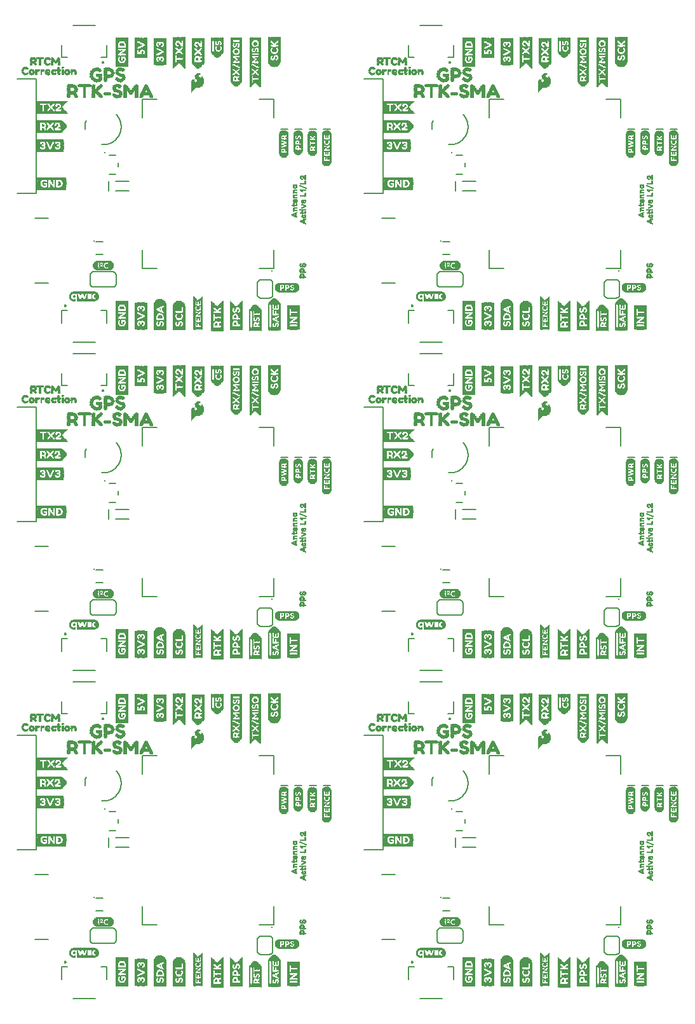
<source format=gto>
G04 EAGLE Gerber RS-274X export*
G75*
%MOMM*%
%FSLAX34Y34*%
%LPD*%
%INSilkscreen Top*%
%IPPOS*%
%AMOC8*
5,1,8,0,0,1.08239X$1,22.5*%
G01*
%ADD10C,0.203200*%
%ADD11C,0.152400*%
%ADD12R,0.040000X3.520000*%
%ADD13R,0.040000X3.640000*%
%ADD14R,0.040000X3.720000*%
%ADD15R,0.040000X3.800000*%
%ADD16R,0.040000X3.840000*%
%ADD17R,0.040000X3.880000*%
%ADD18R,0.040000X3.920000*%
%ADD19R,0.040000X0.720000*%
%ADD20R,0.040000X3.040000*%
%ADD21R,0.040000X0.640000*%
%ADD22R,0.040000X0.280000*%
%ADD23R,0.040000X0.800000*%
%ADD24R,0.040000X1.160000*%
%ADD25R,0.040000X0.560000*%
%ADD26R,0.040000X0.200000*%
%ADD27R,0.040000X0.680000*%
%ADD28R,0.040000X1.120000*%
%ADD29R,0.040000X0.520000*%
%ADD30R,0.040000X0.160000*%
%ADD31R,0.040000X0.480000*%
%ADD32R,0.040000X0.440000*%
%ADD33R,0.040000X0.400000*%
%ADD34R,0.040000X0.240000*%
%ADD35R,0.040000X0.600000*%
%ADD36R,0.040000X0.320000*%
%ADD37R,0.040000X0.360000*%
%ADD38R,0.040000X1.080000*%
%ADD39R,0.040000X0.080000*%
%ADD40R,0.040000X1.040000*%
%ADD41R,0.040000X0.120000*%
%ADD42R,0.040000X1.000000*%
%ADD43R,0.040000X0.840000*%
%ADD44R,0.040000X0.960000*%
%ADD45R,0.040000X0.880000*%
%ADD46R,0.040000X0.760000*%
%ADD47R,0.040000X3.280000*%
%ADD48R,0.040000X3.400000*%
%ADD49R,0.040000X3.480000*%
%ADD50R,0.040000X3.560000*%
%ADD51R,0.040000X3.600000*%
%ADD52R,0.040000X3.680000*%
%ADD53R,0.040000X1.800000*%
%ADD54R,0.040000X1.240000*%
%ADD55R,0.040000X1.280000*%
%ADD56R,0.040000X1.320000*%
%ADD57R,0.040000X0.920000*%
%ADD58R,0.040000X0.040000*%
%ADD59R,0.040000X2.800000*%
%ADD60R,1.830000X0.030000*%
%ADD61R,2.010000X0.030000*%
%ADD62R,2.130000X0.020000*%
%ADD63R,2.250000X0.040000*%
%ADD64R,2.310000X0.030000*%
%ADD65R,2.370000X0.030000*%
%ADD66R,2.430000X0.020000*%
%ADD67R,0.930000X0.030000*%
%ADD68R,0.540000X0.030000*%
%ADD69R,0.750000X0.030000*%
%ADD70R,0.570000X0.040000*%
%ADD71R,0.150000X0.040000*%
%ADD72R,0.390000X0.040000*%
%ADD73R,0.660000X0.040000*%
%ADD74R,0.570000X0.030000*%
%ADD75R,0.120000X0.030000*%
%ADD76R,0.300000X0.030000*%
%ADD77R,0.600000X0.030000*%
%ADD78R,0.240000X0.030000*%
%ADD79R,0.090000X0.030000*%
%ADD80R,0.210000X0.030000*%
%ADD81R,0.630000X0.040000*%
%ADD82R,0.090000X0.040000*%
%ADD83R,0.060000X0.040000*%
%ADD84R,0.630000X0.030000*%
%ADD85R,0.660000X0.030000*%
%ADD86R,0.270000X0.030000*%
%ADD87R,0.720000X0.030000*%
%ADD88R,0.120000X0.040000*%
%ADD89R,1.080000X0.040000*%
%ADD90R,1.110000X0.030000*%
%ADD91R,0.150000X0.030000*%
%ADD92R,1.140000X0.030000*%
%ADD93R,0.180000X0.040000*%
%ADD94R,1.140000X0.040000*%
%ADD95R,0.060000X0.030000*%
%ADD96R,0.030000X0.030000*%
%ADD97R,0.030000X0.040000*%
%ADD98R,1.110000X0.040000*%
%ADD99R,1.080000X0.030000*%
%ADD100R,0.690000X0.030000*%
%ADD101R,0.780000X0.040000*%
%ADD102R,0.870000X0.030000*%
%ADD103R,2.430000X0.030000*%
%ADD104R,2.250000X0.030000*%
%ADD105R,2.130000X0.030000*%
%ADD106R,0.040000X3.240000*%
%ADD107R,0.040000X2.840000*%
%ADD108R,0.040000X2.920000*%
%ADD109R,0.040000X2.960000*%
%ADD110R,0.040000X3.320000*%
%ADD111R,0.040000X3.360000*%
%ADD112R,0.040000X3.000000*%
%ADD113R,0.040000X3.760000*%
%ADD114R,0.040000X4.040000*%
%ADD115R,0.040000X4.080000*%
%ADD116R,0.040000X4.120000*%
%ADD117R,0.040000X4.160000*%
%ADD118R,0.040000X2.520000*%
%ADD119R,0.030000X2.310000*%
%ADD120R,0.030000X2.490000*%
%ADD121R,0.020000X2.610000*%
%ADD122R,0.040000X2.730000*%
%ADD123R,0.030000X2.790000*%
%ADD124R,0.030000X2.850000*%
%ADD125R,0.020000X2.910000*%
%ADD126R,0.030000X2.070000*%
%ADD127R,0.030000X0.720000*%
%ADD128R,0.040000X0.570000*%
%ADD129R,0.040000X0.270000*%
%ADD130R,0.040000X0.660000*%
%ADD131R,0.030000X0.570000*%
%ADD132R,0.030000X0.210000*%
%ADD133R,0.030000X0.270000*%
%ADD134R,0.030000X0.630000*%
%ADD135R,0.030000X0.600000*%
%ADD136R,0.030000X0.180000*%
%ADD137R,0.030000X0.150000*%
%ADD138R,0.040000X0.630000*%
%ADD139R,0.030000X0.120000*%
%ADD140R,0.030000X0.090000*%
%ADD141R,0.030000X0.690000*%
%ADD142R,0.030000X0.660000*%
%ADD143R,0.030000X0.240000*%
%ADD144R,0.030000X0.060000*%
%ADD145R,0.030000X1.020000*%
%ADD146R,0.040000X0.090000*%
%ADD147R,0.040000X0.060000*%
%ADD148R,0.040000X0.990000*%
%ADD149R,0.030000X0.930000*%
%ADD150R,0.030000X0.810000*%
%ADD151R,0.040000X0.150000*%
%ADD152R,0.040000X0.690000*%
%ADD153R,0.030000X0.300000*%
%ADD154R,0.030000X0.420000*%
%ADD155R,0.040000X0.180000*%
%ADD156R,0.040000X0.540000*%
%ADD157R,0.030000X0.330000*%
%ADD158R,0.030000X0.510000*%
%ADD159R,0.030000X0.480000*%
%ADD160R,0.040000X0.510000*%
%ADD161R,0.030000X0.540000*%
%ADD162R,0.030000X2.910000*%
%ADD163R,0.030000X2.730000*%
%ADD164R,0.030000X2.610000*%
%ADD165C,0.254000*%
%ADD166R,0.030000X3.870000*%
%ADD167R,0.030000X4.050000*%
%ADD168R,0.020000X4.170000*%
%ADD169R,0.040000X4.290000*%
%ADD170R,0.030000X4.350000*%
%ADD171R,0.030000X4.410000*%
%ADD172R,0.020000X4.470000*%
%ADD173R,0.030000X3.030000*%
%ADD174R,0.030000X1.410000*%
%ADD175R,0.040000X0.330000*%
%ADD176R,0.030000X1.050000*%
%ADD177R,0.040000X1.050000*%
%ADD178R,0.030000X0.750000*%
%ADD179R,0.040000X0.030000*%
%ADD180R,0.040000X0.750000*%
%ADD181R,0.030000X0.780000*%
%ADD182R,0.040000X0.210000*%
%ADD183R,0.040000X0.300000*%
%ADD184R,0.030000X0.360000*%
%ADD185R,0.030000X0.390000*%
%ADD186R,0.030000X4.470000*%
%ADD187R,0.030000X4.290000*%
%ADD188R,0.030000X4.170000*%
%ADD189R,0.030000X2.430000*%
%ADD190R,0.020000X2.730000*%
%ADD191R,0.040000X2.850000*%
%ADD192R,0.030000X2.970000*%
%ADD193R,0.020000X3.030000*%
%ADD194R,0.040000X0.780000*%
%ADD195R,0.030000X0.840000*%
%ADD196R,0.030000X0.870000*%
%ADD197R,0.040000X0.900000*%
%ADD198R,0.030000X0.900000*%
%ADD199R,0.040000X0.810000*%
%ADD200R,0.030000X4.440000*%
%ADD201R,0.020000X4.410000*%
%ADD202R,0.040000X4.380000*%
%ADD203R,0.030000X4.320000*%
%ADD204R,0.020000X4.290000*%
%ADD205R,0.030000X1.320000*%
%ADD206R,0.040000X0.390000*%
%ADD207R,0.030000X0.450000*%
%ADD208R,0.030000X4.380000*%
%ADD209R,0.040000X4.000000*%
%ADD210R,0.040000X3.960000*%
%ADD211R,0.040000X3.150000*%
%ADD212R,0.030000X3.210000*%
%ADD213R,0.030000X3.270000*%
%ADD214R,0.020000X3.330000*%
%ADD215R,0.030000X1.260000*%
%ADD216R,0.030000X1.290000*%
%ADD217R,0.030000X3.330000*%
%ADD218R,0.030000X3.150000*%
%ADD219R,0.040000X2.680000*%
%ADD220R,0.040000X2.000000*%
%ADD221R,0.040000X2.040000*%
%ADD222R,0.040000X2.120000*%
%ADD223R,0.040000X2.160000*%
%ADD224R,0.040000X2.440000*%
%ADD225R,0.040000X2.480000*%
%ADD226R,0.040000X2.560000*%
%ADD227R,0.040000X2.200000*%
%ADD228C,0.282838*%
%ADD229C,0.177800*%
%ADD230R,3.880000X0.040000*%
%ADD231R,0.840000X0.040000*%
%ADD232R,2.800000X0.040000*%
%ADD233R,0.760000X0.040000*%
%ADD234R,0.320000X0.040000*%
%ADD235R,0.480000X0.040000*%
%ADD236R,0.160000X0.040000*%
%ADD237R,0.680000X0.040000*%
%ADD238R,0.200000X0.040000*%
%ADD239R,0.400000X0.040000*%
%ADD240R,0.640000X0.040000*%
%ADD241R,0.360000X0.040000*%
%ADD242R,0.560000X0.040000*%
%ADD243R,0.600000X0.040000*%
%ADD244R,0.520000X0.040000*%
%ADD245R,0.280000X0.040000*%
%ADD246R,0.240000X0.040000*%
%ADD247R,0.720000X0.040000*%
%ADD248R,0.440000X0.040000*%
%ADD249R,0.080000X0.040000*%
%ADD250R,0.800000X0.040000*%
%ADD251R,3.640000X0.040000*%
%ADD252R,1.800000X0.040000*%
%ADD253R,0.880000X0.040000*%
%ADD254R,1.000000X0.040000*%
%ADD255R,0.920000X0.040000*%
%ADD256R,1.160000X0.040000*%
%ADD257R,0.040000X5.950000*%
%ADD258R,0.030000X5.980000*%
%ADD259R,0.040000X6.050000*%
%ADD260R,0.030000X6.090000*%
%ADD261R,0.040000X6.120000*%
%ADD262R,0.030000X6.160000*%
%ADD263R,0.040000X3.530000*%
%ADD264R,0.030000X0.560000*%
%ADD265R,0.030000X1.540000*%
%ADD266R,0.030000X0.700000*%
%ADD267R,0.030000X0.940000*%
%ADD268R,0.040000X0.450000*%
%ADD269R,0.040000X0.490000*%
%ADD270R,0.040000X0.110000*%
%ADD271R,0.040000X0.460000*%
%ADD272R,0.040000X0.250000*%
%ADD273R,0.040000X0.380000*%
%ADD274R,0.030000X0.490000*%
%ADD275R,0.030000X0.110000*%
%ADD276R,0.030000X0.520000*%
%ADD277R,0.030000X0.280000*%
%ADD278R,0.030000X0.380000*%
%ADD279R,0.040000X0.140000*%
%ADD280R,0.040000X0.350000*%
%ADD281R,0.040000X0.420000*%
%ADD282R,0.030000X0.100000*%
%ADD283R,0.030000X0.320000*%
%ADD284R,0.030000X0.140000*%
%ADD285R,0.030000X0.250000*%
%ADD286R,0.040000X0.590000*%
%ADD287R,0.040000X0.170000*%
%ADD288R,0.030000X0.170000*%
%ADD289R,0.040000X0.100000*%
%ADD290R,0.030000X0.460000*%
%ADD291R,0.030000X0.530000*%
%ADD292R,0.040000X0.700000*%
%ADD293R,0.030000X0.730000*%
%ADD294R,0.040000X0.730000*%
%ADD295R,0.030000X0.070000*%
%ADD296R,0.040000X0.070000*%
%ADD297R,0.030000X0.350000*%
%ADD298R,0.030000X0.310000*%
%ADD299R,0.040000X0.310000*%
%ADD300R,0.040000X2.100000*%
%ADD301R,0.030000X2.140000*%
%ADD302R,0.030000X3.920000*%
%ADD303R,0.040000X6.680000*%
%ADD304R,0.030000X6.650000*%
%ADD305R,0.040000X6.610000*%
%ADD306R,0.030000X6.580000*%
%ADD307R,0.040000X6.540000*%
%ADD308R,0.030000X6.510000*%
%ADD309R,0.040000X3.570000*%
%ADD310R,0.030000X1.470000*%
%ADD311R,0.030000X1.720000*%
%ADD312R,0.030000X0.770000*%
%ADD313R,0.030000X0.590000*%
%ADD314R,0.030000X0.670000*%
%ADD315R,0.030000X0.740000*%
%ADD316R,0.040000X0.770000*%
%ADD317R,0.040000X2.380000*%
%ADD318R,0.030000X3.950000*%
%ADD319R,0.020000X0.120000*%
%ADD320R,0.040000X1.440000*%
%ADD321R,3.360000X0.040000*%
%ADD322R,3.400000X0.040000*%
%ADD323R,3.480000X0.040000*%
%ADD324R,3.520000X0.040000*%
%ADD325R,3.560000X0.040000*%
%ADD326R,3.600000X0.040000*%
%ADD327R,1.400000X0.040000*%
%ADD328R,0.960000X0.040000*%
%ADD329R,1.040000X0.040000*%
%ADD330R,0.040000X4.200000*%
%ADD331R,0.040000X1.680000*%
%ADD332R,4.200000X0.040000*%
%ADD333R,4.160000X0.040000*%
%ADD334R,4.120000X0.040000*%
%ADD335R,4.080000X0.040000*%
%ADD336R,4.040000X0.040000*%
%ADD337R,4.000000X0.040000*%
%ADD338R,3.960000X0.040000*%
%ADD339R,1.560000X0.040000*%
%ADD340R,0.490000X0.070000*%
%ADD341R,0.700000X0.070000*%
%ADD342R,0.840000X0.080000*%
%ADD343R,1.050000X0.080000*%
%ADD344R,1.120000X0.070000*%
%ADD345R,1.190000X0.070000*%
%ADD346R,0.980000X0.070000*%
%ADD347R,1.260000X0.060000*%
%ADD348R,1.120000X0.060000*%
%ADD349R,1.330000X0.080000*%
%ADD350R,1.190000X0.080000*%
%ADD351R,1.400000X0.070000*%
%ADD352R,1.330000X0.070000*%
%ADD353R,1.470000X0.070000*%
%ADD354R,0.420000X0.070000*%
%ADD355R,0.630000X0.060000*%
%ADD356R,0.350000X0.060000*%
%ADD357R,0.490000X0.060000*%
%ADD358R,0.560000X0.060000*%
%ADD359R,0.420000X0.060000*%
%ADD360R,0.210000X0.060000*%
%ADD361R,0.560000X0.080000*%
%ADD362R,0.070000X0.080000*%
%ADD363R,0.490000X0.080000*%
%ADD364R,0.560000X0.070000*%
%ADD365R,0.630000X0.070000*%
%ADD366R,0.910000X0.070000*%
%ADD367R,0.840000X0.070000*%
%ADD368R,1.050000X0.070000*%
%ADD369R,0.770000X0.080000*%
%ADD370R,0.910000X0.080000*%
%ADD371R,1.260000X0.070000*%
%ADD372R,0.210000X0.070000*%
%ADD373R,0.350000X0.070000*%
%ADD374R,1.330000X0.060000*%
%ADD375R,1.190000X0.060000*%
%ADD376R,0.770000X0.060000*%
%ADD377R,0.140000X0.070000*%
%ADD378C,0.300000*%
%ADD379R,0.030000X0.290000*%
%ADD380R,0.030000X0.220000*%
%ADD381R,0.030000X0.550000*%
%ADD382R,0.040000X0.580000*%
%ADD383R,0.030000X0.610000*%
%ADD384R,0.030000X0.640000*%
%ADD385R,0.030000X0.190000*%
%ADD386R,0.030000X0.260000*%
%ADD387R,0.030000X0.230000*%
%ADD388R,0.030000X0.130000*%
%ADD389R,0.040000X0.190000*%
%ADD390R,0.040000X0.230000*%
%ADD391R,0.040000X0.220000*%
%ADD392R,0.030000X0.580000*%
%ADD393R,0.040000X0.130000*%
%ADD394R,0.030000X0.410000*%
%ADD395R,0.030000X0.160000*%
%ADD396R,2.490000X0.030000*%
%ADD397R,2.610000X0.020000*%
%ADD398R,2.730000X0.040000*%
%ADD399R,2.790000X0.030000*%
%ADD400R,2.850000X0.030000*%
%ADD401R,2.910000X0.020000*%
%ADD402R,2.070000X0.030000*%
%ADD403R,0.270000X0.040000*%
%ADD404R,0.180000X0.030000*%
%ADD405R,1.020000X0.030000*%
%ADD406R,0.990000X0.040000*%
%ADD407R,0.810000X0.030000*%
%ADD408R,0.690000X0.040000*%
%ADD409R,0.420000X0.030000*%
%ADD410R,0.540000X0.040000*%
%ADD411R,0.330000X0.030000*%
%ADD412R,0.510000X0.030000*%
%ADD413R,0.480000X0.030000*%
%ADD414R,0.510000X0.040000*%
%ADD415R,2.910000X0.030000*%
%ADD416R,2.730000X0.030000*%
%ADD417R,2.610000X0.030000*%
%ADD418R,1.540000X0.070000*%
%ADD419R,0.070000X0.070000*%
%ADD420R,1.820000X0.080000*%
%ADD421R,0.420000X0.080000*%
%ADD422R,0.350000X0.080000*%
%ADD423R,1.820000X0.070000*%
%ADD424R,1.820000X0.060000*%
%ADD425R,0.630000X0.080000*%
%ADD426R,1.680000X0.070000*%
%ADD427R,0.280000X0.060000*%
%ADD428R,2.030000X0.070000*%
%ADD429R,0.980000X0.080000*%
%ADD430R,0.280000X0.070000*%
%ADD431R,1.610000X0.070000*%
%ADD432R,1.750000X0.070000*%

G36*
X77340Y933388D02*
X77340Y933388D01*
X77362Y933391D01*
X77370Y933408D01*
X77379Y933413D01*
X77377Y933423D01*
X77384Y933438D01*
X77396Y933854D01*
X77396Y933855D01*
X77396Y937034D01*
X77390Y937043D01*
X77393Y937054D01*
X77373Y937070D01*
X77360Y937091D01*
X77349Y937089D01*
X77340Y937096D01*
X77297Y937082D01*
X77292Y937081D01*
X77292Y937080D01*
X77291Y937080D01*
X76974Y936782D01*
X76563Y936467D01*
X76098Y936245D01*
X75595Y936125D01*
X75078Y936091D01*
X74560Y936139D01*
X74055Y936257D01*
X73571Y936442D01*
X73122Y936699D01*
X72736Y937044D01*
X72411Y937448D01*
X72146Y937894D01*
X71939Y938370D01*
X71814Y938876D01*
X71741Y939394D01*
X71705Y939915D01*
X71745Y940436D01*
X71828Y940952D01*
X71960Y941456D01*
X72176Y941928D01*
X72458Y942363D01*
X72800Y942751D01*
X73200Y943078D01*
X73653Y943330D01*
X74146Y943489D01*
X74658Y943577D01*
X75177Y943610D01*
X75692Y943554D01*
X76187Y943405D01*
X76645Y943168D01*
X77050Y942839D01*
X77051Y942838D01*
X77052Y942837D01*
X77296Y942652D01*
X77304Y942652D01*
X77308Y942645D01*
X77336Y942649D01*
X77364Y942647D01*
X77367Y942654D01*
X77375Y942655D01*
X77396Y942702D01*
X77396Y943307D01*
X77407Y943533D01*
X79707Y943533D01*
X79703Y943287D01*
X79711Y943275D01*
X79731Y933629D01*
X79731Y933628D01*
X79731Y933626D01*
X79740Y933436D01*
X79752Y933419D01*
X79755Y933398D01*
X79773Y933390D01*
X79780Y933381D01*
X79789Y933383D01*
X79803Y933377D01*
X102381Y933379D01*
X102383Y933380D01*
X102387Y933379D01*
X103441Y933485D01*
X103444Y933487D01*
X103448Y933486D01*
X103963Y933598D01*
X103966Y933600D01*
X103970Y933599D01*
X104975Y933928D01*
X104979Y933932D01*
X104986Y933933D01*
X105917Y934438D01*
X105919Y934442D01*
X105926Y934444D01*
X106755Y935100D01*
X106756Y935103D01*
X106760Y935105D01*
X107137Y935473D01*
X107138Y935476D01*
X107142Y935478D01*
X107809Y936301D01*
X107809Y936306D01*
X107815Y936310D01*
X108321Y937241D01*
X108320Y937246D01*
X108324Y937250D01*
X108508Y937744D01*
X108507Y937746D01*
X108509Y937748D01*
X108666Y938253D01*
X108665Y938255D01*
X108667Y938257D01*
X108791Y938770D01*
X108789Y938774D01*
X108792Y938778D01*
X108899Y939832D01*
X108896Y939837D01*
X108899Y939844D01*
X108809Y940898D01*
X108808Y940900D01*
X108809Y940904D01*
X108718Y941423D01*
X108716Y941426D01*
X108716Y941431D01*
X108402Y942443D01*
X108398Y942446D01*
X108398Y942454D01*
X107897Y943387D01*
X107894Y943388D01*
X107893Y943393D01*
X107590Y943825D01*
X107588Y943826D01*
X107587Y943829D01*
X107250Y944238D01*
X107249Y944238D01*
X107248Y944240D01*
X107218Y944274D01*
X107161Y944336D01*
X107161Y944337D01*
X107104Y944399D01*
X107047Y944462D01*
X106934Y944587D01*
X106934Y944588D01*
X106894Y944631D01*
X106890Y944632D01*
X106887Y944638D01*
X106070Y945312D01*
X106065Y945312D01*
X106061Y945318D01*
X105136Y945833D01*
X105133Y945833D01*
X105129Y945836D01*
X104643Y946038D01*
X104640Y946038D01*
X104636Y946041D01*
X103622Y946342D01*
X103617Y946341D01*
X103611Y946344D01*
X102556Y946451D01*
X102367Y946470D01*
X102364Y946468D01*
X102361Y946470D01*
X75345Y946470D01*
X75343Y946468D01*
X75339Y946470D01*
X74285Y946365D01*
X74282Y946363D01*
X74279Y946364D01*
X73762Y946260D01*
X73760Y946258D01*
X73755Y946259D01*
X72747Y945936D01*
X72743Y945932D01*
X72736Y945932D01*
X71805Y945426D01*
X71803Y945423D01*
X71797Y945422D01*
X71373Y945108D01*
X71372Y945107D01*
X71370Y945106D01*
X70961Y944769D01*
X70961Y944767D01*
X70958Y944766D01*
X70576Y944403D01*
X70575Y944399D01*
X70571Y944397D01*
X69898Y943579D01*
X69898Y943574D01*
X69892Y943569D01*
X69386Y942638D01*
X69386Y942634D01*
X69383Y942630D01*
X69193Y942139D01*
X69193Y942137D01*
X69191Y942134D01*
X69034Y941629D01*
X69035Y941627D01*
X69033Y941626D01*
X68902Y941114D01*
X68904Y941110D01*
X68901Y941105D01*
X68794Y940051D01*
X68796Y940047D01*
X68794Y940041D01*
X68823Y939514D01*
X68824Y939513D01*
X68823Y939511D01*
X68876Y938984D01*
X68877Y938983D01*
X68877Y938981D01*
X68960Y938460D01*
X68963Y938457D01*
X68962Y938451D01*
X69276Y937439D01*
X69280Y937436D01*
X69281Y937429D01*
X69775Y936493D01*
X69778Y936491D01*
X69778Y936487D01*
X70075Y936051D01*
X70078Y936050D01*
X70079Y936045D01*
X70196Y935908D01*
X70250Y935845D01*
X70303Y935783D01*
X70464Y935594D01*
X70517Y935532D01*
X70571Y935469D01*
X70624Y935406D01*
X70766Y935240D01*
X70770Y935239D01*
X70773Y935233D01*
X71591Y934558D01*
X71595Y934558D01*
X71600Y934552D01*
X72521Y934032D01*
X72524Y934032D01*
X72527Y934029D01*
X73011Y933820D01*
X73014Y933820D01*
X73017Y933817D01*
X74030Y933508D01*
X74035Y933510D01*
X74042Y933506D01*
X75096Y933400D01*
X75098Y933401D01*
X75100Y933400D01*
X75628Y933377D01*
X75629Y933377D01*
X75631Y933377D01*
X77322Y933377D01*
X77340Y933388D01*
G37*
G36*
X539620Y933388D02*
X539620Y933388D01*
X539642Y933391D01*
X539650Y933408D01*
X539659Y933413D01*
X539657Y933423D01*
X539664Y933438D01*
X539676Y933854D01*
X539676Y933855D01*
X539676Y937034D01*
X539670Y937043D01*
X539673Y937054D01*
X539653Y937070D01*
X539640Y937091D01*
X539629Y937089D01*
X539620Y937096D01*
X539577Y937082D01*
X539572Y937081D01*
X539572Y937080D01*
X539571Y937080D01*
X539254Y936782D01*
X538843Y936467D01*
X538378Y936245D01*
X537875Y936125D01*
X537358Y936091D01*
X536840Y936139D01*
X536335Y936257D01*
X535851Y936442D01*
X535402Y936699D01*
X535016Y937044D01*
X534691Y937448D01*
X534426Y937894D01*
X534219Y938370D01*
X534094Y938876D01*
X534021Y939394D01*
X533985Y939915D01*
X534025Y940436D01*
X534108Y940952D01*
X534240Y941456D01*
X534456Y941928D01*
X534738Y942363D01*
X535080Y942751D01*
X535480Y943078D01*
X535933Y943330D01*
X536426Y943489D01*
X536938Y943577D01*
X537457Y943610D01*
X537972Y943554D01*
X538467Y943405D01*
X538925Y943168D01*
X539330Y942839D01*
X539331Y942838D01*
X539332Y942837D01*
X539576Y942652D01*
X539584Y942652D01*
X539588Y942645D01*
X539616Y942649D01*
X539644Y942647D01*
X539647Y942654D01*
X539655Y942655D01*
X539676Y942702D01*
X539676Y943307D01*
X539687Y943533D01*
X541987Y943533D01*
X541983Y943287D01*
X541991Y943275D01*
X542011Y933629D01*
X542011Y933628D01*
X542011Y933626D01*
X542020Y933436D01*
X542032Y933419D01*
X542035Y933398D01*
X542053Y933390D01*
X542060Y933381D01*
X542069Y933383D01*
X542083Y933377D01*
X564661Y933379D01*
X564663Y933380D01*
X564667Y933379D01*
X565721Y933485D01*
X565724Y933487D01*
X565728Y933486D01*
X566243Y933598D01*
X566246Y933600D01*
X566250Y933599D01*
X567255Y933928D01*
X567259Y933932D01*
X567266Y933933D01*
X568197Y934438D01*
X568199Y934442D01*
X568206Y934444D01*
X569035Y935100D01*
X569036Y935103D01*
X569040Y935105D01*
X569417Y935473D01*
X569418Y935476D01*
X569422Y935478D01*
X570089Y936301D01*
X570089Y936306D01*
X570095Y936310D01*
X570601Y937241D01*
X570600Y937246D01*
X570604Y937250D01*
X570788Y937744D01*
X570787Y937746D01*
X570789Y937748D01*
X570946Y938253D01*
X570945Y938255D01*
X570947Y938257D01*
X571071Y938770D01*
X571069Y938774D01*
X571072Y938778D01*
X571179Y939832D01*
X571176Y939837D01*
X571179Y939844D01*
X571089Y940898D01*
X571088Y940900D01*
X571089Y940904D01*
X570998Y941423D01*
X570996Y941426D01*
X570996Y941431D01*
X570682Y942443D01*
X570678Y942446D01*
X570678Y942454D01*
X570177Y943387D01*
X570174Y943388D01*
X570173Y943393D01*
X569870Y943825D01*
X569868Y943826D01*
X569867Y943829D01*
X569530Y944238D01*
X569529Y944238D01*
X569528Y944240D01*
X569498Y944274D01*
X569441Y944336D01*
X569441Y944337D01*
X569384Y944399D01*
X569327Y944462D01*
X569214Y944587D01*
X569214Y944588D01*
X569174Y944631D01*
X569170Y944632D01*
X569167Y944638D01*
X568350Y945312D01*
X568345Y945312D01*
X568341Y945318D01*
X567416Y945833D01*
X567413Y945833D01*
X567409Y945836D01*
X566923Y946038D01*
X566920Y946038D01*
X566916Y946041D01*
X565902Y946342D01*
X565897Y946341D01*
X565891Y946344D01*
X564836Y946451D01*
X564647Y946470D01*
X564644Y946468D01*
X564641Y946470D01*
X537625Y946470D01*
X537623Y946468D01*
X537619Y946470D01*
X536565Y946365D01*
X536562Y946363D01*
X536559Y946364D01*
X536042Y946260D01*
X536040Y946258D01*
X536035Y946259D01*
X535027Y945936D01*
X535023Y945932D01*
X535016Y945932D01*
X534085Y945426D01*
X534083Y945423D01*
X534077Y945422D01*
X533653Y945108D01*
X533652Y945107D01*
X533650Y945106D01*
X533241Y944769D01*
X533241Y944767D01*
X533238Y944766D01*
X532856Y944403D01*
X532855Y944399D01*
X532851Y944397D01*
X532178Y943579D01*
X532178Y943574D01*
X532172Y943569D01*
X531666Y942638D01*
X531666Y942634D01*
X531663Y942630D01*
X531473Y942139D01*
X531473Y942137D01*
X531471Y942134D01*
X531314Y941629D01*
X531315Y941627D01*
X531313Y941626D01*
X531182Y941114D01*
X531184Y941110D01*
X531181Y941105D01*
X531074Y940051D01*
X531076Y940047D01*
X531074Y940041D01*
X531103Y939514D01*
X531104Y939513D01*
X531103Y939511D01*
X531156Y938984D01*
X531157Y938983D01*
X531157Y938981D01*
X531240Y938460D01*
X531243Y938457D01*
X531242Y938451D01*
X531556Y937439D01*
X531560Y937436D01*
X531561Y937429D01*
X532055Y936493D01*
X532058Y936491D01*
X532058Y936487D01*
X532355Y936051D01*
X532358Y936050D01*
X532359Y936045D01*
X532476Y935908D01*
X532530Y935845D01*
X532583Y935783D01*
X532744Y935594D01*
X532797Y935532D01*
X532851Y935469D01*
X532904Y935406D01*
X533046Y935240D01*
X533050Y935239D01*
X533053Y935233D01*
X533871Y934558D01*
X533875Y934558D01*
X533880Y934552D01*
X534801Y934032D01*
X534804Y934032D01*
X534807Y934029D01*
X535291Y933820D01*
X535294Y933820D01*
X535297Y933817D01*
X536310Y933508D01*
X536315Y933510D01*
X536322Y933506D01*
X537376Y933400D01*
X537378Y933401D01*
X537380Y933400D01*
X537908Y933377D01*
X537909Y933377D01*
X537911Y933377D01*
X539602Y933377D01*
X539620Y933388D01*
G37*
G36*
X77340Y59628D02*
X77340Y59628D01*
X77362Y59631D01*
X77370Y59648D01*
X77379Y59653D01*
X77377Y59663D01*
X77384Y59678D01*
X77396Y60094D01*
X77396Y60095D01*
X77396Y63274D01*
X77390Y63283D01*
X77393Y63294D01*
X77373Y63310D01*
X77360Y63331D01*
X77349Y63329D01*
X77340Y63336D01*
X77297Y63322D01*
X77292Y63321D01*
X77292Y63320D01*
X77291Y63320D01*
X76974Y63022D01*
X76563Y62707D01*
X76098Y62485D01*
X75595Y62365D01*
X75078Y62331D01*
X74560Y62379D01*
X74055Y62497D01*
X73571Y62682D01*
X73122Y62939D01*
X72736Y63284D01*
X72411Y63688D01*
X72146Y64134D01*
X71939Y64610D01*
X71814Y65116D01*
X71741Y65634D01*
X71705Y66155D01*
X71745Y66676D01*
X71828Y67192D01*
X71960Y67696D01*
X72176Y68168D01*
X72458Y68603D01*
X72800Y68991D01*
X73200Y69318D01*
X73653Y69570D01*
X74146Y69729D01*
X74658Y69817D01*
X75177Y69850D01*
X75692Y69794D01*
X76187Y69645D01*
X76645Y69408D01*
X77050Y69079D01*
X77051Y69078D01*
X77052Y69077D01*
X77296Y68892D01*
X77304Y68892D01*
X77308Y68885D01*
X77336Y68889D01*
X77364Y68887D01*
X77367Y68894D01*
X77375Y68895D01*
X77396Y68942D01*
X77396Y69547D01*
X77407Y69773D01*
X79707Y69773D01*
X79703Y69527D01*
X79711Y69515D01*
X79731Y59869D01*
X79731Y59868D01*
X79731Y59866D01*
X79740Y59676D01*
X79752Y59659D01*
X79755Y59638D01*
X79773Y59630D01*
X79780Y59621D01*
X79789Y59623D01*
X79803Y59617D01*
X102381Y59619D01*
X102383Y59620D01*
X102387Y59619D01*
X103441Y59725D01*
X103444Y59727D01*
X103448Y59726D01*
X103963Y59838D01*
X103966Y59840D01*
X103970Y59839D01*
X104975Y60168D01*
X104979Y60172D01*
X104986Y60173D01*
X105917Y60678D01*
X105919Y60682D01*
X105926Y60684D01*
X106755Y61340D01*
X106756Y61343D01*
X106760Y61345D01*
X107137Y61713D01*
X107138Y61716D01*
X107142Y61718D01*
X107809Y62541D01*
X107809Y62546D01*
X107815Y62550D01*
X108321Y63481D01*
X108320Y63486D01*
X108324Y63490D01*
X108508Y63984D01*
X108507Y63986D01*
X108509Y63988D01*
X108666Y64493D01*
X108665Y64495D01*
X108667Y64497D01*
X108791Y65010D01*
X108789Y65014D01*
X108792Y65018D01*
X108899Y66072D01*
X108896Y66077D01*
X108899Y66084D01*
X108809Y67138D01*
X108808Y67140D01*
X108809Y67144D01*
X108718Y67663D01*
X108716Y67666D01*
X108716Y67671D01*
X108402Y68683D01*
X108398Y68686D01*
X108398Y68694D01*
X107897Y69627D01*
X107894Y69628D01*
X107893Y69633D01*
X107590Y70065D01*
X107588Y70066D01*
X107587Y70069D01*
X107250Y70478D01*
X107249Y70478D01*
X107248Y70480D01*
X107218Y70514D01*
X107161Y70576D01*
X107161Y70577D01*
X107104Y70639D01*
X107047Y70702D01*
X106934Y70827D01*
X106934Y70828D01*
X106894Y70871D01*
X106890Y70872D01*
X106887Y70878D01*
X106070Y71552D01*
X106065Y71552D01*
X106061Y71558D01*
X105136Y72073D01*
X105133Y72073D01*
X105129Y72076D01*
X104643Y72278D01*
X104640Y72278D01*
X104636Y72281D01*
X103622Y72582D01*
X103617Y72581D01*
X103611Y72584D01*
X102556Y72691D01*
X102367Y72710D01*
X102364Y72708D01*
X102361Y72710D01*
X75345Y72710D01*
X75343Y72708D01*
X75339Y72710D01*
X74285Y72605D01*
X74282Y72603D01*
X74279Y72604D01*
X73762Y72500D01*
X73760Y72498D01*
X73755Y72499D01*
X72747Y72176D01*
X72743Y72172D01*
X72736Y72172D01*
X71805Y71666D01*
X71803Y71663D01*
X71797Y71662D01*
X71373Y71348D01*
X71372Y71347D01*
X71370Y71346D01*
X70961Y71009D01*
X70961Y71007D01*
X70958Y71006D01*
X70576Y70643D01*
X70575Y70639D01*
X70571Y70637D01*
X69898Y69819D01*
X69898Y69814D01*
X69892Y69809D01*
X69386Y68878D01*
X69386Y68874D01*
X69383Y68870D01*
X69193Y68379D01*
X69193Y68377D01*
X69191Y68374D01*
X69034Y67869D01*
X69035Y67867D01*
X69033Y67866D01*
X68902Y67354D01*
X68904Y67350D01*
X68901Y67345D01*
X68794Y66291D01*
X68796Y66287D01*
X68794Y66281D01*
X68823Y65754D01*
X68824Y65753D01*
X68823Y65751D01*
X68876Y65224D01*
X68877Y65223D01*
X68877Y65221D01*
X68960Y64700D01*
X68963Y64697D01*
X68962Y64691D01*
X69276Y63679D01*
X69280Y63676D01*
X69281Y63669D01*
X69775Y62733D01*
X69778Y62731D01*
X69778Y62727D01*
X70075Y62291D01*
X70078Y62290D01*
X70079Y62285D01*
X70196Y62148D01*
X70250Y62085D01*
X70303Y62023D01*
X70464Y61834D01*
X70517Y61772D01*
X70571Y61709D01*
X70624Y61646D01*
X70766Y61480D01*
X70770Y61479D01*
X70773Y61473D01*
X71591Y60798D01*
X71595Y60798D01*
X71600Y60792D01*
X72521Y60272D01*
X72524Y60272D01*
X72527Y60269D01*
X73011Y60060D01*
X73014Y60060D01*
X73017Y60057D01*
X74030Y59748D01*
X74035Y59750D01*
X74042Y59746D01*
X75096Y59640D01*
X75098Y59641D01*
X75100Y59640D01*
X75628Y59617D01*
X75629Y59617D01*
X75631Y59617D01*
X77322Y59617D01*
X77340Y59628D01*
G37*
G36*
X539620Y59628D02*
X539620Y59628D01*
X539642Y59631D01*
X539650Y59648D01*
X539659Y59653D01*
X539657Y59663D01*
X539664Y59678D01*
X539676Y60094D01*
X539676Y60095D01*
X539676Y63274D01*
X539670Y63283D01*
X539673Y63294D01*
X539653Y63310D01*
X539640Y63331D01*
X539629Y63329D01*
X539620Y63336D01*
X539577Y63322D01*
X539572Y63321D01*
X539572Y63320D01*
X539571Y63320D01*
X539254Y63022D01*
X538843Y62707D01*
X538378Y62485D01*
X537875Y62365D01*
X537358Y62331D01*
X536840Y62379D01*
X536335Y62497D01*
X535851Y62682D01*
X535402Y62939D01*
X535016Y63284D01*
X534691Y63688D01*
X534426Y64134D01*
X534219Y64610D01*
X534094Y65116D01*
X534021Y65634D01*
X533985Y66155D01*
X534025Y66676D01*
X534108Y67192D01*
X534240Y67696D01*
X534456Y68168D01*
X534738Y68603D01*
X535080Y68991D01*
X535480Y69318D01*
X535933Y69570D01*
X536426Y69729D01*
X536938Y69817D01*
X537457Y69850D01*
X537972Y69794D01*
X538467Y69645D01*
X538925Y69408D01*
X539330Y69079D01*
X539331Y69078D01*
X539332Y69077D01*
X539576Y68892D01*
X539584Y68892D01*
X539588Y68885D01*
X539616Y68889D01*
X539644Y68887D01*
X539647Y68894D01*
X539655Y68895D01*
X539676Y68942D01*
X539676Y69547D01*
X539687Y69773D01*
X541987Y69773D01*
X541983Y69527D01*
X541991Y69515D01*
X542011Y59869D01*
X542011Y59868D01*
X542011Y59866D01*
X542020Y59676D01*
X542032Y59659D01*
X542035Y59638D01*
X542053Y59630D01*
X542060Y59621D01*
X542069Y59623D01*
X542083Y59617D01*
X564661Y59619D01*
X564663Y59620D01*
X564667Y59619D01*
X565721Y59725D01*
X565724Y59727D01*
X565728Y59726D01*
X566243Y59838D01*
X566246Y59840D01*
X566250Y59839D01*
X567255Y60168D01*
X567259Y60172D01*
X567266Y60173D01*
X568197Y60678D01*
X568199Y60682D01*
X568206Y60684D01*
X569035Y61340D01*
X569036Y61343D01*
X569040Y61345D01*
X569417Y61713D01*
X569418Y61716D01*
X569422Y61718D01*
X570089Y62541D01*
X570089Y62546D01*
X570095Y62550D01*
X570601Y63481D01*
X570600Y63486D01*
X570604Y63490D01*
X570788Y63984D01*
X570787Y63986D01*
X570789Y63988D01*
X570946Y64493D01*
X570945Y64495D01*
X570947Y64497D01*
X571071Y65010D01*
X571069Y65014D01*
X571072Y65018D01*
X571179Y66072D01*
X571176Y66077D01*
X571179Y66084D01*
X571089Y67138D01*
X571088Y67140D01*
X571089Y67144D01*
X570998Y67663D01*
X570996Y67666D01*
X570996Y67671D01*
X570682Y68683D01*
X570678Y68686D01*
X570678Y68694D01*
X570177Y69627D01*
X570174Y69628D01*
X570173Y69633D01*
X569870Y70065D01*
X569868Y70066D01*
X569867Y70069D01*
X569530Y70478D01*
X569529Y70478D01*
X569528Y70480D01*
X569498Y70514D01*
X569441Y70576D01*
X569441Y70577D01*
X569384Y70639D01*
X569327Y70702D01*
X569214Y70827D01*
X569214Y70828D01*
X569174Y70871D01*
X569170Y70872D01*
X569167Y70878D01*
X568350Y71552D01*
X568345Y71552D01*
X568341Y71558D01*
X567416Y72073D01*
X567413Y72073D01*
X567409Y72076D01*
X566923Y72278D01*
X566920Y72278D01*
X566916Y72281D01*
X565902Y72582D01*
X565897Y72581D01*
X565891Y72584D01*
X564836Y72691D01*
X564647Y72710D01*
X564644Y72708D01*
X564641Y72710D01*
X537625Y72710D01*
X537623Y72708D01*
X537619Y72710D01*
X536565Y72605D01*
X536562Y72603D01*
X536559Y72604D01*
X536042Y72500D01*
X536040Y72498D01*
X536035Y72499D01*
X535027Y72176D01*
X535023Y72172D01*
X535016Y72172D01*
X534085Y71666D01*
X534083Y71663D01*
X534077Y71662D01*
X533653Y71348D01*
X533652Y71347D01*
X533650Y71346D01*
X533241Y71009D01*
X533241Y71007D01*
X533238Y71006D01*
X532856Y70643D01*
X532855Y70639D01*
X532851Y70637D01*
X532178Y69819D01*
X532178Y69814D01*
X532172Y69809D01*
X531666Y68878D01*
X531666Y68874D01*
X531663Y68870D01*
X531473Y68379D01*
X531473Y68377D01*
X531471Y68374D01*
X531314Y67869D01*
X531315Y67867D01*
X531313Y67866D01*
X531182Y67354D01*
X531184Y67350D01*
X531181Y67345D01*
X531074Y66291D01*
X531076Y66287D01*
X531074Y66281D01*
X531103Y65754D01*
X531104Y65753D01*
X531103Y65751D01*
X531156Y65224D01*
X531157Y65223D01*
X531157Y65221D01*
X531240Y64700D01*
X531243Y64697D01*
X531242Y64691D01*
X531556Y63679D01*
X531560Y63676D01*
X531561Y63669D01*
X532055Y62733D01*
X532058Y62731D01*
X532058Y62727D01*
X532355Y62291D01*
X532358Y62290D01*
X532359Y62285D01*
X532476Y62148D01*
X532530Y62085D01*
X532583Y62023D01*
X532744Y61834D01*
X532797Y61772D01*
X532851Y61709D01*
X532904Y61646D01*
X533046Y61480D01*
X533050Y61479D01*
X533053Y61473D01*
X533871Y60798D01*
X533875Y60798D01*
X533880Y60792D01*
X534801Y60272D01*
X534804Y60272D01*
X534807Y60269D01*
X535291Y60060D01*
X535294Y60060D01*
X535297Y60057D01*
X536310Y59748D01*
X536315Y59750D01*
X536322Y59746D01*
X537376Y59640D01*
X537378Y59641D01*
X537380Y59640D01*
X537908Y59617D01*
X537909Y59617D01*
X537911Y59617D01*
X539602Y59617D01*
X539620Y59628D01*
G37*
G36*
X77340Y496508D02*
X77340Y496508D01*
X77362Y496511D01*
X77370Y496528D01*
X77379Y496533D01*
X77377Y496543D01*
X77384Y496558D01*
X77396Y496974D01*
X77396Y496975D01*
X77396Y500154D01*
X77390Y500163D01*
X77393Y500174D01*
X77373Y500190D01*
X77360Y500211D01*
X77349Y500209D01*
X77340Y500216D01*
X77297Y500202D01*
X77292Y500201D01*
X77292Y500200D01*
X77291Y500200D01*
X76974Y499902D01*
X76563Y499587D01*
X76098Y499365D01*
X75595Y499245D01*
X75078Y499211D01*
X74560Y499259D01*
X74055Y499377D01*
X73571Y499562D01*
X73122Y499819D01*
X72736Y500164D01*
X72411Y500568D01*
X72146Y501014D01*
X71939Y501490D01*
X71814Y501996D01*
X71741Y502514D01*
X71705Y503035D01*
X71745Y503556D01*
X71828Y504072D01*
X71960Y504576D01*
X72176Y505048D01*
X72458Y505483D01*
X72800Y505871D01*
X73200Y506198D01*
X73653Y506450D01*
X74146Y506609D01*
X74658Y506697D01*
X75177Y506730D01*
X75692Y506674D01*
X76187Y506525D01*
X76645Y506288D01*
X77050Y505959D01*
X77051Y505958D01*
X77052Y505957D01*
X77296Y505772D01*
X77304Y505772D01*
X77308Y505765D01*
X77336Y505769D01*
X77364Y505767D01*
X77367Y505774D01*
X77375Y505775D01*
X77396Y505822D01*
X77396Y506427D01*
X77407Y506653D01*
X79707Y506653D01*
X79703Y506407D01*
X79711Y506395D01*
X79731Y496749D01*
X79731Y496748D01*
X79731Y496746D01*
X79740Y496556D01*
X79752Y496539D01*
X79755Y496518D01*
X79773Y496510D01*
X79780Y496501D01*
X79789Y496503D01*
X79803Y496497D01*
X102381Y496499D01*
X102383Y496500D01*
X102387Y496499D01*
X103441Y496605D01*
X103444Y496607D01*
X103448Y496606D01*
X103963Y496718D01*
X103966Y496720D01*
X103970Y496719D01*
X104975Y497048D01*
X104979Y497052D01*
X104986Y497053D01*
X105917Y497558D01*
X105919Y497562D01*
X105926Y497564D01*
X106755Y498220D01*
X106756Y498223D01*
X106760Y498225D01*
X107137Y498593D01*
X107138Y498596D01*
X107142Y498598D01*
X107809Y499421D01*
X107809Y499426D01*
X107815Y499430D01*
X108321Y500361D01*
X108320Y500366D01*
X108324Y500370D01*
X108508Y500864D01*
X108507Y500866D01*
X108509Y500868D01*
X108666Y501373D01*
X108665Y501375D01*
X108667Y501377D01*
X108791Y501890D01*
X108789Y501894D01*
X108792Y501898D01*
X108899Y502952D01*
X108896Y502957D01*
X108899Y502964D01*
X108809Y504018D01*
X108808Y504020D01*
X108809Y504024D01*
X108718Y504543D01*
X108716Y504546D01*
X108716Y504551D01*
X108402Y505563D01*
X108398Y505566D01*
X108398Y505574D01*
X107897Y506507D01*
X107894Y506508D01*
X107893Y506513D01*
X107590Y506945D01*
X107588Y506946D01*
X107587Y506949D01*
X107250Y507358D01*
X107249Y507358D01*
X107248Y507360D01*
X107218Y507394D01*
X107161Y507456D01*
X107161Y507457D01*
X107104Y507519D01*
X107047Y507582D01*
X106934Y507707D01*
X106934Y507708D01*
X106894Y507751D01*
X106890Y507752D01*
X106887Y507758D01*
X106070Y508432D01*
X106065Y508432D01*
X106061Y508438D01*
X105136Y508953D01*
X105133Y508953D01*
X105129Y508956D01*
X104643Y509158D01*
X104640Y509158D01*
X104636Y509161D01*
X103622Y509462D01*
X103617Y509461D01*
X103611Y509464D01*
X102556Y509571D01*
X102367Y509590D01*
X102364Y509588D01*
X102361Y509590D01*
X75345Y509590D01*
X75343Y509588D01*
X75339Y509590D01*
X74285Y509485D01*
X74282Y509483D01*
X74279Y509484D01*
X73762Y509380D01*
X73760Y509378D01*
X73755Y509379D01*
X72747Y509056D01*
X72743Y509052D01*
X72736Y509052D01*
X71805Y508546D01*
X71803Y508543D01*
X71797Y508542D01*
X71373Y508228D01*
X71372Y508227D01*
X71370Y508226D01*
X70961Y507889D01*
X70961Y507887D01*
X70958Y507886D01*
X70576Y507523D01*
X70575Y507519D01*
X70571Y507517D01*
X69898Y506699D01*
X69898Y506694D01*
X69892Y506689D01*
X69386Y505758D01*
X69386Y505754D01*
X69383Y505750D01*
X69193Y505259D01*
X69193Y505257D01*
X69191Y505254D01*
X69034Y504749D01*
X69035Y504747D01*
X69033Y504746D01*
X68902Y504234D01*
X68904Y504230D01*
X68901Y504225D01*
X68794Y503171D01*
X68796Y503167D01*
X68794Y503161D01*
X68823Y502634D01*
X68824Y502633D01*
X68823Y502631D01*
X68876Y502104D01*
X68877Y502103D01*
X68877Y502101D01*
X68960Y501580D01*
X68963Y501577D01*
X68962Y501571D01*
X69276Y500559D01*
X69280Y500556D01*
X69281Y500549D01*
X69775Y499613D01*
X69778Y499611D01*
X69778Y499607D01*
X70075Y499171D01*
X70078Y499170D01*
X70079Y499165D01*
X70196Y499028D01*
X70250Y498965D01*
X70303Y498903D01*
X70464Y498714D01*
X70517Y498652D01*
X70571Y498589D01*
X70624Y498526D01*
X70766Y498360D01*
X70770Y498359D01*
X70773Y498353D01*
X71591Y497678D01*
X71595Y497678D01*
X71600Y497672D01*
X72521Y497152D01*
X72524Y497152D01*
X72527Y497149D01*
X73011Y496940D01*
X73014Y496940D01*
X73017Y496937D01*
X74030Y496628D01*
X74035Y496630D01*
X74042Y496626D01*
X75096Y496520D01*
X75098Y496521D01*
X75100Y496520D01*
X75628Y496497D01*
X75629Y496497D01*
X75631Y496497D01*
X77322Y496497D01*
X77340Y496508D01*
G37*
G36*
X539620Y496508D02*
X539620Y496508D01*
X539642Y496511D01*
X539650Y496528D01*
X539659Y496533D01*
X539657Y496543D01*
X539664Y496558D01*
X539676Y496974D01*
X539676Y496975D01*
X539676Y500154D01*
X539670Y500163D01*
X539673Y500174D01*
X539653Y500190D01*
X539640Y500211D01*
X539629Y500209D01*
X539620Y500216D01*
X539577Y500202D01*
X539572Y500201D01*
X539572Y500200D01*
X539571Y500200D01*
X539254Y499902D01*
X538843Y499587D01*
X538378Y499365D01*
X537875Y499245D01*
X537358Y499211D01*
X536840Y499259D01*
X536335Y499377D01*
X535851Y499562D01*
X535402Y499819D01*
X535016Y500164D01*
X534691Y500568D01*
X534426Y501014D01*
X534219Y501490D01*
X534094Y501996D01*
X534021Y502514D01*
X533985Y503035D01*
X534025Y503556D01*
X534108Y504072D01*
X534240Y504576D01*
X534456Y505048D01*
X534738Y505483D01*
X535080Y505871D01*
X535480Y506198D01*
X535933Y506450D01*
X536426Y506609D01*
X536938Y506697D01*
X537457Y506730D01*
X537972Y506674D01*
X538467Y506525D01*
X538925Y506288D01*
X539330Y505959D01*
X539331Y505958D01*
X539332Y505957D01*
X539576Y505772D01*
X539584Y505772D01*
X539588Y505765D01*
X539616Y505769D01*
X539644Y505767D01*
X539647Y505774D01*
X539655Y505775D01*
X539676Y505822D01*
X539676Y506427D01*
X539687Y506653D01*
X541987Y506653D01*
X541983Y506407D01*
X541991Y506395D01*
X542011Y496749D01*
X542011Y496748D01*
X542011Y496746D01*
X542020Y496556D01*
X542032Y496539D01*
X542035Y496518D01*
X542053Y496510D01*
X542060Y496501D01*
X542069Y496503D01*
X542083Y496497D01*
X564661Y496499D01*
X564663Y496500D01*
X564667Y496499D01*
X565721Y496605D01*
X565724Y496607D01*
X565728Y496606D01*
X566243Y496718D01*
X566246Y496720D01*
X566250Y496719D01*
X567255Y497048D01*
X567259Y497052D01*
X567266Y497053D01*
X568197Y497558D01*
X568199Y497562D01*
X568206Y497564D01*
X569035Y498220D01*
X569036Y498223D01*
X569040Y498225D01*
X569417Y498593D01*
X569418Y498596D01*
X569422Y498598D01*
X570089Y499421D01*
X570089Y499426D01*
X570095Y499430D01*
X570601Y500361D01*
X570600Y500366D01*
X570604Y500370D01*
X570788Y500864D01*
X570787Y500866D01*
X570789Y500868D01*
X570946Y501373D01*
X570945Y501375D01*
X570947Y501377D01*
X571071Y501890D01*
X571069Y501894D01*
X571072Y501898D01*
X571179Y502952D01*
X571176Y502957D01*
X571179Y502964D01*
X571089Y504018D01*
X571088Y504020D01*
X571089Y504024D01*
X570998Y504543D01*
X570996Y504546D01*
X570996Y504551D01*
X570682Y505563D01*
X570678Y505566D01*
X570678Y505574D01*
X570177Y506507D01*
X570174Y506508D01*
X570173Y506513D01*
X569870Y506945D01*
X569868Y506946D01*
X569867Y506949D01*
X569530Y507358D01*
X569529Y507358D01*
X569528Y507360D01*
X569498Y507394D01*
X569441Y507456D01*
X569441Y507457D01*
X569384Y507519D01*
X569327Y507582D01*
X569214Y507707D01*
X569214Y507708D01*
X569174Y507751D01*
X569170Y507752D01*
X569167Y507758D01*
X568350Y508432D01*
X568345Y508432D01*
X568341Y508438D01*
X567416Y508953D01*
X567413Y508953D01*
X567409Y508956D01*
X566923Y509158D01*
X566920Y509158D01*
X566916Y509161D01*
X565902Y509462D01*
X565897Y509461D01*
X565891Y509464D01*
X564836Y509571D01*
X564647Y509590D01*
X564644Y509588D01*
X564641Y509590D01*
X537625Y509590D01*
X537623Y509588D01*
X537619Y509590D01*
X536565Y509485D01*
X536562Y509483D01*
X536559Y509484D01*
X536042Y509380D01*
X536040Y509378D01*
X536035Y509379D01*
X535027Y509056D01*
X535023Y509052D01*
X535016Y509052D01*
X534085Y508546D01*
X534083Y508543D01*
X534077Y508542D01*
X533653Y508228D01*
X533652Y508227D01*
X533650Y508226D01*
X533241Y507889D01*
X533241Y507887D01*
X533238Y507886D01*
X532856Y507523D01*
X532855Y507519D01*
X532851Y507517D01*
X532178Y506699D01*
X532178Y506694D01*
X532172Y506689D01*
X531666Y505758D01*
X531666Y505754D01*
X531663Y505750D01*
X531473Y505259D01*
X531473Y505257D01*
X531471Y505254D01*
X531314Y504749D01*
X531315Y504747D01*
X531313Y504746D01*
X531182Y504234D01*
X531184Y504230D01*
X531181Y504225D01*
X531074Y503171D01*
X531076Y503167D01*
X531074Y503161D01*
X531103Y502634D01*
X531104Y502633D01*
X531103Y502631D01*
X531156Y502104D01*
X531157Y502103D01*
X531157Y502101D01*
X531240Y501580D01*
X531243Y501577D01*
X531242Y501571D01*
X531556Y500559D01*
X531560Y500556D01*
X531561Y500549D01*
X532055Y499613D01*
X532058Y499611D01*
X532058Y499607D01*
X532355Y499171D01*
X532358Y499170D01*
X532359Y499165D01*
X532476Y499028D01*
X532530Y498965D01*
X532583Y498903D01*
X532744Y498714D01*
X532797Y498652D01*
X532851Y498589D01*
X532904Y498526D01*
X533046Y498360D01*
X533050Y498359D01*
X533053Y498353D01*
X533871Y497678D01*
X533875Y497678D01*
X533880Y497672D01*
X534801Y497152D01*
X534804Y497152D01*
X534807Y497149D01*
X535291Y496940D01*
X535294Y496940D01*
X535297Y496937D01*
X536310Y496628D01*
X536315Y496630D01*
X536322Y496626D01*
X537376Y496520D01*
X537378Y496521D01*
X537380Y496520D01*
X537908Y496497D01*
X537909Y496497D01*
X537911Y496497D01*
X539602Y496497D01*
X539620Y496508D01*
G37*
G36*
X231839Y774121D02*
X231839Y774121D01*
X231901Y774123D01*
X231923Y774136D01*
X231949Y774140D01*
X232020Y774188D01*
X232053Y774206D01*
X232059Y774214D01*
X232069Y774221D01*
X232569Y774721D01*
X232588Y774752D01*
X232626Y774794D01*
X232902Y775254D01*
X233369Y775721D01*
X233377Y775734D01*
X233392Y775747D01*
X233881Y776333D01*
X235069Y777521D01*
X235076Y777532D01*
X235089Y777543D01*
X236279Y778932D01*
X237236Y779888D01*
X238134Y780427D01*
X238631Y780510D01*
X240500Y780510D01*
X240526Y780516D01*
X240563Y780515D01*
X241763Y780715D01*
X241778Y780722D01*
X241800Y780723D01*
X242900Y781023D01*
X242917Y781032D01*
X242941Y781037D01*
X243941Y781437D01*
X243963Y781452D01*
X243996Y781464D01*
X244996Y782064D01*
X245016Y782084D01*
X245050Y782104D01*
X245850Y782804D01*
X245857Y782813D01*
X245869Y782821D01*
X246669Y783621D01*
X246680Y783639D01*
X246700Y783657D01*
X247400Y784557D01*
X247411Y784580D01*
X247432Y784605D01*
X248432Y786405D01*
X248443Y786441D01*
X248468Y786493D01*
X248968Y788393D01*
X248969Y788425D01*
X248980Y788468D01*
X249080Y790168D01*
X249073Y790204D01*
X249074Y790260D01*
X248774Y791860D01*
X248765Y791881D01*
X248761Y791910D01*
X248261Y793410D01*
X248242Y793441D01*
X248221Y793494D01*
X247521Y794594D01*
X247502Y794613D01*
X247484Y794643D01*
X247259Y794896D01*
X246921Y795276D01*
X246684Y795543D01*
X246652Y795565D01*
X246602Y795612D01*
X245802Y796112D01*
X245772Y796123D01*
X245752Y796137D01*
X245717Y796143D01*
X245672Y796163D01*
X245655Y796163D01*
X245638Y796168D01*
X245606Y796164D01*
X245600Y796164D01*
X245592Y796162D01*
X245569Y796159D01*
X245499Y796157D01*
X245484Y796148D01*
X245466Y796146D01*
X245436Y796126D01*
X245431Y796125D01*
X245417Y796113D01*
X245408Y796107D01*
X245347Y796074D01*
X245337Y796059D01*
X245322Y796049D01*
X245306Y796021D01*
X245298Y796015D01*
X245284Y795984D01*
X245247Y795932D01*
X245244Y795913D01*
X245236Y795899D01*
X245234Y795873D01*
X245227Y795856D01*
X245228Y795831D01*
X245220Y795790D01*
X245220Y794952D01*
X245148Y794736D01*
X245088Y794615D01*
X244895Y794422D01*
X244738Y794370D01*
X244547Y794370D01*
X243833Y794549D01*
X243491Y794720D01*
X243220Y794901D01*
X242850Y795178D01*
X242296Y795732D01*
X241953Y796246D01*
X241880Y796537D01*
X241880Y797028D01*
X241952Y797244D01*
X242030Y797399D01*
X242180Y797625D01*
X242501Y797865D01*
X242824Y798027D01*
X243275Y798117D01*
X243282Y798121D01*
X243292Y798121D01*
X243647Y798210D01*
X244110Y798210D01*
X244230Y798150D01*
X244245Y798146D01*
X244258Y798137D01*
X244392Y798111D01*
X244399Y798110D01*
X244400Y798110D01*
X244500Y798110D01*
X244525Y798116D01*
X244551Y798113D01*
X244609Y798135D01*
X244669Y798149D01*
X244689Y798166D01*
X244713Y798175D01*
X244755Y798220D01*
X244802Y798259D01*
X244813Y798283D01*
X244830Y798302D01*
X244848Y798361D01*
X244873Y798418D01*
X244872Y798443D01*
X244880Y798468D01*
X244869Y798529D01*
X244867Y798591D01*
X244854Y798613D01*
X244850Y798639D01*
X244802Y798710D01*
X244784Y798743D01*
X244776Y798749D01*
X244769Y798759D01*
X244669Y798859D01*
X244649Y798871D01*
X244628Y798894D01*
X244228Y799194D01*
X244202Y799206D01*
X244170Y799230D01*
X242770Y799930D01*
X242758Y799933D01*
X242749Y799939D01*
X242720Y799945D01*
X242683Y799961D01*
X241783Y800161D01*
X241749Y800161D01*
X241700Y800170D01*
X240700Y800170D01*
X240672Y800164D01*
X240632Y800164D01*
X239532Y799964D01*
X239497Y799949D01*
X239440Y799931D01*
X239425Y799927D01*
X239422Y799925D01*
X239418Y799924D01*
X238318Y799324D01*
X238298Y799306D01*
X238267Y799290D01*
X237367Y798590D01*
X237347Y798566D01*
X237278Y798492D01*
X236778Y797692D01*
X236766Y797658D01*
X236739Y797610D01*
X236439Y796710D01*
X236436Y796673D01*
X236420Y796590D01*
X236420Y795790D01*
X236427Y795757D01*
X236429Y795708D01*
X236629Y794808D01*
X236646Y794772D01*
X236668Y794705D01*
X237168Y793805D01*
X237190Y793781D01*
X237214Y793740D01*
X237914Y792940D01*
X237915Y792939D01*
X237916Y792937D01*
X238716Y792037D01*
X238724Y792032D01*
X238731Y792021D01*
X239373Y791379D01*
X239620Y790721D01*
X239620Y790152D01*
X239461Y789675D01*
X239140Y789274D01*
X238644Y788943D01*
X237953Y788770D01*
X237238Y788770D01*
X236809Y788856D01*
X236414Y789014D01*
X235896Y789532D01*
X235745Y789759D01*
X235680Y789952D01*
X235680Y790228D01*
X235732Y790385D01*
X236205Y790858D01*
X236420Y790929D01*
X236440Y790942D01*
X236470Y790950D01*
X236870Y791150D01*
X236899Y791174D01*
X236969Y791221D01*
X237069Y791321D01*
X237082Y791342D01*
X237101Y791358D01*
X237127Y791415D01*
X237160Y791468D01*
X237163Y791493D01*
X237173Y791516D01*
X237171Y791579D01*
X237177Y791641D01*
X237168Y791664D01*
X237167Y791689D01*
X237137Y791744D01*
X237115Y791803D01*
X237097Y791820D01*
X237085Y791842D01*
X237015Y791896D01*
X236988Y791920D01*
X236979Y791923D01*
X236970Y791930D01*
X236570Y792130D01*
X236555Y792134D01*
X236542Y792143D01*
X236408Y792169D01*
X236402Y792170D01*
X236401Y792170D01*
X236400Y792170D01*
X235200Y792170D01*
X235174Y792164D01*
X235138Y792165D01*
X234538Y792065D01*
X234532Y792063D01*
X234525Y792063D01*
X234025Y791963D01*
X233999Y791951D01*
X233959Y791943D01*
X233459Y791743D01*
X233428Y791721D01*
X233372Y791694D01*
X232972Y791394D01*
X232968Y791390D01*
X232962Y791387D01*
X232462Y790987D01*
X232445Y790964D01*
X232374Y790886D01*
X231774Y789886D01*
X231762Y789850D01*
X231734Y789794D01*
X231534Y789094D01*
X231533Y789069D01*
X231523Y789037D01*
X231423Y788237D01*
X231425Y788216D01*
X231420Y788190D01*
X231420Y774490D01*
X231426Y774465D01*
X231423Y774439D01*
X231445Y774382D01*
X231459Y774321D01*
X231476Y774301D01*
X231485Y774277D01*
X231530Y774235D01*
X231569Y774188D01*
X231593Y774177D01*
X231612Y774160D01*
X231671Y774142D01*
X231728Y774117D01*
X231753Y774118D01*
X231778Y774110D01*
X231839Y774121D01*
G37*
G36*
X694119Y774121D02*
X694119Y774121D01*
X694181Y774123D01*
X694203Y774136D01*
X694229Y774140D01*
X694300Y774188D01*
X694333Y774206D01*
X694339Y774214D01*
X694349Y774221D01*
X694849Y774721D01*
X694868Y774752D01*
X694906Y774794D01*
X695182Y775254D01*
X695649Y775721D01*
X695657Y775734D01*
X695672Y775747D01*
X696161Y776333D01*
X697349Y777521D01*
X697356Y777532D01*
X697369Y777543D01*
X698559Y778932D01*
X699516Y779888D01*
X700414Y780427D01*
X700911Y780510D01*
X702780Y780510D01*
X702806Y780516D01*
X702843Y780515D01*
X704043Y780715D01*
X704058Y780722D01*
X704080Y780723D01*
X705180Y781023D01*
X705197Y781032D01*
X705221Y781037D01*
X706221Y781437D01*
X706243Y781452D01*
X706276Y781464D01*
X707276Y782064D01*
X707296Y782084D01*
X707330Y782104D01*
X708130Y782804D01*
X708137Y782813D01*
X708149Y782821D01*
X708949Y783621D01*
X708960Y783639D01*
X708980Y783657D01*
X709680Y784557D01*
X709691Y784580D01*
X709712Y784605D01*
X710712Y786405D01*
X710723Y786441D01*
X710748Y786493D01*
X711248Y788393D01*
X711249Y788425D01*
X711260Y788468D01*
X711360Y790168D01*
X711353Y790204D01*
X711354Y790260D01*
X711054Y791860D01*
X711045Y791881D01*
X711041Y791910D01*
X710541Y793410D01*
X710522Y793441D01*
X710501Y793494D01*
X709801Y794594D01*
X709782Y794613D01*
X709764Y794643D01*
X709539Y794896D01*
X709201Y795276D01*
X708964Y795543D01*
X708932Y795565D01*
X708882Y795612D01*
X708082Y796112D01*
X708052Y796123D01*
X708032Y796137D01*
X707997Y796143D01*
X707952Y796163D01*
X707935Y796163D01*
X707918Y796168D01*
X707886Y796164D01*
X707880Y796164D01*
X707872Y796162D01*
X707849Y796159D01*
X707779Y796157D01*
X707764Y796148D01*
X707746Y796146D01*
X707716Y796126D01*
X707711Y796125D01*
X707697Y796113D01*
X707688Y796107D01*
X707627Y796074D01*
X707617Y796059D01*
X707602Y796049D01*
X707586Y796021D01*
X707578Y796015D01*
X707564Y795984D01*
X707527Y795932D01*
X707524Y795913D01*
X707516Y795899D01*
X707514Y795873D01*
X707507Y795856D01*
X707508Y795831D01*
X707500Y795790D01*
X707500Y794952D01*
X707428Y794736D01*
X707368Y794615D01*
X707175Y794422D01*
X707018Y794370D01*
X706827Y794370D01*
X706113Y794549D01*
X705771Y794720D01*
X705500Y794901D01*
X705130Y795178D01*
X704576Y795732D01*
X704233Y796246D01*
X704160Y796537D01*
X704160Y797028D01*
X704232Y797244D01*
X704310Y797399D01*
X704460Y797625D01*
X704781Y797865D01*
X705104Y798027D01*
X705555Y798117D01*
X705562Y798121D01*
X705572Y798121D01*
X705927Y798210D01*
X706390Y798210D01*
X706510Y798150D01*
X706525Y798146D01*
X706538Y798137D01*
X706672Y798111D01*
X706679Y798110D01*
X706680Y798110D01*
X706780Y798110D01*
X706805Y798116D01*
X706831Y798113D01*
X706889Y798135D01*
X706949Y798149D01*
X706969Y798166D01*
X706993Y798175D01*
X707035Y798220D01*
X707082Y798259D01*
X707093Y798283D01*
X707110Y798302D01*
X707128Y798361D01*
X707153Y798418D01*
X707152Y798443D01*
X707160Y798468D01*
X707149Y798529D01*
X707147Y798591D01*
X707134Y798613D01*
X707130Y798639D01*
X707082Y798710D01*
X707064Y798743D01*
X707056Y798749D01*
X707049Y798759D01*
X706949Y798859D01*
X706929Y798871D01*
X706908Y798894D01*
X706508Y799194D01*
X706482Y799206D01*
X706450Y799230D01*
X705050Y799930D01*
X705038Y799933D01*
X705029Y799939D01*
X705000Y799945D01*
X704963Y799961D01*
X704063Y800161D01*
X704029Y800161D01*
X703980Y800170D01*
X702980Y800170D01*
X702952Y800164D01*
X702912Y800164D01*
X701812Y799964D01*
X701777Y799949D01*
X701720Y799931D01*
X701705Y799927D01*
X701702Y799925D01*
X701698Y799924D01*
X700598Y799324D01*
X700578Y799306D01*
X700547Y799290D01*
X699647Y798590D01*
X699627Y798566D01*
X699558Y798492D01*
X699058Y797692D01*
X699046Y797658D01*
X699019Y797610D01*
X698719Y796710D01*
X698716Y796673D01*
X698700Y796590D01*
X698700Y795790D01*
X698707Y795757D01*
X698709Y795708D01*
X698909Y794808D01*
X698926Y794772D01*
X698948Y794705D01*
X699448Y793805D01*
X699470Y793781D01*
X699494Y793740D01*
X700194Y792940D01*
X700195Y792939D01*
X700196Y792937D01*
X700996Y792037D01*
X701004Y792032D01*
X701011Y792021D01*
X701653Y791379D01*
X701900Y790721D01*
X701900Y790152D01*
X701741Y789675D01*
X701420Y789274D01*
X700924Y788943D01*
X700233Y788770D01*
X699518Y788770D01*
X699089Y788856D01*
X698694Y789014D01*
X698176Y789532D01*
X698025Y789759D01*
X697960Y789952D01*
X697960Y790228D01*
X698012Y790385D01*
X698485Y790858D01*
X698700Y790929D01*
X698720Y790942D01*
X698750Y790950D01*
X699150Y791150D01*
X699179Y791174D01*
X699249Y791221D01*
X699349Y791321D01*
X699362Y791342D01*
X699381Y791358D01*
X699407Y791415D01*
X699440Y791468D01*
X699443Y791493D01*
X699453Y791516D01*
X699451Y791579D01*
X699457Y791641D01*
X699448Y791664D01*
X699447Y791689D01*
X699417Y791744D01*
X699395Y791803D01*
X699377Y791820D01*
X699365Y791842D01*
X699295Y791896D01*
X699268Y791920D01*
X699259Y791923D01*
X699250Y791930D01*
X698850Y792130D01*
X698835Y792134D01*
X698822Y792143D01*
X698688Y792169D01*
X698682Y792170D01*
X698681Y792170D01*
X698680Y792170D01*
X697480Y792170D01*
X697454Y792164D01*
X697418Y792165D01*
X696818Y792065D01*
X696812Y792063D01*
X696805Y792063D01*
X696305Y791963D01*
X696279Y791951D01*
X696239Y791943D01*
X695739Y791743D01*
X695708Y791721D01*
X695652Y791694D01*
X695252Y791394D01*
X695248Y791390D01*
X695242Y791387D01*
X694742Y790987D01*
X694725Y790964D01*
X694654Y790886D01*
X694054Y789886D01*
X694042Y789850D01*
X694014Y789794D01*
X693814Y789094D01*
X693813Y789069D01*
X693803Y789037D01*
X693703Y788237D01*
X693705Y788216D01*
X693700Y788190D01*
X693700Y774490D01*
X693706Y774465D01*
X693703Y774439D01*
X693725Y774382D01*
X693739Y774321D01*
X693756Y774301D01*
X693765Y774277D01*
X693810Y774235D01*
X693849Y774188D01*
X693873Y774177D01*
X693892Y774160D01*
X693951Y774142D01*
X694008Y774117D01*
X694033Y774118D01*
X694058Y774110D01*
X694119Y774121D01*
G37*
G36*
X694119Y1211001D02*
X694119Y1211001D01*
X694181Y1211003D01*
X694203Y1211016D01*
X694229Y1211020D01*
X694300Y1211068D01*
X694333Y1211086D01*
X694339Y1211094D01*
X694349Y1211101D01*
X694849Y1211601D01*
X694868Y1211632D01*
X694906Y1211674D01*
X695182Y1212134D01*
X695649Y1212601D01*
X695657Y1212614D01*
X695672Y1212627D01*
X696161Y1213213D01*
X697349Y1214401D01*
X697356Y1214412D01*
X697369Y1214423D01*
X698559Y1215812D01*
X699516Y1216768D01*
X700414Y1217307D01*
X700911Y1217390D01*
X702780Y1217390D01*
X702806Y1217396D01*
X702843Y1217395D01*
X704043Y1217595D01*
X704058Y1217602D01*
X704080Y1217603D01*
X705180Y1217903D01*
X705197Y1217912D01*
X705221Y1217917D01*
X706221Y1218317D01*
X706243Y1218332D01*
X706276Y1218344D01*
X707276Y1218944D01*
X707296Y1218964D01*
X707330Y1218984D01*
X708130Y1219684D01*
X708137Y1219693D01*
X708149Y1219701D01*
X708949Y1220501D01*
X708960Y1220519D01*
X708980Y1220537D01*
X709680Y1221437D01*
X709691Y1221460D01*
X709712Y1221485D01*
X710712Y1223285D01*
X710723Y1223321D01*
X710748Y1223373D01*
X711248Y1225273D01*
X711249Y1225305D01*
X711260Y1225348D01*
X711360Y1227048D01*
X711353Y1227084D01*
X711354Y1227140D01*
X711054Y1228740D01*
X711045Y1228761D01*
X711041Y1228790D01*
X710541Y1230290D01*
X710522Y1230321D01*
X710501Y1230374D01*
X709801Y1231474D01*
X709782Y1231493D01*
X709764Y1231523D01*
X709539Y1231776D01*
X709201Y1232156D01*
X708964Y1232423D01*
X708932Y1232445D01*
X708882Y1232492D01*
X708082Y1232992D01*
X708052Y1233003D01*
X708032Y1233017D01*
X707997Y1233023D01*
X707952Y1233043D01*
X707935Y1233043D01*
X707918Y1233048D01*
X707886Y1233044D01*
X707880Y1233044D01*
X707872Y1233042D01*
X707849Y1233039D01*
X707779Y1233037D01*
X707764Y1233028D01*
X707746Y1233026D01*
X707716Y1233006D01*
X707711Y1233005D01*
X707697Y1232993D01*
X707688Y1232987D01*
X707627Y1232954D01*
X707617Y1232939D01*
X707602Y1232929D01*
X707586Y1232901D01*
X707578Y1232895D01*
X707564Y1232864D01*
X707527Y1232812D01*
X707524Y1232793D01*
X707516Y1232779D01*
X707514Y1232753D01*
X707507Y1232736D01*
X707508Y1232711D01*
X707500Y1232670D01*
X707500Y1231832D01*
X707428Y1231616D01*
X707368Y1231495D01*
X707175Y1231302D01*
X707018Y1231250D01*
X706827Y1231250D01*
X706113Y1231429D01*
X705771Y1231600D01*
X705500Y1231781D01*
X705130Y1232058D01*
X704576Y1232612D01*
X704233Y1233126D01*
X704160Y1233417D01*
X704160Y1233908D01*
X704232Y1234124D01*
X704310Y1234279D01*
X704460Y1234505D01*
X704781Y1234745D01*
X705104Y1234907D01*
X705555Y1234997D01*
X705562Y1235001D01*
X705572Y1235001D01*
X705927Y1235090D01*
X706390Y1235090D01*
X706510Y1235030D01*
X706525Y1235026D01*
X706538Y1235017D01*
X706672Y1234991D01*
X706679Y1234990D01*
X706680Y1234990D01*
X706780Y1234990D01*
X706805Y1234996D01*
X706831Y1234993D01*
X706889Y1235015D01*
X706949Y1235029D01*
X706969Y1235046D01*
X706993Y1235055D01*
X707035Y1235100D01*
X707082Y1235139D01*
X707093Y1235163D01*
X707110Y1235182D01*
X707128Y1235241D01*
X707153Y1235298D01*
X707152Y1235323D01*
X707160Y1235348D01*
X707149Y1235409D01*
X707147Y1235471D01*
X707134Y1235493D01*
X707130Y1235519D01*
X707082Y1235590D01*
X707064Y1235623D01*
X707056Y1235629D01*
X707049Y1235639D01*
X706949Y1235739D01*
X706929Y1235751D01*
X706908Y1235774D01*
X706508Y1236074D01*
X706482Y1236086D01*
X706450Y1236110D01*
X705050Y1236810D01*
X705038Y1236813D01*
X705029Y1236819D01*
X705000Y1236825D01*
X704963Y1236841D01*
X704063Y1237041D01*
X704029Y1237041D01*
X703980Y1237050D01*
X702980Y1237050D01*
X702952Y1237044D01*
X702912Y1237044D01*
X701812Y1236844D01*
X701777Y1236829D01*
X701720Y1236811D01*
X701705Y1236807D01*
X701702Y1236805D01*
X701698Y1236804D01*
X700598Y1236204D01*
X700578Y1236186D01*
X700547Y1236170D01*
X699647Y1235470D01*
X699627Y1235446D01*
X699558Y1235372D01*
X699058Y1234572D01*
X699046Y1234538D01*
X699019Y1234490D01*
X698719Y1233590D01*
X698716Y1233553D01*
X698700Y1233470D01*
X698700Y1232670D01*
X698707Y1232637D01*
X698709Y1232588D01*
X698909Y1231688D01*
X698926Y1231652D01*
X698948Y1231585D01*
X699448Y1230685D01*
X699470Y1230661D01*
X699494Y1230620D01*
X700194Y1229820D01*
X700195Y1229819D01*
X700196Y1229817D01*
X700996Y1228917D01*
X701004Y1228912D01*
X701011Y1228901D01*
X701653Y1228259D01*
X701900Y1227601D01*
X701900Y1227032D01*
X701741Y1226555D01*
X701420Y1226154D01*
X700924Y1225823D01*
X700233Y1225650D01*
X699518Y1225650D01*
X699089Y1225736D01*
X698694Y1225894D01*
X698176Y1226412D01*
X698025Y1226639D01*
X697960Y1226832D01*
X697960Y1227108D01*
X698012Y1227265D01*
X698485Y1227738D01*
X698700Y1227809D01*
X698720Y1227822D01*
X698750Y1227830D01*
X699150Y1228030D01*
X699179Y1228054D01*
X699249Y1228101D01*
X699349Y1228201D01*
X699362Y1228222D01*
X699381Y1228238D01*
X699407Y1228295D01*
X699440Y1228348D01*
X699443Y1228373D01*
X699453Y1228396D01*
X699451Y1228459D01*
X699457Y1228521D01*
X699448Y1228544D01*
X699447Y1228569D01*
X699417Y1228624D01*
X699395Y1228683D01*
X699377Y1228700D01*
X699365Y1228722D01*
X699295Y1228776D01*
X699268Y1228800D01*
X699259Y1228803D01*
X699250Y1228810D01*
X698850Y1229010D01*
X698835Y1229014D01*
X698822Y1229023D01*
X698688Y1229049D01*
X698682Y1229050D01*
X698681Y1229050D01*
X698680Y1229050D01*
X697480Y1229050D01*
X697454Y1229044D01*
X697418Y1229045D01*
X696818Y1228945D01*
X696812Y1228943D01*
X696805Y1228943D01*
X696305Y1228843D01*
X696279Y1228831D01*
X696239Y1228823D01*
X695739Y1228623D01*
X695708Y1228601D01*
X695652Y1228574D01*
X695252Y1228274D01*
X695248Y1228270D01*
X695242Y1228267D01*
X694742Y1227867D01*
X694725Y1227844D01*
X694654Y1227766D01*
X694054Y1226766D01*
X694042Y1226730D01*
X694014Y1226674D01*
X693814Y1225974D01*
X693813Y1225949D01*
X693803Y1225917D01*
X693703Y1225117D01*
X693705Y1225096D01*
X693700Y1225070D01*
X693700Y1211370D01*
X693706Y1211345D01*
X693703Y1211319D01*
X693725Y1211262D01*
X693739Y1211201D01*
X693756Y1211181D01*
X693765Y1211157D01*
X693810Y1211115D01*
X693849Y1211068D01*
X693873Y1211057D01*
X693892Y1211040D01*
X693951Y1211022D01*
X694008Y1210997D01*
X694033Y1210998D01*
X694058Y1210990D01*
X694119Y1211001D01*
G37*
G36*
X231839Y1211001D02*
X231839Y1211001D01*
X231901Y1211003D01*
X231923Y1211016D01*
X231949Y1211020D01*
X232020Y1211068D01*
X232053Y1211086D01*
X232059Y1211094D01*
X232069Y1211101D01*
X232569Y1211601D01*
X232588Y1211632D01*
X232626Y1211674D01*
X232902Y1212134D01*
X233369Y1212601D01*
X233377Y1212614D01*
X233392Y1212627D01*
X233881Y1213213D01*
X235069Y1214401D01*
X235076Y1214412D01*
X235089Y1214423D01*
X236279Y1215812D01*
X237236Y1216768D01*
X238134Y1217307D01*
X238631Y1217390D01*
X240500Y1217390D01*
X240526Y1217396D01*
X240563Y1217395D01*
X241763Y1217595D01*
X241778Y1217602D01*
X241800Y1217603D01*
X242900Y1217903D01*
X242917Y1217912D01*
X242941Y1217917D01*
X243941Y1218317D01*
X243963Y1218332D01*
X243996Y1218344D01*
X244996Y1218944D01*
X245016Y1218964D01*
X245050Y1218984D01*
X245850Y1219684D01*
X245857Y1219693D01*
X245869Y1219701D01*
X246669Y1220501D01*
X246680Y1220519D01*
X246700Y1220537D01*
X247400Y1221437D01*
X247411Y1221460D01*
X247432Y1221485D01*
X248432Y1223285D01*
X248443Y1223321D01*
X248468Y1223373D01*
X248968Y1225273D01*
X248969Y1225305D01*
X248980Y1225348D01*
X249080Y1227048D01*
X249073Y1227084D01*
X249074Y1227140D01*
X248774Y1228740D01*
X248765Y1228761D01*
X248761Y1228790D01*
X248261Y1230290D01*
X248242Y1230321D01*
X248221Y1230374D01*
X247521Y1231474D01*
X247502Y1231493D01*
X247484Y1231523D01*
X247259Y1231776D01*
X246921Y1232156D01*
X246684Y1232423D01*
X246652Y1232445D01*
X246602Y1232492D01*
X245802Y1232992D01*
X245772Y1233003D01*
X245752Y1233017D01*
X245717Y1233023D01*
X245672Y1233043D01*
X245655Y1233043D01*
X245638Y1233048D01*
X245606Y1233044D01*
X245600Y1233044D01*
X245592Y1233042D01*
X245569Y1233039D01*
X245499Y1233037D01*
X245484Y1233028D01*
X245466Y1233026D01*
X245436Y1233006D01*
X245431Y1233005D01*
X245417Y1232993D01*
X245408Y1232987D01*
X245347Y1232954D01*
X245337Y1232939D01*
X245322Y1232929D01*
X245306Y1232901D01*
X245298Y1232895D01*
X245284Y1232864D01*
X245247Y1232812D01*
X245244Y1232793D01*
X245236Y1232779D01*
X245234Y1232753D01*
X245227Y1232736D01*
X245228Y1232711D01*
X245220Y1232670D01*
X245220Y1231832D01*
X245148Y1231616D01*
X245088Y1231495D01*
X244895Y1231302D01*
X244738Y1231250D01*
X244547Y1231250D01*
X243833Y1231429D01*
X243491Y1231600D01*
X243220Y1231781D01*
X242850Y1232058D01*
X242296Y1232612D01*
X241953Y1233126D01*
X241880Y1233417D01*
X241880Y1233908D01*
X241952Y1234124D01*
X242030Y1234279D01*
X242180Y1234505D01*
X242501Y1234745D01*
X242824Y1234907D01*
X243275Y1234997D01*
X243282Y1235001D01*
X243292Y1235001D01*
X243647Y1235090D01*
X244110Y1235090D01*
X244230Y1235030D01*
X244245Y1235026D01*
X244258Y1235017D01*
X244392Y1234991D01*
X244399Y1234990D01*
X244400Y1234990D01*
X244500Y1234990D01*
X244525Y1234996D01*
X244551Y1234993D01*
X244609Y1235015D01*
X244669Y1235029D01*
X244689Y1235046D01*
X244713Y1235055D01*
X244755Y1235100D01*
X244802Y1235139D01*
X244813Y1235163D01*
X244830Y1235182D01*
X244848Y1235241D01*
X244873Y1235298D01*
X244872Y1235323D01*
X244880Y1235348D01*
X244869Y1235409D01*
X244867Y1235471D01*
X244854Y1235493D01*
X244850Y1235519D01*
X244802Y1235590D01*
X244784Y1235623D01*
X244776Y1235629D01*
X244769Y1235639D01*
X244669Y1235739D01*
X244649Y1235751D01*
X244628Y1235774D01*
X244228Y1236074D01*
X244202Y1236086D01*
X244170Y1236110D01*
X242770Y1236810D01*
X242758Y1236813D01*
X242749Y1236819D01*
X242720Y1236825D01*
X242683Y1236841D01*
X241783Y1237041D01*
X241749Y1237041D01*
X241700Y1237050D01*
X240700Y1237050D01*
X240672Y1237044D01*
X240632Y1237044D01*
X239532Y1236844D01*
X239497Y1236829D01*
X239440Y1236811D01*
X239425Y1236807D01*
X239422Y1236805D01*
X239418Y1236804D01*
X238318Y1236204D01*
X238298Y1236186D01*
X238267Y1236170D01*
X237367Y1235470D01*
X237347Y1235446D01*
X237278Y1235372D01*
X236778Y1234572D01*
X236766Y1234538D01*
X236739Y1234490D01*
X236439Y1233590D01*
X236436Y1233553D01*
X236420Y1233470D01*
X236420Y1232670D01*
X236427Y1232637D01*
X236429Y1232588D01*
X236629Y1231688D01*
X236646Y1231652D01*
X236668Y1231585D01*
X237168Y1230685D01*
X237190Y1230661D01*
X237214Y1230620D01*
X237914Y1229820D01*
X237915Y1229819D01*
X237916Y1229817D01*
X238716Y1228917D01*
X238724Y1228912D01*
X238731Y1228901D01*
X239373Y1228259D01*
X239620Y1227601D01*
X239620Y1227032D01*
X239461Y1226555D01*
X239140Y1226154D01*
X238644Y1225823D01*
X237953Y1225650D01*
X237238Y1225650D01*
X236809Y1225736D01*
X236414Y1225894D01*
X235896Y1226412D01*
X235745Y1226639D01*
X235680Y1226832D01*
X235680Y1227108D01*
X235732Y1227265D01*
X236205Y1227738D01*
X236420Y1227809D01*
X236440Y1227822D01*
X236470Y1227830D01*
X236870Y1228030D01*
X236899Y1228054D01*
X236969Y1228101D01*
X237069Y1228201D01*
X237082Y1228222D01*
X237101Y1228238D01*
X237127Y1228295D01*
X237160Y1228348D01*
X237163Y1228373D01*
X237173Y1228396D01*
X237171Y1228459D01*
X237177Y1228521D01*
X237168Y1228544D01*
X237167Y1228569D01*
X237137Y1228624D01*
X237115Y1228683D01*
X237097Y1228700D01*
X237085Y1228722D01*
X237015Y1228776D01*
X236988Y1228800D01*
X236979Y1228803D01*
X236970Y1228810D01*
X236570Y1229010D01*
X236555Y1229014D01*
X236542Y1229023D01*
X236408Y1229049D01*
X236402Y1229050D01*
X236401Y1229050D01*
X236400Y1229050D01*
X235200Y1229050D01*
X235174Y1229044D01*
X235138Y1229045D01*
X234538Y1228945D01*
X234532Y1228943D01*
X234525Y1228943D01*
X234025Y1228843D01*
X233999Y1228831D01*
X233959Y1228823D01*
X233459Y1228623D01*
X233428Y1228601D01*
X233372Y1228574D01*
X232972Y1228274D01*
X232968Y1228270D01*
X232962Y1228267D01*
X232462Y1227867D01*
X232445Y1227844D01*
X232374Y1227766D01*
X231774Y1226766D01*
X231762Y1226730D01*
X231734Y1226674D01*
X231534Y1225974D01*
X231533Y1225949D01*
X231523Y1225917D01*
X231423Y1225117D01*
X231425Y1225096D01*
X231420Y1225070D01*
X231420Y1211370D01*
X231426Y1211345D01*
X231423Y1211319D01*
X231445Y1211262D01*
X231459Y1211201D01*
X231476Y1211181D01*
X231485Y1211157D01*
X231530Y1211115D01*
X231569Y1211068D01*
X231593Y1211057D01*
X231612Y1211040D01*
X231671Y1211022D01*
X231728Y1210997D01*
X231753Y1210998D01*
X231778Y1210990D01*
X231839Y1211001D01*
G37*
G36*
X231839Y337241D02*
X231839Y337241D01*
X231901Y337243D01*
X231923Y337256D01*
X231949Y337260D01*
X232020Y337308D01*
X232053Y337326D01*
X232059Y337334D01*
X232069Y337341D01*
X232569Y337841D01*
X232588Y337872D01*
X232626Y337914D01*
X232902Y338374D01*
X233369Y338841D01*
X233377Y338854D01*
X233392Y338867D01*
X233881Y339453D01*
X235069Y340641D01*
X235076Y340652D01*
X235089Y340663D01*
X236279Y342052D01*
X237236Y343008D01*
X238134Y343547D01*
X238631Y343630D01*
X240500Y343630D01*
X240526Y343636D01*
X240563Y343635D01*
X241763Y343835D01*
X241778Y343842D01*
X241800Y343843D01*
X242900Y344143D01*
X242917Y344152D01*
X242941Y344157D01*
X243941Y344557D01*
X243963Y344572D01*
X243996Y344584D01*
X244996Y345184D01*
X245016Y345204D01*
X245050Y345224D01*
X245850Y345924D01*
X245857Y345933D01*
X245869Y345941D01*
X246669Y346741D01*
X246680Y346759D01*
X246700Y346777D01*
X247400Y347677D01*
X247411Y347700D01*
X247432Y347725D01*
X248432Y349525D01*
X248443Y349561D01*
X248468Y349613D01*
X248968Y351513D01*
X248969Y351545D01*
X248980Y351588D01*
X249080Y353288D01*
X249073Y353324D01*
X249074Y353380D01*
X248774Y354980D01*
X248765Y355001D01*
X248761Y355030D01*
X248261Y356530D01*
X248242Y356561D01*
X248221Y356614D01*
X247521Y357714D01*
X247502Y357733D01*
X247484Y357763D01*
X247259Y358016D01*
X246921Y358396D01*
X246684Y358663D01*
X246652Y358685D01*
X246602Y358732D01*
X245802Y359232D01*
X245772Y359243D01*
X245752Y359257D01*
X245717Y359263D01*
X245672Y359283D01*
X245655Y359283D01*
X245638Y359288D01*
X245606Y359284D01*
X245600Y359284D01*
X245592Y359282D01*
X245569Y359279D01*
X245499Y359277D01*
X245484Y359268D01*
X245466Y359266D01*
X245436Y359246D01*
X245431Y359245D01*
X245417Y359233D01*
X245408Y359227D01*
X245347Y359194D01*
X245337Y359179D01*
X245322Y359169D01*
X245306Y359141D01*
X245298Y359135D01*
X245284Y359104D01*
X245247Y359052D01*
X245244Y359033D01*
X245236Y359019D01*
X245234Y358993D01*
X245227Y358976D01*
X245228Y358951D01*
X245220Y358910D01*
X245220Y358072D01*
X245148Y357856D01*
X245088Y357735D01*
X244895Y357542D01*
X244738Y357490D01*
X244547Y357490D01*
X243833Y357669D01*
X243491Y357840D01*
X243220Y358021D01*
X242850Y358298D01*
X242296Y358852D01*
X241953Y359366D01*
X241880Y359657D01*
X241880Y360148D01*
X241952Y360364D01*
X242030Y360519D01*
X242180Y360745D01*
X242501Y360985D01*
X242824Y361147D01*
X243275Y361237D01*
X243282Y361241D01*
X243292Y361241D01*
X243647Y361330D01*
X244110Y361330D01*
X244230Y361270D01*
X244245Y361266D01*
X244258Y361257D01*
X244392Y361231D01*
X244399Y361230D01*
X244400Y361230D01*
X244500Y361230D01*
X244525Y361236D01*
X244551Y361233D01*
X244609Y361255D01*
X244669Y361269D01*
X244689Y361286D01*
X244713Y361295D01*
X244755Y361340D01*
X244802Y361379D01*
X244813Y361403D01*
X244830Y361422D01*
X244848Y361481D01*
X244873Y361538D01*
X244872Y361563D01*
X244880Y361588D01*
X244869Y361649D01*
X244867Y361711D01*
X244854Y361733D01*
X244850Y361759D01*
X244802Y361830D01*
X244784Y361863D01*
X244776Y361869D01*
X244769Y361879D01*
X244669Y361979D01*
X244649Y361991D01*
X244628Y362014D01*
X244228Y362314D01*
X244202Y362326D01*
X244170Y362350D01*
X242770Y363050D01*
X242758Y363053D01*
X242749Y363059D01*
X242720Y363065D01*
X242683Y363081D01*
X241783Y363281D01*
X241749Y363281D01*
X241700Y363290D01*
X240700Y363290D01*
X240672Y363284D01*
X240632Y363284D01*
X239532Y363084D01*
X239497Y363069D01*
X239440Y363051D01*
X239425Y363047D01*
X239422Y363045D01*
X239418Y363044D01*
X238318Y362444D01*
X238298Y362426D01*
X238267Y362410D01*
X237367Y361710D01*
X237347Y361686D01*
X237278Y361612D01*
X236778Y360812D01*
X236766Y360778D01*
X236739Y360730D01*
X236439Y359830D01*
X236436Y359793D01*
X236420Y359710D01*
X236420Y358910D01*
X236427Y358877D01*
X236429Y358828D01*
X236629Y357928D01*
X236646Y357892D01*
X236668Y357825D01*
X237168Y356925D01*
X237190Y356901D01*
X237214Y356860D01*
X237914Y356060D01*
X237915Y356059D01*
X237916Y356057D01*
X238716Y355157D01*
X238724Y355152D01*
X238731Y355141D01*
X239373Y354499D01*
X239620Y353841D01*
X239620Y353272D01*
X239461Y352795D01*
X239140Y352394D01*
X238644Y352063D01*
X237953Y351890D01*
X237238Y351890D01*
X236809Y351976D01*
X236414Y352134D01*
X235896Y352652D01*
X235745Y352879D01*
X235680Y353072D01*
X235680Y353348D01*
X235732Y353505D01*
X236205Y353978D01*
X236420Y354049D01*
X236440Y354062D01*
X236470Y354070D01*
X236870Y354270D01*
X236899Y354294D01*
X236969Y354341D01*
X237069Y354441D01*
X237082Y354462D01*
X237101Y354478D01*
X237127Y354535D01*
X237160Y354588D01*
X237163Y354613D01*
X237173Y354636D01*
X237171Y354699D01*
X237177Y354761D01*
X237168Y354784D01*
X237167Y354809D01*
X237137Y354864D01*
X237115Y354923D01*
X237097Y354940D01*
X237085Y354962D01*
X237015Y355016D01*
X236988Y355040D01*
X236979Y355043D01*
X236970Y355050D01*
X236570Y355250D01*
X236555Y355254D01*
X236542Y355263D01*
X236408Y355289D01*
X236402Y355290D01*
X236401Y355290D01*
X236400Y355290D01*
X235200Y355290D01*
X235174Y355284D01*
X235138Y355285D01*
X234538Y355185D01*
X234532Y355183D01*
X234525Y355183D01*
X234025Y355083D01*
X233999Y355071D01*
X233959Y355063D01*
X233459Y354863D01*
X233428Y354841D01*
X233372Y354814D01*
X232972Y354514D01*
X232968Y354510D01*
X232962Y354507D01*
X232462Y354107D01*
X232445Y354084D01*
X232374Y354006D01*
X231774Y353006D01*
X231762Y352970D01*
X231734Y352914D01*
X231534Y352214D01*
X231533Y352189D01*
X231523Y352157D01*
X231423Y351357D01*
X231425Y351336D01*
X231420Y351310D01*
X231420Y337610D01*
X231426Y337585D01*
X231423Y337559D01*
X231445Y337502D01*
X231459Y337441D01*
X231476Y337421D01*
X231485Y337397D01*
X231530Y337355D01*
X231569Y337308D01*
X231593Y337297D01*
X231612Y337280D01*
X231671Y337262D01*
X231728Y337237D01*
X231753Y337238D01*
X231778Y337230D01*
X231839Y337241D01*
G37*
G36*
X694119Y337241D02*
X694119Y337241D01*
X694181Y337243D01*
X694203Y337256D01*
X694229Y337260D01*
X694300Y337308D01*
X694333Y337326D01*
X694339Y337334D01*
X694349Y337341D01*
X694849Y337841D01*
X694868Y337872D01*
X694906Y337914D01*
X695182Y338374D01*
X695649Y338841D01*
X695657Y338854D01*
X695672Y338867D01*
X696161Y339453D01*
X697349Y340641D01*
X697356Y340652D01*
X697369Y340663D01*
X698559Y342052D01*
X699516Y343008D01*
X700414Y343547D01*
X700911Y343630D01*
X702780Y343630D01*
X702806Y343636D01*
X702843Y343635D01*
X704043Y343835D01*
X704058Y343842D01*
X704080Y343843D01*
X705180Y344143D01*
X705197Y344152D01*
X705221Y344157D01*
X706221Y344557D01*
X706243Y344572D01*
X706276Y344584D01*
X707276Y345184D01*
X707296Y345204D01*
X707330Y345224D01*
X708130Y345924D01*
X708137Y345933D01*
X708149Y345941D01*
X708949Y346741D01*
X708960Y346759D01*
X708980Y346777D01*
X709680Y347677D01*
X709691Y347700D01*
X709712Y347725D01*
X710712Y349525D01*
X710723Y349561D01*
X710748Y349613D01*
X711248Y351513D01*
X711249Y351545D01*
X711260Y351588D01*
X711360Y353288D01*
X711353Y353324D01*
X711354Y353380D01*
X711054Y354980D01*
X711045Y355001D01*
X711041Y355030D01*
X710541Y356530D01*
X710522Y356561D01*
X710501Y356614D01*
X709801Y357714D01*
X709782Y357733D01*
X709764Y357763D01*
X709539Y358016D01*
X709201Y358396D01*
X708964Y358663D01*
X708932Y358685D01*
X708882Y358732D01*
X708082Y359232D01*
X708052Y359243D01*
X708032Y359257D01*
X707997Y359263D01*
X707952Y359283D01*
X707935Y359283D01*
X707918Y359288D01*
X707886Y359284D01*
X707880Y359284D01*
X707872Y359282D01*
X707849Y359279D01*
X707779Y359277D01*
X707764Y359268D01*
X707746Y359266D01*
X707716Y359246D01*
X707711Y359245D01*
X707697Y359233D01*
X707688Y359227D01*
X707627Y359194D01*
X707617Y359179D01*
X707602Y359169D01*
X707586Y359141D01*
X707578Y359135D01*
X707564Y359104D01*
X707527Y359052D01*
X707524Y359033D01*
X707516Y359019D01*
X707514Y358993D01*
X707507Y358976D01*
X707508Y358951D01*
X707500Y358910D01*
X707500Y358072D01*
X707428Y357856D01*
X707368Y357735D01*
X707175Y357542D01*
X707018Y357490D01*
X706827Y357490D01*
X706113Y357669D01*
X705771Y357840D01*
X705500Y358021D01*
X705130Y358298D01*
X704576Y358852D01*
X704233Y359366D01*
X704160Y359657D01*
X704160Y360148D01*
X704232Y360364D01*
X704310Y360519D01*
X704460Y360745D01*
X704781Y360985D01*
X705104Y361147D01*
X705555Y361237D01*
X705562Y361241D01*
X705572Y361241D01*
X705927Y361330D01*
X706390Y361330D01*
X706510Y361270D01*
X706525Y361266D01*
X706538Y361257D01*
X706672Y361231D01*
X706679Y361230D01*
X706680Y361230D01*
X706780Y361230D01*
X706805Y361236D01*
X706831Y361233D01*
X706889Y361255D01*
X706949Y361269D01*
X706969Y361286D01*
X706993Y361295D01*
X707035Y361340D01*
X707082Y361379D01*
X707093Y361403D01*
X707110Y361422D01*
X707128Y361481D01*
X707153Y361538D01*
X707152Y361563D01*
X707160Y361588D01*
X707149Y361649D01*
X707147Y361711D01*
X707134Y361733D01*
X707130Y361759D01*
X707082Y361830D01*
X707064Y361863D01*
X707056Y361869D01*
X707049Y361879D01*
X706949Y361979D01*
X706929Y361991D01*
X706908Y362014D01*
X706508Y362314D01*
X706482Y362326D01*
X706450Y362350D01*
X705050Y363050D01*
X705038Y363053D01*
X705029Y363059D01*
X705000Y363065D01*
X704963Y363081D01*
X704063Y363281D01*
X704029Y363281D01*
X703980Y363290D01*
X702980Y363290D01*
X702952Y363284D01*
X702912Y363284D01*
X701812Y363084D01*
X701777Y363069D01*
X701720Y363051D01*
X701705Y363047D01*
X701702Y363045D01*
X701698Y363044D01*
X700598Y362444D01*
X700578Y362426D01*
X700547Y362410D01*
X699647Y361710D01*
X699627Y361686D01*
X699558Y361612D01*
X699058Y360812D01*
X699046Y360778D01*
X699019Y360730D01*
X698719Y359830D01*
X698716Y359793D01*
X698700Y359710D01*
X698700Y358910D01*
X698707Y358877D01*
X698709Y358828D01*
X698909Y357928D01*
X698926Y357892D01*
X698948Y357825D01*
X699448Y356925D01*
X699470Y356901D01*
X699494Y356860D01*
X700194Y356060D01*
X700195Y356059D01*
X700196Y356057D01*
X700996Y355157D01*
X701004Y355152D01*
X701011Y355141D01*
X701653Y354499D01*
X701900Y353841D01*
X701900Y353272D01*
X701741Y352795D01*
X701420Y352394D01*
X700924Y352063D01*
X700233Y351890D01*
X699518Y351890D01*
X699089Y351976D01*
X698694Y352134D01*
X698176Y352652D01*
X698025Y352879D01*
X697960Y353072D01*
X697960Y353348D01*
X698012Y353505D01*
X698485Y353978D01*
X698700Y354049D01*
X698720Y354062D01*
X698750Y354070D01*
X699150Y354270D01*
X699179Y354294D01*
X699249Y354341D01*
X699349Y354441D01*
X699362Y354462D01*
X699381Y354478D01*
X699407Y354535D01*
X699440Y354588D01*
X699443Y354613D01*
X699453Y354636D01*
X699451Y354699D01*
X699457Y354761D01*
X699448Y354784D01*
X699447Y354809D01*
X699417Y354864D01*
X699395Y354923D01*
X699377Y354940D01*
X699365Y354962D01*
X699295Y355016D01*
X699268Y355040D01*
X699259Y355043D01*
X699250Y355050D01*
X698850Y355250D01*
X698835Y355254D01*
X698822Y355263D01*
X698688Y355289D01*
X698682Y355290D01*
X698681Y355290D01*
X698680Y355290D01*
X697480Y355290D01*
X697454Y355284D01*
X697418Y355285D01*
X696818Y355185D01*
X696812Y355183D01*
X696805Y355183D01*
X696305Y355083D01*
X696279Y355071D01*
X696239Y355063D01*
X695739Y354863D01*
X695708Y354841D01*
X695652Y354814D01*
X695252Y354514D01*
X695248Y354510D01*
X695242Y354507D01*
X694742Y354107D01*
X694725Y354084D01*
X694654Y354006D01*
X694054Y353006D01*
X694042Y352970D01*
X694014Y352914D01*
X693814Y352214D01*
X693813Y352189D01*
X693803Y352157D01*
X693703Y351357D01*
X693705Y351336D01*
X693700Y351310D01*
X693700Y337610D01*
X693706Y337585D01*
X693703Y337559D01*
X693725Y337502D01*
X693739Y337441D01*
X693756Y337421D01*
X693765Y337397D01*
X693810Y337355D01*
X693849Y337308D01*
X693873Y337297D01*
X693892Y337280D01*
X693951Y337262D01*
X694008Y337237D01*
X694033Y337238D01*
X694058Y337230D01*
X694119Y337241D01*
G37*
%LPC*%
G36*
X83319Y499303D02*
X83319Y499303D01*
X82958Y499308D01*
X80370Y506426D01*
X80369Y506428D01*
X80371Y506462D01*
X80299Y506653D01*
X82635Y506653D01*
X82692Y506457D01*
X84041Y501884D01*
X84055Y501872D01*
X84061Y501854D01*
X84084Y501847D01*
X84093Y501840D01*
X84100Y501843D01*
X84110Y501840D01*
X84259Y501861D01*
X84267Y501868D01*
X84277Y501867D01*
X84309Y501905D01*
X84310Y501906D01*
X85650Y506644D01*
X85947Y506653D01*
X87535Y506653D01*
X87937Y506655D01*
X89287Y502048D01*
X89384Y501692D01*
X89398Y501680D01*
X89403Y501662D01*
X89421Y501659D01*
X89435Y501647D01*
X89452Y501654D01*
X89471Y501652D01*
X89486Y501669D01*
X89497Y501674D01*
X89499Y501683D01*
X89505Y501691D01*
X90905Y506314D01*
X91007Y506653D01*
X93081Y506653D01*
X93265Y506647D01*
X93175Y506385D01*
X90615Y499310D01*
X90286Y499303D01*
X88700Y499303D01*
X88234Y499326D01*
X86842Y503839D01*
X86829Y503850D01*
X86826Y503866D01*
X86806Y503870D01*
X86790Y503883D01*
X86775Y503876D01*
X86759Y503879D01*
X86739Y503859D01*
X86729Y503854D01*
X86728Y503847D01*
X86723Y503842D01*
X86566Y503405D01*
X86566Y503404D01*
X86565Y503403D01*
X85292Y499322D01*
X84906Y499303D01*
X83319Y499303D01*
G37*
%LPD*%
%LPC*%
G36*
X545599Y499303D02*
X545599Y499303D01*
X545238Y499308D01*
X542650Y506426D01*
X542649Y506428D01*
X542651Y506462D01*
X542579Y506653D01*
X544915Y506653D01*
X544972Y506457D01*
X546321Y501884D01*
X546335Y501872D01*
X546341Y501854D01*
X546364Y501847D01*
X546373Y501840D01*
X546380Y501843D01*
X546390Y501840D01*
X546539Y501861D01*
X546547Y501868D01*
X546557Y501867D01*
X546589Y501905D01*
X546590Y501906D01*
X547930Y506644D01*
X548227Y506653D01*
X549815Y506653D01*
X550217Y506655D01*
X551567Y502048D01*
X551664Y501692D01*
X551678Y501680D01*
X551683Y501662D01*
X551701Y501659D01*
X551715Y501647D01*
X551732Y501654D01*
X551751Y501652D01*
X551766Y501669D01*
X551777Y501674D01*
X551779Y501683D01*
X551785Y501691D01*
X553185Y506314D01*
X553287Y506653D01*
X555361Y506653D01*
X555545Y506647D01*
X555455Y506385D01*
X552895Y499310D01*
X552566Y499303D01*
X550980Y499303D01*
X550514Y499326D01*
X549122Y503839D01*
X549109Y503850D01*
X549106Y503866D01*
X549086Y503870D01*
X549070Y503883D01*
X549055Y503876D01*
X549039Y503879D01*
X549019Y503859D01*
X549009Y503854D01*
X549008Y503847D01*
X549003Y503842D01*
X548846Y503405D01*
X548846Y503404D01*
X548845Y503403D01*
X547572Y499322D01*
X547186Y499303D01*
X545599Y499303D01*
G37*
%LPD*%
%LPC*%
G36*
X545599Y936183D02*
X545599Y936183D01*
X545238Y936188D01*
X542650Y943306D01*
X542649Y943308D01*
X542651Y943342D01*
X542579Y943533D01*
X544915Y943533D01*
X544972Y943337D01*
X546321Y938764D01*
X546335Y938752D01*
X546341Y938734D01*
X546364Y938727D01*
X546373Y938720D01*
X546380Y938723D01*
X546390Y938720D01*
X546539Y938741D01*
X546547Y938748D01*
X546557Y938747D01*
X546589Y938785D01*
X546590Y938786D01*
X547930Y943524D01*
X548227Y943533D01*
X549815Y943533D01*
X550217Y943535D01*
X551567Y938928D01*
X551664Y938572D01*
X551678Y938560D01*
X551683Y938542D01*
X551701Y938539D01*
X551715Y938527D01*
X551732Y938534D01*
X551751Y938532D01*
X551766Y938549D01*
X551777Y938554D01*
X551779Y938563D01*
X551785Y938571D01*
X553185Y943194D01*
X553287Y943533D01*
X555361Y943533D01*
X555545Y943527D01*
X555455Y943265D01*
X552895Y936190D01*
X552566Y936183D01*
X550980Y936183D01*
X550514Y936206D01*
X549122Y940719D01*
X549109Y940730D01*
X549106Y940746D01*
X549086Y940750D01*
X549070Y940763D01*
X549055Y940756D01*
X549039Y940759D01*
X549019Y940739D01*
X549009Y940734D01*
X549008Y940727D01*
X549003Y940722D01*
X548846Y940285D01*
X548846Y940284D01*
X548845Y940283D01*
X547572Y936202D01*
X547186Y936183D01*
X545599Y936183D01*
G37*
%LPD*%
%LPC*%
G36*
X83319Y936183D02*
X83319Y936183D01*
X82958Y936188D01*
X80370Y943306D01*
X80369Y943308D01*
X80371Y943342D01*
X80299Y943533D01*
X82635Y943533D01*
X82692Y943337D01*
X84041Y938764D01*
X84055Y938752D01*
X84061Y938734D01*
X84084Y938727D01*
X84093Y938720D01*
X84100Y938723D01*
X84110Y938720D01*
X84259Y938741D01*
X84267Y938748D01*
X84277Y938747D01*
X84309Y938785D01*
X84310Y938786D01*
X85650Y943524D01*
X85947Y943533D01*
X87535Y943533D01*
X87937Y943535D01*
X89287Y938928D01*
X89384Y938572D01*
X89398Y938560D01*
X89403Y938542D01*
X89421Y938539D01*
X89435Y938527D01*
X89452Y938534D01*
X89471Y938532D01*
X89486Y938549D01*
X89497Y938554D01*
X89499Y938563D01*
X89505Y938571D01*
X90905Y943194D01*
X91007Y943533D01*
X93081Y943533D01*
X93265Y943527D01*
X93175Y943265D01*
X90615Y936190D01*
X90286Y936183D01*
X88700Y936183D01*
X88234Y936206D01*
X86842Y940719D01*
X86829Y940730D01*
X86826Y940746D01*
X86806Y940750D01*
X86790Y940763D01*
X86775Y940756D01*
X86759Y940759D01*
X86739Y940739D01*
X86729Y940734D01*
X86728Y940727D01*
X86723Y940722D01*
X86566Y940285D01*
X86566Y940284D01*
X86565Y940283D01*
X85292Y936202D01*
X84906Y936183D01*
X83319Y936183D01*
G37*
%LPD*%
%LPC*%
G36*
X83319Y62423D02*
X83319Y62423D01*
X82958Y62428D01*
X80370Y69546D01*
X80369Y69548D01*
X80371Y69582D01*
X80299Y69773D01*
X82635Y69773D01*
X82692Y69577D01*
X84041Y65004D01*
X84055Y64992D01*
X84061Y64974D01*
X84084Y64967D01*
X84093Y64960D01*
X84100Y64963D01*
X84110Y64960D01*
X84259Y64981D01*
X84267Y64988D01*
X84277Y64987D01*
X84309Y65025D01*
X84310Y65026D01*
X85650Y69764D01*
X85947Y69773D01*
X87535Y69773D01*
X87937Y69775D01*
X89287Y65168D01*
X89384Y64812D01*
X89398Y64800D01*
X89403Y64782D01*
X89421Y64779D01*
X89435Y64767D01*
X89452Y64774D01*
X89471Y64772D01*
X89486Y64789D01*
X89497Y64794D01*
X89499Y64803D01*
X89505Y64811D01*
X90905Y69434D01*
X91007Y69773D01*
X93081Y69773D01*
X93265Y69767D01*
X93175Y69505D01*
X90615Y62430D01*
X90286Y62423D01*
X88700Y62423D01*
X88234Y62446D01*
X86842Y66959D01*
X86829Y66970D01*
X86826Y66986D01*
X86806Y66990D01*
X86790Y67003D01*
X86775Y66996D01*
X86759Y66999D01*
X86739Y66979D01*
X86729Y66974D01*
X86728Y66967D01*
X86723Y66962D01*
X86566Y66525D01*
X86566Y66524D01*
X86565Y66523D01*
X85292Y62442D01*
X84906Y62423D01*
X83319Y62423D01*
G37*
%LPD*%
%LPC*%
G36*
X545599Y62423D02*
X545599Y62423D01*
X545238Y62428D01*
X542650Y69546D01*
X542649Y69548D01*
X542651Y69582D01*
X542579Y69773D01*
X544915Y69773D01*
X544972Y69577D01*
X546321Y65004D01*
X546335Y64992D01*
X546341Y64974D01*
X546364Y64967D01*
X546373Y64960D01*
X546380Y64963D01*
X546390Y64960D01*
X546539Y64981D01*
X546547Y64988D01*
X546557Y64987D01*
X546589Y65025D01*
X546590Y65026D01*
X547930Y69764D01*
X548227Y69773D01*
X549815Y69773D01*
X550217Y69775D01*
X551567Y65168D01*
X551664Y64812D01*
X551678Y64800D01*
X551683Y64782D01*
X551701Y64779D01*
X551715Y64767D01*
X551732Y64774D01*
X551751Y64772D01*
X551766Y64789D01*
X551777Y64794D01*
X551779Y64803D01*
X551785Y64811D01*
X553185Y69434D01*
X553287Y69773D01*
X555361Y69773D01*
X555545Y69767D01*
X555455Y69505D01*
X552895Y62430D01*
X552566Y62423D01*
X550980Y62423D01*
X550514Y62446D01*
X549122Y66959D01*
X549109Y66970D01*
X549106Y66986D01*
X549086Y66990D01*
X549070Y67003D01*
X549055Y66996D01*
X549039Y66999D01*
X549019Y66979D01*
X549009Y66974D01*
X549008Y66967D01*
X549003Y66962D01*
X548846Y66525D01*
X548846Y66524D01*
X548845Y66523D01*
X547572Y62442D01*
X547186Y62423D01*
X545599Y62423D01*
G37*
%LPD*%
%LPC*%
G36*
X103478Y936103D02*
X103478Y936103D01*
X103477Y936103D01*
X103476Y936103D01*
X102953Y936162D01*
X101919Y936340D01*
X101460Y936558D01*
X100579Y937115D01*
X100006Y937985D01*
X99779Y938439D01*
X99596Y939470D01*
X99561Y939980D01*
X99742Y941013D01*
X99884Y941501D01*
X100536Y942457D01*
X100536Y942459D01*
X100814Y942726D01*
X101693Y943289D01*
X102188Y943414D01*
X103224Y943595D01*
X103759Y943596D01*
X103754Y943196D01*
X103754Y943195D01*
X103754Y941676D01*
X103423Y941706D01*
X103416Y941702D01*
X103404Y941705D01*
X102886Y941593D01*
X102879Y941586D01*
X102864Y941583D01*
X102433Y941285D01*
X102430Y941277D01*
X102417Y941269D01*
X102123Y940840D01*
X102122Y940832D01*
X102115Y940824D01*
X101953Y940327D01*
X101954Y940322D01*
X101950Y940315D01*
X101888Y939791D01*
X101891Y939785D01*
X101889Y939775D01*
X101965Y939251D01*
X101970Y939246D01*
X101969Y939236D01*
X102164Y938751D01*
X102171Y938747D01*
X102174Y938735D01*
X102501Y938333D01*
X102510Y938330D01*
X102519Y938318D01*
X102971Y938065D01*
X102979Y938065D01*
X102991Y938058D01*
X103511Y937967D01*
X103511Y937968D01*
X103512Y937967D01*
X103754Y937930D01*
X103754Y936062D01*
X103478Y936103D01*
G37*
%LPD*%
%LPC*%
G36*
X565758Y499223D02*
X565758Y499223D01*
X565757Y499223D01*
X565756Y499223D01*
X565233Y499282D01*
X564199Y499460D01*
X563740Y499678D01*
X562859Y500235D01*
X562286Y501105D01*
X562059Y501559D01*
X561876Y502590D01*
X561841Y503100D01*
X562022Y504133D01*
X562164Y504621D01*
X562816Y505577D01*
X562816Y505579D01*
X563094Y505846D01*
X563973Y506409D01*
X564468Y506534D01*
X565504Y506715D01*
X566039Y506716D01*
X566034Y506316D01*
X566034Y506315D01*
X566034Y504796D01*
X565703Y504826D01*
X565696Y504822D01*
X565684Y504825D01*
X565166Y504713D01*
X565159Y504706D01*
X565144Y504703D01*
X564713Y504405D01*
X564710Y504397D01*
X564697Y504389D01*
X564403Y503960D01*
X564402Y503952D01*
X564395Y503944D01*
X564233Y503447D01*
X564234Y503442D01*
X564230Y503435D01*
X564168Y502911D01*
X564171Y502905D01*
X564169Y502895D01*
X564245Y502371D01*
X564250Y502366D01*
X564249Y502356D01*
X564444Y501871D01*
X564451Y501867D01*
X564454Y501855D01*
X564781Y501453D01*
X564790Y501450D01*
X564799Y501438D01*
X565251Y501185D01*
X565259Y501185D01*
X565271Y501178D01*
X565791Y501087D01*
X565791Y501088D01*
X565792Y501087D01*
X566034Y501050D01*
X566034Y499182D01*
X565758Y499223D01*
G37*
%LPD*%
%LPC*%
G36*
X103478Y499223D02*
X103478Y499223D01*
X103477Y499223D01*
X103476Y499223D01*
X102953Y499282D01*
X101919Y499460D01*
X101460Y499678D01*
X100579Y500235D01*
X100006Y501105D01*
X99779Y501559D01*
X99596Y502590D01*
X99561Y503100D01*
X99742Y504133D01*
X99884Y504621D01*
X100536Y505577D01*
X100536Y505579D01*
X100814Y505846D01*
X101693Y506409D01*
X102188Y506534D01*
X103224Y506715D01*
X103759Y506716D01*
X103754Y506316D01*
X103754Y506315D01*
X103754Y504796D01*
X103423Y504826D01*
X103416Y504822D01*
X103404Y504825D01*
X102886Y504713D01*
X102879Y504706D01*
X102864Y504703D01*
X102433Y504405D01*
X102430Y504397D01*
X102417Y504389D01*
X102123Y503960D01*
X102122Y503952D01*
X102115Y503944D01*
X101953Y503447D01*
X101954Y503442D01*
X101950Y503435D01*
X101888Y502911D01*
X101891Y502905D01*
X101889Y502895D01*
X101965Y502371D01*
X101970Y502366D01*
X101969Y502356D01*
X102164Y501871D01*
X102171Y501867D01*
X102174Y501855D01*
X102501Y501453D01*
X102510Y501450D01*
X102519Y501438D01*
X102971Y501185D01*
X102979Y501185D01*
X102991Y501178D01*
X103511Y501087D01*
X103511Y501088D01*
X103512Y501087D01*
X103754Y501050D01*
X103754Y499182D01*
X103478Y499223D01*
G37*
%LPD*%
%LPC*%
G36*
X565758Y936103D02*
X565758Y936103D01*
X565757Y936103D01*
X565756Y936103D01*
X565233Y936162D01*
X564199Y936340D01*
X563740Y936558D01*
X562859Y937115D01*
X562286Y937985D01*
X562059Y938439D01*
X561876Y939470D01*
X561841Y939980D01*
X562022Y941013D01*
X562164Y941501D01*
X562816Y942457D01*
X562816Y942459D01*
X563094Y942726D01*
X563973Y943289D01*
X564468Y943414D01*
X565504Y943595D01*
X566039Y943596D01*
X566034Y943196D01*
X566034Y943195D01*
X566034Y941676D01*
X565703Y941706D01*
X565696Y941702D01*
X565684Y941705D01*
X565166Y941593D01*
X565159Y941586D01*
X565144Y941583D01*
X564713Y941285D01*
X564710Y941277D01*
X564697Y941269D01*
X564403Y940840D01*
X564402Y940832D01*
X564395Y940824D01*
X564233Y940327D01*
X564234Y940322D01*
X564230Y940315D01*
X564168Y939791D01*
X564171Y939785D01*
X564169Y939775D01*
X564245Y939251D01*
X564250Y939246D01*
X564249Y939236D01*
X564444Y938751D01*
X564451Y938747D01*
X564454Y938735D01*
X564781Y938333D01*
X564790Y938330D01*
X564799Y938318D01*
X565251Y938065D01*
X565259Y938065D01*
X565271Y938058D01*
X565791Y937967D01*
X565791Y937968D01*
X565792Y937967D01*
X566034Y937930D01*
X566034Y936062D01*
X565758Y936103D01*
G37*
%LPD*%
%LPC*%
G36*
X565758Y62343D02*
X565758Y62343D01*
X565757Y62343D01*
X565756Y62343D01*
X565233Y62402D01*
X564199Y62580D01*
X563740Y62798D01*
X562859Y63355D01*
X562286Y64225D01*
X562059Y64679D01*
X561876Y65710D01*
X561841Y66220D01*
X562022Y67253D01*
X562164Y67741D01*
X562816Y68697D01*
X562816Y68699D01*
X563094Y68966D01*
X563973Y69529D01*
X564468Y69654D01*
X565504Y69835D01*
X566039Y69836D01*
X566034Y69436D01*
X566034Y69435D01*
X566034Y67916D01*
X565703Y67946D01*
X565696Y67942D01*
X565684Y67945D01*
X565166Y67833D01*
X565159Y67826D01*
X565144Y67823D01*
X564713Y67525D01*
X564710Y67517D01*
X564697Y67509D01*
X564403Y67080D01*
X564402Y67072D01*
X564395Y67064D01*
X564233Y66567D01*
X564234Y66562D01*
X564230Y66555D01*
X564168Y66031D01*
X564171Y66025D01*
X564169Y66015D01*
X564245Y65491D01*
X564250Y65486D01*
X564249Y65476D01*
X564444Y64991D01*
X564451Y64987D01*
X564454Y64975D01*
X564781Y64573D01*
X564790Y64570D01*
X564799Y64558D01*
X565251Y64305D01*
X565259Y64305D01*
X565271Y64298D01*
X565791Y64207D01*
X565791Y64208D01*
X565792Y64207D01*
X566034Y64170D01*
X566034Y62302D01*
X565758Y62343D01*
G37*
%LPD*%
%LPC*%
G36*
X103478Y62343D02*
X103478Y62343D01*
X103477Y62343D01*
X103476Y62343D01*
X102953Y62402D01*
X101919Y62580D01*
X101460Y62798D01*
X100579Y63355D01*
X100006Y64225D01*
X99779Y64679D01*
X99596Y65710D01*
X99561Y66220D01*
X99742Y67253D01*
X99884Y67741D01*
X100536Y68697D01*
X100536Y68699D01*
X100814Y68966D01*
X101693Y69529D01*
X102188Y69654D01*
X103224Y69835D01*
X103759Y69836D01*
X103754Y69436D01*
X103754Y69435D01*
X103754Y67916D01*
X103423Y67946D01*
X103416Y67942D01*
X103404Y67945D01*
X102886Y67833D01*
X102879Y67826D01*
X102864Y67823D01*
X102433Y67525D01*
X102430Y67517D01*
X102417Y67509D01*
X102123Y67080D01*
X102122Y67072D01*
X102115Y67064D01*
X101953Y66567D01*
X101954Y66562D01*
X101950Y66555D01*
X101888Y66031D01*
X101891Y66025D01*
X101889Y66015D01*
X101965Y65491D01*
X101970Y65486D01*
X101969Y65476D01*
X102164Y64991D01*
X102171Y64987D01*
X102174Y64975D01*
X102501Y64573D01*
X102510Y64570D01*
X102519Y64558D01*
X102971Y64305D01*
X102979Y64305D01*
X102991Y64298D01*
X103511Y64207D01*
X103511Y64208D01*
X103512Y64207D01*
X103754Y64170D01*
X103754Y62302D01*
X103478Y62343D01*
G37*
%LPD*%
%LPC*%
G36*
X96795Y499303D02*
X96795Y499303D01*
X96644Y499313D01*
X96654Y506511D01*
X96655Y506512D01*
X96651Y506653D01*
X98973Y506653D01*
X98972Y506385D01*
X98965Y506369D01*
X98965Y499303D01*
X98911Y499303D01*
X96795Y499303D01*
G37*
%LPD*%
%LPC*%
G36*
X559075Y936183D02*
X559075Y936183D01*
X558924Y936193D01*
X558934Y943391D01*
X558935Y943392D01*
X558931Y943533D01*
X561253Y943533D01*
X561252Y943265D01*
X561245Y943249D01*
X561245Y936183D01*
X561191Y936183D01*
X559075Y936183D01*
G37*
%LPD*%
%LPC*%
G36*
X96795Y936183D02*
X96795Y936183D01*
X96644Y936193D01*
X96654Y943391D01*
X96655Y943392D01*
X96651Y943533D01*
X98973Y943533D01*
X98972Y943265D01*
X98965Y943249D01*
X98965Y936183D01*
X98911Y936183D01*
X96795Y936183D01*
G37*
%LPD*%
%LPC*%
G36*
X559075Y499303D02*
X559075Y499303D01*
X558924Y499313D01*
X558934Y506511D01*
X558935Y506512D01*
X558931Y506653D01*
X561253Y506653D01*
X561252Y506385D01*
X561245Y506369D01*
X561245Y499303D01*
X561191Y499303D01*
X559075Y499303D01*
G37*
%LPD*%
%LPC*%
G36*
X96795Y62423D02*
X96795Y62423D01*
X96644Y62433D01*
X96654Y69631D01*
X96655Y69632D01*
X96651Y69773D01*
X98973Y69773D01*
X98972Y69505D01*
X98965Y69489D01*
X98965Y62423D01*
X98911Y62423D01*
X96795Y62423D01*
G37*
%LPD*%
%LPC*%
G36*
X559075Y62423D02*
X559075Y62423D01*
X558924Y62433D01*
X558934Y69631D01*
X558935Y69632D01*
X558931Y69773D01*
X561253Y69773D01*
X561252Y69505D01*
X561245Y69489D01*
X561245Y62423D01*
X561191Y62423D01*
X559075Y62423D01*
G37*
%LPD*%
%LPC*%
G36*
X94138Y499303D02*
X94138Y499303D01*
X93701Y499331D01*
X93701Y506634D01*
X93762Y506633D01*
X93764Y506634D01*
X93767Y506633D01*
X94143Y506653D01*
X96017Y506653D01*
X96012Y506606D01*
X96012Y506605D01*
X96012Y506602D01*
X96022Y499309D01*
X95724Y499303D01*
X94138Y499303D01*
G37*
%LPD*%
%LPC*%
G36*
X556418Y499303D02*
X556418Y499303D01*
X555981Y499331D01*
X555981Y506634D01*
X556042Y506633D01*
X556044Y506634D01*
X556047Y506633D01*
X556423Y506653D01*
X558297Y506653D01*
X558292Y506606D01*
X558292Y506605D01*
X558292Y506602D01*
X558302Y499309D01*
X558004Y499303D01*
X556418Y499303D01*
G37*
%LPD*%
%LPC*%
G36*
X556418Y936183D02*
X556418Y936183D01*
X555981Y936211D01*
X555981Y943514D01*
X556042Y943513D01*
X556044Y943514D01*
X556047Y943513D01*
X556423Y943533D01*
X558297Y943533D01*
X558292Y943486D01*
X558292Y943485D01*
X558292Y943482D01*
X558302Y936189D01*
X558004Y936183D01*
X556418Y936183D01*
G37*
%LPD*%
%LPC*%
G36*
X94138Y936183D02*
X94138Y936183D01*
X93701Y936211D01*
X93701Y943514D01*
X93762Y943513D01*
X93764Y943514D01*
X93767Y943513D01*
X94143Y943533D01*
X96017Y943533D01*
X96012Y943486D01*
X96012Y943485D01*
X96012Y943482D01*
X96022Y936189D01*
X95724Y936183D01*
X94138Y936183D01*
G37*
%LPD*%
%LPC*%
G36*
X556418Y62423D02*
X556418Y62423D01*
X555981Y62451D01*
X555981Y69754D01*
X556042Y69753D01*
X556044Y69754D01*
X556047Y69753D01*
X556423Y69773D01*
X558297Y69773D01*
X558292Y69726D01*
X558292Y69725D01*
X558292Y69722D01*
X558302Y62429D01*
X558004Y62423D01*
X556418Y62423D01*
G37*
%LPD*%
%LPC*%
G36*
X94138Y62423D02*
X94138Y62423D01*
X93701Y62451D01*
X93701Y69754D01*
X93762Y69753D01*
X93764Y69754D01*
X93767Y69753D01*
X94143Y69773D01*
X96017Y69773D01*
X96012Y69726D01*
X96012Y69725D01*
X96012Y69722D01*
X96022Y62429D01*
X95724Y62423D01*
X94138Y62423D01*
G37*
%LPD*%
G36*
X538153Y501049D02*
X538153Y501049D01*
X538165Y501046D01*
X538677Y501153D01*
X538685Y501161D01*
X538702Y501165D01*
X539120Y501480D01*
X539123Y501488D01*
X539134Y501495D01*
X539423Y501923D01*
X539423Y501930D01*
X539430Y501938D01*
X539597Y502425D01*
X539595Y502431D01*
X539599Y502437D01*
X539673Y502954D01*
X539670Y502961D01*
X539673Y502973D01*
X539594Y503490D01*
X539590Y503495D01*
X539591Y503502D01*
X539413Y503986D01*
X539407Y503991D01*
X539405Y504001D01*
X539105Y504419D01*
X539097Y504422D01*
X539090Y504434D01*
X538665Y504733D01*
X538654Y504734D01*
X538641Y504743D01*
X538128Y504849D01*
X538120Y504846D01*
X538108Y504850D01*
X537595Y504787D01*
X537589Y504782D01*
X537577Y504782D01*
X537112Y504571D01*
X537107Y504563D01*
X537094Y504559D01*
X536722Y504204D01*
X536721Y504196D01*
X536711Y504189D01*
X536456Y503732D01*
X536456Y503723D01*
X536449Y503711D01*
X536369Y503193D01*
X536371Y503189D01*
X536368Y503183D01*
X536374Y502666D01*
X536376Y502662D01*
X536375Y502655D01*
X536467Y502142D01*
X536473Y502136D01*
X536474Y502122D01*
X536729Y501665D01*
X536737Y501661D01*
X536742Y501649D01*
X537125Y501304D01*
X537134Y501303D01*
X537143Y501293D01*
X537615Y501096D01*
X537623Y501098D01*
X537634Y501092D01*
X538146Y501045D01*
X538153Y501049D01*
G37*
G36*
X75873Y501049D02*
X75873Y501049D01*
X75885Y501046D01*
X76397Y501153D01*
X76405Y501161D01*
X76422Y501165D01*
X76840Y501480D01*
X76843Y501488D01*
X76854Y501495D01*
X77143Y501923D01*
X77143Y501930D01*
X77150Y501938D01*
X77317Y502425D01*
X77315Y502431D01*
X77319Y502437D01*
X77393Y502954D01*
X77390Y502961D01*
X77393Y502973D01*
X77314Y503490D01*
X77310Y503495D01*
X77311Y503502D01*
X77133Y503986D01*
X77127Y503991D01*
X77125Y504001D01*
X76825Y504419D01*
X76817Y504422D01*
X76810Y504434D01*
X76385Y504733D01*
X76374Y504734D01*
X76361Y504743D01*
X75848Y504849D01*
X75840Y504846D01*
X75828Y504850D01*
X75315Y504787D01*
X75309Y504782D01*
X75297Y504782D01*
X74832Y504571D01*
X74827Y504563D01*
X74814Y504559D01*
X74442Y504204D01*
X74441Y504196D01*
X74431Y504189D01*
X74176Y503732D01*
X74176Y503723D01*
X74169Y503711D01*
X74089Y503193D01*
X74091Y503189D01*
X74088Y503183D01*
X74094Y502666D01*
X74096Y502662D01*
X74095Y502655D01*
X74187Y502142D01*
X74193Y502136D01*
X74194Y502122D01*
X74449Y501665D01*
X74457Y501661D01*
X74462Y501649D01*
X74845Y501304D01*
X74854Y501303D01*
X74863Y501293D01*
X75335Y501096D01*
X75343Y501098D01*
X75354Y501092D01*
X75866Y501045D01*
X75873Y501049D01*
G37*
G36*
X75873Y937929D02*
X75873Y937929D01*
X75885Y937926D01*
X76397Y938033D01*
X76405Y938041D01*
X76422Y938045D01*
X76840Y938360D01*
X76843Y938368D01*
X76854Y938375D01*
X77143Y938803D01*
X77143Y938810D01*
X77150Y938818D01*
X77317Y939305D01*
X77315Y939311D01*
X77319Y939317D01*
X77393Y939834D01*
X77390Y939841D01*
X77393Y939853D01*
X77314Y940370D01*
X77310Y940375D01*
X77311Y940382D01*
X77133Y940866D01*
X77127Y940871D01*
X77125Y940881D01*
X76825Y941299D01*
X76817Y941302D01*
X76810Y941314D01*
X76385Y941613D01*
X76374Y941614D01*
X76361Y941623D01*
X75848Y941729D01*
X75840Y941726D01*
X75828Y941730D01*
X75315Y941667D01*
X75309Y941662D01*
X75297Y941662D01*
X74832Y941451D01*
X74827Y941443D01*
X74814Y941439D01*
X74442Y941084D01*
X74441Y941076D01*
X74431Y941069D01*
X74176Y940612D01*
X74176Y940603D01*
X74169Y940591D01*
X74089Y940073D01*
X74091Y940069D01*
X74088Y940063D01*
X74094Y939546D01*
X74096Y939542D01*
X74095Y939535D01*
X74187Y939022D01*
X74193Y939016D01*
X74194Y939002D01*
X74449Y938545D01*
X74457Y938541D01*
X74462Y938529D01*
X74845Y938184D01*
X74854Y938183D01*
X74863Y938173D01*
X75335Y937976D01*
X75343Y937978D01*
X75354Y937972D01*
X75866Y937925D01*
X75873Y937929D01*
G37*
G36*
X538153Y937929D02*
X538153Y937929D01*
X538165Y937926D01*
X538677Y938033D01*
X538685Y938041D01*
X538702Y938045D01*
X539120Y938360D01*
X539123Y938368D01*
X539134Y938375D01*
X539423Y938803D01*
X539423Y938810D01*
X539430Y938818D01*
X539597Y939305D01*
X539595Y939311D01*
X539599Y939317D01*
X539673Y939834D01*
X539670Y939841D01*
X539673Y939853D01*
X539594Y940370D01*
X539590Y940375D01*
X539591Y940382D01*
X539413Y940866D01*
X539407Y940871D01*
X539405Y940881D01*
X539105Y941299D01*
X539097Y941302D01*
X539090Y941314D01*
X538665Y941613D01*
X538654Y941614D01*
X538641Y941623D01*
X538128Y941729D01*
X538120Y941726D01*
X538108Y941730D01*
X537595Y941667D01*
X537589Y941662D01*
X537577Y941662D01*
X537112Y941451D01*
X537107Y941443D01*
X537094Y941439D01*
X536722Y941084D01*
X536721Y941076D01*
X536711Y941069D01*
X536456Y940612D01*
X536456Y940603D01*
X536449Y940591D01*
X536369Y940073D01*
X536371Y940069D01*
X536368Y940063D01*
X536374Y939546D01*
X536376Y939542D01*
X536375Y939535D01*
X536467Y939022D01*
X536473Y939016D01*
X536474Y939002D01*
X536729Y938545D01*
X536737Y938541D01*
X536742Y938529D01*
X537125Y938184D01*
X537134Y938183D01*
X537143Y938173D01*
X537615Y937976D01*
X537623Y937978D01*
X537634Y937972D01*
X538146Y937925D01*
X538153Y937929D01*
G37*
G36*
X75873Y64169D02*
X75873Y64169D01*
X75885Y64166D01*
X76397Y64273D01*
X76405Y64281D01*
X76422Y64285D01*
X76840Y64600D01*
X76843Y64608D01*
X76854Y64615D01*
X77143Y65043D01*
X77143Y65050D01*
X77150Y65058D01*
X77317Y65545D01*
X77315Y65551D01*
X77319Y65557D01*
X77393Y66074D01*
X77390Y66081D01*
X77393Y66093D01*
X77314Y66610D01*
X77310Y66615D01*
X77311Y66622D01*
X77133Y67106D01*
X77127Y67111D01*
X77125Y67121D01*
X76825Y67539D01*
X76817Y67542D01*
X76810Y67554D01*
X76385Y67853D01*
X76374Y67854D01*
X76361Y67863D01*
X75848Y67969D01*
X75840Y67966D01*
X75828Y67970D01*
X75315Y67907D01*
X75309Y67902D01*
X75297Y67902D01*
X74832Y67691D01*
X74827Y67683D01*
X74814Y67679D01*
X74442Y67324D01*
X74441Y67316D01*
X74431Y67309D01*
X74176Y66852D01*
X74176Y66843D01*
X74169Y66831D01*
X74089Y66313D01*
X74091Y66309D01*
X74088Y66303D01*
X74094Y65786D01*
X74096Y65782D01*
X74095Y65775D01*
X74187Y65262D01*
X74193Y65256D01*
X74194Y65242D01*
X74449Y64785D01*
X74457Y64781D01*
X74462Y64769D01*
X74845Y64424D01*
X74854Y64423D01*
X74863Y64413D01*
X75335Y64216D01*
X75343Y64218D01*
X75354Y64212D01*
X75866Y64165D01*
X75873Y64169D01*
G37*
G36*
X538153Y64169D02*
X538153Y64169D01*
X538165Y64166D01*
X538677Y64273D01*
X538685Y64281D01*
X538702Y64285D01*
X539120Y64600D01*
X539123Y64608D01*
X539134Y64615D01*
X539423Y65043D01*
X539423Y65050D01*
X539430Y65058D01*
X539597Y65545D01*
X539595Y65551D01*
X539599Y65557D01*
X539673Y66074D01*
X539670Y66081D01*
X539673Y66093D01*
X539594Y66610D01*
X539590Y66615D01*
X539591Y66622D01*
X539413Y67106D01*
X539407Y67111D01*
X539405Y67121D01*
X539105Y67539D01*
X539097Y67542D01*
X539090Y67554D01*
X538665Y67853D01*
X538654Y67854D01*
X538641Y67863D01*
X538128Y67969D01*
X538120Y67966D01*
X538108Y67970D01*
X537595Y67907D01*
X537589Y67902D01*
X537577Y67902D01*
X537112Y67691D01*
X537107Y67683D01*
X537094Y67679D01*
X536722Y67324D01*
X536721Y67316D01*
X536711Y67309D01*
X536456Y66852D01*
X536456Y66843D01*
X536449Y66831D01*
X536369Y66313D01*
X536371Y66309D01*
X536368Y66303D01*
X536374Y65786D01*
X536376Y65782D01*
X536375Y65775D01*
X536467Y65262D01*
X536473Y65256D01*
X536474Y65242D01*
X536729Y64785D01*
X536737Y64781D01*
X536742Y64769D01*
X537125Y64424D01*
X537134Y64423D01*
X537143Y64413D01*
X537615Y64216D01*
X537623Y64218D01*
X537634Y64212D01*
X538146Y64165D01*
X538153Y64169D01*
G37*
D10*
X0Y355600D02*
X25400Y355600D01*
X25400Y203200D01*
X0Y203200D01*
X462280Y355600D02*
X487680Y355600D01*
X487680Y203200D01*
X462280Y203200D01*
X25400Y792480D02*
X0Y792480D01*
X25400Y792480D02*
X25400Y640080D01*
X0Y640080D01*
X462280Y792480D02*
X487680Y792480D01*
X487680Y640080D01*
X462280Y640080D01*
X25400Y1229360D02*
X0Y1229360D01*
X25400Y1229360D02*
X25400Y1076960D01*
X0Y1076960D01*
X462280Y1229360D02*
X487680Y1229360D01*
X487680Y1076960D01*
X462280Y1076960D01*
X103900Y4800D02*
X73900Y4800D01*
X58900Y30800D02*
X58900Y47300D01*
X111400Y47300D02*
X118900Y47300D01*
X118900Y30800D01*
X66400Y47300D02*
X58900Y47300D01*
X62884Y53800D02*
X62886Y53863D01*
X62892Y53926D01*
X62902Y53989D01*
X62915Y54050D01*
X62933Y54111D01*
X62954Y54170D01*
X62979Y54229D01*
X63007Y54285D01*
X63039Y54340D01*
X63074Y54392D01*
X63113Y54442D01*
X63154Y54490D01*
X63199Y54535D01*
X63246Y54577D01*
X63295Y54616D01*
X63347Y54652D01*
X63401Y54685D01*
X63457Y54714D01*
X63515Y54740D01*
X63574Y54762D01*
X63634Y54781D01*
X63696Y54795D01*
X63758Y54806D01*
X63821Y54813D01*
X63884Y54816D01*
X63947Y54815D01*
X64010Y54810D01*
X64073Y54801D01*
X64135Y54788D01*
X64196Y54772D01*
X64256Y54752D01*
X64314Y54728D01*
X64371Y54700D01*
X64426Y54669D01*
X64479Y54635D01*
X64530Y54597D01*
X64578Y54556D01*
X64624Y54513D01*
X64667Y54466D01*
X64707Y54417D01*
X64744Y54366D01*
X64777Y54313D01*
X64807Y54257D01*
X64834Y54200D01*
X64857Y54141D01*
X64876Y54081D01*
X64892Y54019D01*
X64904Y53957D01*
X64912Y53895D01*
X64916Y53832D01*
X64916Y53768D01*
X64912Y53705D01*
X64904Y53643D01*
X64892Y53581D01*
X64876Y53519D01*
X64857Y53459D01*
X64834Y53400D01*
X64807Y53343D01*
X64777Y53287D01*
X64744Y53234D01*
X64707Y53183D01*
X64667Y53134D01*
X64624Y53087D01*
X64578Y53044D01*
X64530Y53003D01*
X64479Y52965D01*
X64426Y52931D01*
X64371Y52900D01*
X64314Y52872D01*
X64256Y52848D01*
X64196Y52828D01*
X64135Y52812D01*
X64073Y52799D01*
X64010Y52790D01*
X63947Y52785D01*
X63884Y52784D01*
X63821Y52787D01*
X63758Y52794D01*
X63696Y52805D01*
X63634Y52819D01*
X63574Y52838D01*
X63515Y52860D01*
X63457Y52886D01*
X63401Y52915D01*
X63347Y52948D01*
X63295Y52984D01*
X63246Y53023D01*
X63199Y53065D01*
X63154Y53110D01*
X63113Y53158D01*
X63074Y53208D01*
X63039Y53260D01*
X63007Y53315D01*
X62979Y53371D01*
X62954Y53430D01*
X62933Y53489D01*
X62915Y53550D01*
X62902Y53611D01*
X62892Y53674D01*
X62886Y53737D01*
X62884Y53800D01*
X73900Y427000D02*
X103900Y427000D01*
X118900Y401000D02*
X118900Y384500D01*
X66400Y384500D02*
X58900Y384500D01*
X58900Y401000D01*
X111400Y384500D02*
X118900Y384500D01*
X112884Y378000D02*
X112886Y378063D01*
X112892Y378126D01*
X112902Y378189D01*
X112915Y378250D01*
X112933Y378311D01*
X112954Y378370D01*
X112979Y378429D01*
X113007Y378485D01*
X113039Y378540D01*
X113074Y378592D01*
X113113Y378642D01*
X113154Y378690D01*
X113199Y378735D01*
X113246Y378777D01*
X113295Y378816D01*
X113347Y378852D01*
X113401Y378885D01*
X113457Y378914D01*
X113515Y378940D01*
X113574Y378962D01*
X113634Y378981D01*
X113696Y378995D01*
X113758Y379006D01*
X113821Y379013D01*
X113884Y379016D01*
X113947Y379015D01*
X114010Y379010D01*
X114073Y379001D01*
X114135Y378988D01*
X114196Y378972D01*
X114256Y378952D01*
X114314Y378928D01*
X114371Y378900D01*
X114426Y378869D01*
X114479Y378835D01*
X114530Y378797D01*
X114578Y378756D01*
X114624Y378713D01*
X114667Y378666D01*
X114707Y378617D01*
X114744Y378566D01*
X114777Y378513D01*
X114807Y378457D01*
X114834Y378400D01*
X114857Y378341D01*
X114876Y378281D01*
X114892Y378219D01*
X114904Y378157D01*
X114912Y378095D01*
X114916Y378032D01*
X114916Y377968D01*
X114912Y377905D01*
X114904Y377843D01*
X114892Y377781D01*
X114876Y377719D01*
X114857Y377659D01*
X114834Y377600D01*
X114807Y377543D01*
X114777Y377487D01*
X114744Y377434D01*
X114707Y377383D01*
X114667Y377334D01*
X114624Y377287D01*
X114578Y377244D01*
X114530Y377203D01*
X114479Y377165D01*
X114426Y377131D01*
X114371Y377100D01*
X114314Y377072D01*
X114256Y377048D01*
X114196Y377028D01*
X114135Y377012D01*
X114073Y376999D01*
X114010Y376990D01*
X113947Y376985D01*
X113884Y376984D01*
X113821Y376987D01*
X113758Y376994D01*
X113696Y377005D01*
X113634Y377019D01*
X113574Y377038D01*
X113515Y377060D01*
X113457Y377086D01*
X113401Y377115D01*
X113347Y377148D01*
X113295Y377184D01*
X113246Y377223D01*
X113199Y377265D01*
X113154Y377310D01*
X113113Y377358D01*
X113074Y377408D01*
X113039Y377460D01*
X113007Y377515D01*
X112979Y377571D01*
X112954Y377630D01*
X112933Y377689D01*
X112915Y377750D01*
X112902Y377811D01*
X112892Y377874D01*
X112886Y377937D01*
X112884Y378000D01*
D11*
X131826Y308356D02*
X132219Y307929D01*
X132602Y307493D01*
X132975Y307048D01*
X133336Y306593D01*
X133686Y306130D01*
X134025Y305659D01*
X134352Y305179D01*
X134667Y304692D01*
X134971Y304197D01*
X135262Y303695D01*
X135541Y303186D01*
X135807Y302670D01*
X136061Y302148D01*
X136302Y301620D01*
X136530Y301086D01*
X136745Y300547D01*
X136947Y300002D01*
X137136Y299453D01*
X137311Y298900D01*
X137473Y298342D01*
X137621Y297781D01*
X137755Y297216D01*
X137875Y296648D01*
X137982Y296078D01*
X138075Y295505D01*
X138153Y294929D01*
X138218Y294353D01*
X138269Y293774D01*
X138305Y293195D01*
X138328Y292615D01*
X138336Y292034D01*
X138330Y291454D01*
X138310Y290874D01*
X138276Y290294D01*
X138228Y289716D01*
X138166Y289139D01*
X138089Y288563D01*
X137999Y287990D01*
X137895Y287419D01*
X137777Y286850D01*
X137645Y286285D01*
X137499Y285723D01*
X137340Y285165D01*
X137167Y284610D01*
X136981Y284061D01*
X136781Y283515D01*
X136569Y282975D01*
X136343Y282441D01*
X136104Y281911D01*
X135852Y281388D01*
X135588Y280871D01*
X135311Y280361D01*
X135022Y279858D01*
X134721Y279362D01*
X134407Y278873D01*
X134082Y278392D01*
X133746Y277919D01*
X133397Y277455D01*
X133038Y276999D01*
X132668Y276552D01*
X132287Y276114D01*
X131895Y275685D01*
X131493Y275266D01*
X131081Y274858D01*
X130659Y274459D01*
X130228Y274070D01*
X129787Y273693D01*
X129337Y273326D01*
X128878Y272970D01*
X128411Y272625D01*
X127936Y272292D01*
X127452Y271971D01*
X126961Y271661D01*
X126463Y271364D01*
X125957Y271078D01*
X125445Y270806D01*
X124926Y270545D01*
X124401Y270298D01*
X123870Y270063D01*
X123333Y269841D01*
X122792Y269632D01*
X122245Y269437D01*
X121694Y269255D01*
X121138Y269087D01*
X120579Y268932D01*
X120016Y268790D01*
X119449Y268663D01*
X118880Y268549D01*
X118308Y268449D01*
X117734Y268363D01*
X117158Y268291D01*
X116580Y268233D01*
X116002Y268190D01*
X115422Y268160D01*
X114842Y268145D01*
X114261Y268143D01*
X113681Y268156D01*
X113101Y268183D01*
X112522Y268224D01*
X90424Y288798D02*
X90335Y289207D01*
X90255Y289618D01*
X90186Y290031D01*
X90126Y290445D01*
X90076Y290861D01*
X90037Y291278D01*
X90007Y291695D01*
X89988Y292114D01*
X89979Y292532D01*
X89980Y292951D01*
X89991Y293369D01*
X90012Y293787D01*
X90043Y294205D01*
X90084Y294621D01*
X90135Y295037D01*
X90197Y295451D01*
X90268Y295864D01*
X90349Y296274D01*
X90440Y296683D01*
X90541Y297089D01*
X90652Y297493D01*
X90772Y297894D01*
X90902Y298292D01*
X91042Y298687D01*
X91191Y299078D01*
X91349Y299465D01*
X91517Y299849D01*
X91694Y300228D01*
D10*
X101600Y78740D02*
X127000Y78740D01*
X131572Y94488D02*
X131570Y94621D01*
X131564Y94754D01*
X131555Y94886D01*
X131541Y95019D01*
X131524Y95151D01*
X131503Y95282D01*
X131478Y95413D01*
X131449Y95542D01*
X131416Y95671D01*
X131380Y95799D01*
X131340Y95926D01*
X131296Y96052D01*
X131249Y96176D01*
X131198Y96299D01*
X131144Y96420D01*
X131086Y96540D01*
X131024Y96658D01*
X130959Y96774D01*
X130891Y96888D01*
X130820Y97000D01*
X130745Y97110D01*
X130667Y97218D01*
X130586Y97324D01*
X130502Y97427D01*
X130415Y97527D01*
X130326Y97625D01*
X130233Y97721D01*
X130137Y97814D01*
X130039Y97903D01*
X129939Y97990D01*
X129836Y98074D01*
X129730Y98155D01*
X129622Y98233D01*
X129512Y98308D01*
X129400Y98379D01*
X129286Y98447D01*
X129170Y98512D01*
X129052Y98574D01*
X128932Y98632D01*
X128811Y98686D01*
X128688Y98737D01*
X128564Y98784D01*
X128438Y98828D01*
X128311Y98868D01*
X128183Y98904D01*
X128054Y98937D01*
X127925Y98966D01*
X127794Y98991D01*
X127663Y99012D01*
X127531Y99029D01*
X127398Y99043D01*
X127266Y99052D01*
X127133Y99058D01*
X127000Y99060D01*
X101600Y99060D02*
X101467Y99058D01*
X101334Y99052D01*
X101202Y99043D01*
X101069Y99029D01*
X100937Y99012D01*
X100806Y98991D01*
X100675Y98966D01*
X100546Y98937D01*
X100417Y98904D01*
X100289Y98868D01*
X100162Y98828D01*
X100036Y98784D01*
X99912Y98737D01*
X99789Y98686D01*
X99668Y98632D01*
X99548Y98574D01*
X99430Y98512D01*
X99314Y98447D01*
X99200Y98379D01*
X99088Y98308D01*
X98978Y98233D01*
X98870Y98155D01*
X98764Y98074D01*
X98661Y97990D01*
X98561Y97903D01*
X98463Y97814D01*
X98367Y97721D01*
X98274Y97625D01*
X98185Y97527D01*
X98098Y97427D01*
X98014Y97324D01*
X97933Y97218D01*
X97855Y97110D01*
X97780Y97000D01*
X97709Y96888D01*
X97641Y96774D01*
X97576Y96658D01*
X97514Y96540D01*
X97456Y96420D01*
X97402Y96299D01*
X97351Y96176D01*
X97304Y96052D01*
X97260Y95926D01*
X97220Y95799D01*
X97184Y95671D01*
X97151Y95542D01*
X97122Y95413D01*
X97097Y95282D01*
X97076Y95151D01*
X97059Y95019D01*
X97045Y94886D01*
X97036Y94754D01*
X97030Y94621D01*
X97028Y94488D01*
X97028Y83312D02*
X97030Y83179D01*
X97036Y83046D01*
X97045Y82914D01*
X97059Y82781D01*
X97076Y82649D01*
X97097Y82518D01*
X97122Y82387D01*
X97151Y82258D01*
X97184Y82129D01*
X97220Y82001D01*
X97260Y81874D01*
X97304Y81748D01*
X97351Y81624D01*
X97402Y81501D01*
X97456Y81380D01*
X97514Y81260D01*
X97576Y81142D01*
X97641Y81026D01*
X97709Y80912D01*
X97780Y80800D01*
X97855Y80690D01*
X97933Y80582D01*
X98014Y80476D01*
X98098Y80373D01*
X98185Y80273D01*
X98274Y80175D01*
X98367Y80079D01*
X98463Y79986D01*
X98561Y79897D01*
X98661Y79810D01*
X98764Y79726D01*
X98870Y79645D01*
X98978Y79567D01*
X99088Y79492D01*
X99200Y79421D01*
X99314Y79353D01*
X99430Y79288D01*
X99548Y79226D01*
X99668Y79168D01*
X99789Y79114D01*
X99912Y79063D01*
X100036Y79016D01*
X100162Y78972D01*
X100289Y78932D01*
X100417Y78896D01*
X100546Y78863D01*
X100675Y78834D01*
X100806Y78809D01*
X100937Y78788D01*
X101069Y78771D01*
X101202Y78757D01*
X101334Y78748D01*
X101467Y78742D01*
X101600Y78740D01*
X127000Y78740D02*
X127133Y78742D01*
X127266Y78748D01*
X127398Y78757D01*
X127531Y78771D01*
X127663Y78788D01*
X127794Y78809D01*
X127925Y78834D01*
X128054Y78863D01*
X128183Y78896D01*
X128311Y78932D01*
X128438Y78972D01*
X128564Y79016D01*
X128688Y79063D01*
X128811Y79114D01*
X128932Y79168D01*
X129052Y79226D01*
X129170Y79288D01*
X129286Y79353D01*
X129400Y79421D01*
X129512Y79492D01*
X129622Y79567D01*
X129730Y79645D01*
X129836Y79726D01*
X129939Y79810D01*
X130039Y79897D01*
X130137Y79986D01*
X130233Y80079D01*
X130326Y80175D01*
X130415Y80273D01*
X130502Y80373D01*
X130586Y80476D01*
X130667Y80582D01*
X130745Y80690D01*
X130820Y80800D01*
X130891Y80912D01*
X130959Y81026D01*
X131024Y81142D01*
X131086Y81260D01*
X131144Y81380D01*
X131198Y81501D01*
X131249Y81624D01*
X131296Y81748D01*
X131340Y81874D01*
X131380Y82001D01*
X131416Y82129D01*
X131449Y82258D01*
X131478Y82387D01*
X131503Y82518D01*
X131524Y82649D01*
X131541Y82781D01*
X131555Y82914D01*
X131564Y83046D01*
X131570Y83179D01*
X131572Y83312D01*
X131572Y94488D01*
X97028Y94488D02*
X97028Y83312D01*
X101600Y99060D02*
X127000Y99060D01*
X369888Y288925D02*
X379413Y288925D01*
X122000Y219610D02*
X122000Y207110D01*
X130700Y219610D02*
X148700Y219610D01*
X148700Y207110D02*
X130700Y207110D01*
D12*
X182500Y38910D03*
D13*
X182900Y39510D03*
D14*
X183300Y39910D03*
D15*
X183700Y40310D03*
D16*
X184100Y40510D03*
D17*
X184500Y40710D03*
D18*
X184900Y40910D03*
D19*
X185300Y24910D03*
D20*
X185300Y45710D03*
D21*
X185700Y24510D03*
D22*
X185700Y33110D03*
D23*
X185700Y44110D03*
D24*
X185700Y55510D03*
D25*
X186100Y24110D03*
D26*
X186100Y33510D03*
D27*
X186100Y44310D03*
D28*
X186100Y55710D03*
D29*
X186500Y23910D03*
D30*
X186500Y33710D03*
D25*
X186500Y44510D03*
D24*
X186500Y55910D03*
D29*
X186900Y23910D03*
D30*
X186900Y33710D03*
D29*
X186900Y44710D03*
D28*
X186900Y56110D03*
D31*
X187300Y23710D03*
D30*
X187300Y33710D03*
D32*
X187300Y44710D03*
D24*
X187300Y56310D03*
D31*
X187700Y23710D03*
D30*
X187700Y29710D03*
D26*
X187700Y33510D03*
D33*
X187700Y44910D03*
D28*
X187700Y56510D03*
D31*
X188100Y23710D03*
D34*
X188100Y29710D03*
X188100Y33310D03*
X188100Y38110D03*
D33*
X188100Y44910D03*
D28*
X188100Y56510D03*
D31*
X188500Y23710D03*
D35*
X188500Y31510D03*
D36*
X188500Y38510D03*
X188500Y44910D03*
D24*
X188500Y56710D03*
D31*
X188900Y23710D03*
D25*
X188900Y31710D03*
D37*
X188900Y38710D03*
D36*
X188900Y44910D03*
D28*
X188900Y56910D03*
D31*
X189300Y23710D03*
X189300Y32110D03*
D33*
X189300Y38910D03*
D34*
X189300Y44910D03*
D28*
X189300Y56910D03*
D29*
X189700Y23910D03*
D36*
X189700Y32910D03*
D33*
X189700Y38910D03*
D34*
X189700Y44910D03*
D38*
X189700Y57110D03*
D29*
X190100Y23910D03*
D26*
X190100Y33510D03*
D32*
X190100Y39110D03*
D26*
X190100Y44710D03*
D39*
X190100Y48910D03*
D38*
X190100Y57110D03*
D25*
X190500Y24110D03*
D30*
X190500Y33710D03*
D32*
X190500Y39110D03*
D26*
X190500Y44710D03*
D39*
X190500Y48910D03*
D40*
X190500Y57310D03*
D35*
X190900Y24310D03*
D41*
X190900Y33910D03*
D32*
X190900Y39110D03*
D30*
X190900Y44510D03*
D41*
X190900Y48710D03*
D40*
X190900Y57310D03*
D19*
X191300Y24910D03*
D41*
X191300Y33910D03*
D33*
X191300Y38910D03*
D30*
X191300Y44510D03*
X191300Y48910D03*
D42*
X191300Y57510D03*
D43*
X191700Y25510D03*
D41*
X191700Y33910D03*
D33*
X191700Y38910D03*
D41*
X191700Y44310D03*
D42*
X191700Y57510D03*
D44*
X192100Y26110D03*
D41*
X192100Y33910D03*
D33*
X192100Y38910D03*
D30*
X192100Y44110D03*
D44*
X192100Y57710D03*
D29*
X192500Y23910D03*
D36*
X192500Y29310D03*
D39*
X192500Y34110D03*
D37*
X192500Y38710D03*
D41*
X192500Y43910D03*
D44*
X192500Y57710D03*
D31*
X192900Y23710D03*
D22*
X192900Y29510D03*
D41*
X192900Y33910D03*
D36*
X192900Y38510D03*
D41*
X192900Y43910D03*
D45*
X192900Y57710D03*
D31*
X193300Y23710D03*
D34*
X193300Y29710D03*
D41*
X193300Y33910D03*
D30*
X193300Y38110D03*
D41*
X193300Y43510D03*
D45*
X193300Y57710D03*
D31*
X193700Y23710D03*
D41*
X193700Y33910D03*
D30*
X193700Y43310D03*
D33*
X193700Y48910D03*
D43*
X193700Y57910D03*
D31*
X194100Y23710D03*
D41*
X194100Y33910D03*
D30*
X194100Y42910D03*
D32*
X194100Y48710D03*
D23*
X194100Y57710D03*
D29*
X194500Y23910D03*
D30*
X194500Y33710D03*
X194500Y42910D03*
D31*
X194500Y48910D03*
D46*
X194500Y57910D03*
D29*
X194900Y23910D03*
D26*
X194900Y33510D03*
D34*
X194900Y42510D03*
D29*
X194900Y48710D03*
D19*
X194900Y57710D03*
D35*
X195300Y24310D03*
D34*
X195300Y33310D03*
D22*
X195300Y42310D03*
D25*
X195300Y48910D03*
D19*
X195300Y57710D03*
D27*
X195700Y24710D03*
D37*
X195700Y33110D03*
D32*
X195700Y41910D03*
D35*
X195700Y48710D03*
D46*
X195700Y57110D03*
D18*
X196100Y40910D03*
D17*
X196500Y40710D03*
D16*
X196900Y40510D03*
D15*
X197300Y40310D03*
D14*
X197700Y39910D03*
D13*
X198100Y39510D03*
D12*
X198500Y38910D03*
D47*
X207900Y37710D03*
D48*
X208300Y38310D03*
D49*
X208700Y38710D03*
D50*
X209100Y39110D03*
D51*
X209500Y39310D03*
D13*
X209900Y39510D03*
D52*
X210300Y39710D03*
D19*
X210700Y24910D03*
D43*
X210700Y34710D03*
D53*
X210700Y49510D03*
D35*
X211100Y24310D03*
X211100Y34710D03*
D22*
X211100Y43110D03*
D54*
X211100Y52710D03*
D25*
X211500Y24110D03*
D32*
X211500Y34710D03*
D30*
X211500Y43310D03*
D54*
X211500Y52710D03*
D29*
X211900Y23910D03*
D36*
X211900Y34510D03*
D41*
X211900Y43510D03*
D54*
X211900Y53110D03*
D29*
X212300Y23910D03*
D22*
X212300Y34310D03*
D39*
X212300Y43710D03*
D54*
X212300Y53110D03*
D31*
X212700Y23710D03*
D22*
X212700Y33910D03*
D39*
X212700Y43710D03*
D55*
X212700Y53310D03*
D31*
X213100Y23710D03*
D30*
X213100Y29710D03*
D34*
X213100Y33710D03*
D41*
X213100Y43510D03*
D55*
X213100Y53310D03*
D31*
X213500Y23710D03*
D34*
X213500Y29710D03*
D22*
X213500Y33510D03*
X213500Y39510D03*
D30*
X213500Y43310D03*
D55*
X213500Y53310D03*
D31*
X213900Y23710D03*
D35*
X213900Y31510D03*
D33*
X213900Y39710D03*
D26*
X213900Y43110D03*
D56*
X213900Y53510D03*
D31*
X214300Y23710D03*
D25*
X214300Y31710D03*
D27*
X214300Y40710D03*
D56*
X214300Y53510D03*
D31*
X214700Y23710D03*
X214700Y32110D03*
D19*
X214700Y40510D03*
D56*
X214700Y53510D03*
D31*
X215100Y23710D03*
D22*
X215100Y32710D03*
D19*
X215100Y40510D03*
D56*
X215100Y53510D03*
D29*
X215500Y23910D03*
D26*
X215500Y33110D03*
D19*
X215500Y40510D03*
D56*
X215500Y53510D03*
D25*
X215900Y24110D03*
D41*
X215900Y33510D03*
D19*
X215900Y40510D03*
D56*
X215900Y53510D03*
D35*
X216300Y24310D03*
D41*
X216300Y33510D03*
D19*
X216300Y40510D03*
D56*
X216300Y53510D03*
D27*
X216700Y24710D03*
D39*
X216700Y33710D03*
D19*
X216700Y40510D03*
D56*
X216700Y53510D03*
D43*
X217100Y25510D03*
D41*
X217100Y33910D03*
D19*
X217100Y40510D03*
D56*
X217100Y53510D03*
D57*
X217500Y25910D03*
D41*
X217500Y33910D03*
D19*
X217500Y40510D03*
D56*
X217500Y53510D03*
D29*
X217900Y23910D03*
D36*
X217900Y29310D03*
D41*
X217900Y33910D03*
D27*
X217900Y40710D03*
D56*
X217900Y53510D03*
D31*
X218300Y23710D03*
D22*
X218300Y29510D03*
D30*
X218300Y34110D03*
D37*
X218300Y39510D03*
D30*
X218300Y43310D03*
D55*
X218300Y53310D03*
D31*
X218700Y23710D03*
D34*
X218700Y29710D03*
D30*
X218700Y34110D03*
D26*
X218700Y39510D03*
D41*
X218700Y43510D03*
D55*
X218700Y53310D03*
D32*
X219100Y23510D03*
D26*
X219100Y34310D03*
D41*
X219100Y43510D03*
D55*
X219100Y53310D03*
D31*
X219500Y23710D03*
D26*
X219500Y34310D03*
D39*
X219500Y43710D03*
D46*
X219500Y55510D03*
D31*
X219900Y23710D03*
D22*
X219900Y34310D03*
D39*
X219900Y43710D03*
D46*
X219900Y55510D03*
D29*
X220300Y23910D03*
D33*
X220300Y34510D03*
D41*
X220300Y43510D03*
D19*
X220300Y55310D03*
D35*
X220700Y24310D03*
D31*
X220700Y34510D03*
D34*
X220700Y43310D03*
D19*
X220700Y55310D03*
D21*
X221100Y24510D03*
X221100Y34510D03*
D36*
X221100Y42910D03*
D19*
X221100Y54910D03*
D52*
X221500Y39710D03*
D13*
X221900Y39510D03*
D51*
X222300Y39310D03*
D50*
X222700Y39110D03*
D49*
X223100Y38710D03*
D48*
X223500Y38310D03*
D47*
X223900Y37710D03*
D13*
X157100Y39910D03*
X157500Y39910D03*
X157900Y39910D03*
X158300Y39910D03*
X158700Y39910D03*
X159100Y39910D03*
X159500Y39910D03*
D19*
X159900Y25310D03*
D53*
X159900Y39910D03*
D19*
X159900Y54510D03*
D35*
X160300Y24710D03*
D22*
X160300Y33510D03*
D35*
X160300Y39910D03*
D22*
X160300Y46310D03*
D35*
X160300Y55110D03*
D25*
X160700Y24510D03*
D26*
X160700Y33510D03*
D35*
X160700Y39910D03*
D26*
X160700Y46310D03*
D25*
X160700Y55310D03*
D29*
X161100Y24310D03*
D30*
X161100Y33710D03*
D29*
X161100Y39910D03*
D30*
X161100Y46110D03*
D29*
X161100Y55510D03*
D31*
X161500Y24110D03*
D41*
X161500Y33910D03*
D29*
X161500Y39910D03*
D41*
X161500Y45910D03*
D31*
X161500Y55710D03*
X161900Y24110D03*
D30*
X161900Y34110D03*
D31*
X161900Y40110D03*
D30*
X161900Y45710D03*
D31*
X161900Y55710D03*
X162300Y24110D03*
D39*
X162300Y30110D03*
D41*
X162300Y34310D03*
D32*
X162300Y39910D03*
D30*
X162300Y45710D03*
D39*
X162300Y50110D03*
D32*
X162300Y55910D03*
D31*
X162700Y24110D03*
D26*
X162700Y29910D03*
D30*
X162700Y34510D03*
D33*
X162700Y40110D03*
D26*
X162700Y45510D03*
X162700Y49910D03*
D32*
X162700Y55910D03*
D31*
X163100Y24110D03*
D22*
X163100Y29910D03*
D30*
X163100Y34510D03*
D37*
X163100Y39910D03*
D26*
X163100Y45510D03*
D22*
X163100Y49910D03*
D32*
X163100Y55910D03*
D25*
X163500Y24510D03*
D22*
X163500Y29510D03*
D26*
X163500Y34710D03*
D36*
X163500Y40110D03*
X163500Y45710D03*
D22*
X163500Y49510D03*
D32*
X163500Y55910D03*
D19*
X163900Y25310D03*
D34*
X163900Y34510D03*
D22*
X163900Y39910D03*
D31*
X163900Y46510D03*
X163900Y55710D03*
D19*
X164300Y25310D03*
D22*
X164300Y34710D03*
X164300Y39910D03*
D29*
X164300Y46310D03*
D31*
X164300Y55710D03*
D19*
X164700Y25310D03*
D36*
X164700Y34510D03*
D26*
X164700Y39910D03*
D29*
X164700Y46310D03*
X164700Y55510D03*
D19*
X165100Y25310D03*
D33*
X165100Y34510D03*
D26*
X165100Y39910D03*
D25*
X165100Y46110D03*
X165100Y55310D03*
D19*
X165500Y25310D03*
D36*
X165500Y34910D03*
D41*
X165500Y39910D03*
D25*
X165500Y46110D03*
D31*
X165500Y55710D03*
D19*
X165900Y25310D03*
D37*
X165900Y35110D03*
D41*
X165900Y39910D03*
D35*
X165900Y45910D03*
D31*
X165900Y55710D03*
D45*
X166300Y26110D03*
D36*
X166300Y35310D03*
D58*
X166300Y39910D03*
D46*
X166300Y46710D03*
D32*
X166300Y55910D03*
D31*
X166700Y24110D03*
D36*
X166700Y29710D03*
D37*
X166700Y35510D03*
D58*
X166700Y39910D03*
D33*
X166700Y44510D03*
D36*
X166700Y49710D03*
D32*
X166700Y55910D03*
X167100Y23910D03*
D22*
X167100Y29910D03*
D37*
X167100Y35510D03*
X167100Y44310D03*
D22*
X167100Y49910D03*
D32*
X167100Y55910D03*
X167500Y23910D03*
D22*
X167500Y29910D03*
D33*
X167500Y35710D03*
X167500Y44110D03*
D22*
X167500Y49910D03*
D32*
X167500Y55910D03*
X167900Y23910D03*
D26*
X167900Y29910D03*
D33*
X167900Y35710D03*
X167900Y44110D03*
D26*
X167900Y49910D03*
D32*
X167900Y55910D03*
X168300Y23910D03*
X168300Y35910D03*
X168300Y43910D03*
X168300Y55910D03*
X168700Y23910D03*
X168700Y35910D03*
X168700Y43910D03*
X168700Y55910D03*
D31*
X169100Y24110D03*
D29*
X169100Y35910D03*
X169100Y43910D03*
D31*
X169100Y55710D03*
D29*
X169500Y24310D03*
D25*
X169500Y35710D03*
X169500Y44110D03*
D29*
X169500Y55510D03*
D25*
X169900Y24510D03*
D21*
X169900Y35710D03*
X169900Y44110D03*
D25*
X169900Y55310D03*
D21*
X170300Y24910D03*
D46*
X170300Y35510D03*
X170300Y44310D03*
D21*
X170300Y54910D03*
D13*
X170700Y39910D03*
X171100Y39910D03*
X171500Y39910D03*
X171900Y39910D03*
X172300Y39910D03*
X172700Y39910D03*
X173100Y39910D03*
D17*
X131700Y40710D03*
X132100Y40710D03*
X132500Y40710D03*
X132900Y40710D03*
X133300Y40710D03*
X133700Y40710D03*
X134100Y40710D03*
D43*
X134500Y25510D03*
D59*
X134500Y46110D03*
D46*
X134900Y25110D03*
D36*
X134900Y34910D03*
D31*
X134900Y40910D03*
D30*
X134900Y46110D03*
D46*
X134900Y56310D03*
D27*
X135300Y24710D03*
D26*
X135300Y35110D03*
D33*
X135300Y40910D03*
D41*
X135300Y45910D03*
D27*
X135300Y56710D03*
D21*
X135700Y24510D03*
D30*
X135700Y35310D03*
D37*
X135700Y41110D03*
D41*
X135700Y45910D03*
D21*
X135700Y56910D03*
D25*
X136100Y24110D03*
D30*
X136100Y35310D03*
D37*
X136100Y41110D03*
D41*
X136100Y45910D03*
D35*
X136100Y57110D03*
D25*
X136500Y24110D03*
D30*
X136500Y35310D03*
D36*
X136500Y41310D03*
D41*
X136500Y45910D03*
D25*
X136500Y57310D03*
D29*
X136900Y23910D03*
D30*
X136900Y35310D03*
D22*
X136900Y41510D03*
D41*
X136900Y45910D03*
D29*
X136900Y57510D03*
D31*
X137300Y23710D03*
D22*
X137300Y31110D03*
D26*
X137300Y35110D03*
D34*
X137300Y41710D03*
D41*
X137300Y45910D03*
D34*
X137300Y50510D03*
D31*
X137300Y57710D03*
X137700Y23710D03*
D19*
X137700Y32510D03*
D34*
X137700Y41710D03*
D41*
X137700Y45910D03*
D22*
X137700Y50710D03*
D31*
X137700Y57710D03*
X138100Y23710D03*
D46*
X138100Y32310D03*
D26*
X138100Y41910D03*
D41*
X138100Y45910D03*
D36*
X138100Y50910D03*
D32*
X138100Y57910D03*
X138500Y23510D03*
D46*
X138500Y32310D03*
D30*
X138500Y42110D03*
D41*
X138500Y45910D03*
D37*
X138500Y51110D03*
D32*
X138500Y57910D03*
X138900Y23510D03*
D22*
X138900Y29510D03*
D30*
X138900Y35310D03*
D41*
X138900Y42310D03*
X138900Y45910D03*
D33*
X138900Y51310D03*
D32*
X138900Y57910D03*
X139300Y23510D03*
D34*
X139300Y29310D03*
D41*
X139300Y35510D03*
X139300Y42310D03*
X139300Y45910D03*
D33*
X139300Y51310D03*
D32*
X139300Y57910D03*
X139700Y23510D03*
D34*
X139700Y29310D03*
D41*
X139700Y35510D03*
D58*
X139700Y39110D03*
D39*
X139700Y42510D03*
D41*
X139700Y45910D03*
D33*
X139700Y51310D03*
D32*
X139700Y57910D03*
X140100Y23510D03*
D34*
X140100Y29310D03*
D41*
X140100Y35510D03*
D39*
X140100Y39310D03*
D58*
X140100Y42710D03*
D41*
X140100Y45910D03*
D33*
X140100Y51310D03*
D32*
X140100Y57910D03*
X140500Y23510D03*
D34*
X140500Y29310D03*
D41*
X140500Y35510D03*
D39*
X140500Y39310D03*
D41*
X140500Y45910D03*
D33*
X140500Y51310D03*
D32*
X140500Y57910D03*
X140900Y23510D03*
D33*
X140900Y30510D03*
D41*
X140900Y35510D03*
X140900Y39510D03*
X140900Y45910D03*
D37*
X140900Y51110D03*
D32*
X140900Y57910D03*
D31*
X141300Y23710D03*
D33*
X141300Y30510D03*
D41*
X141300Y35510D03*
D30*
X141300Y39710D03*
D41*
X141300Y45910D03*
D37*
X141300Y51110D03*
D32*
X141300Y57910D03*
D31*
X141700Y23710D03*
D37*
X141700Y30710D03*
D41*
X141700Y35510D03*
D26*
X141700Y39910D03*
D41*
X141700Y45910D03*
D36*
X141700Y50910D03*
D31*
X141700Y57710D03*
X142100Y23710D03*
D36*
X142100Y30910D03*
D41*
X142100Y35510D03*
D26*
X142100Y39910D03*
D41*
X142100Y45910D03*
D22*
X142100Y50710D03*
D31*
X142100Y57710D03*
D29*
X142500Y23910D03*
D26*
X142500Y31110D03*
D41*
X142500Y35510D03*
D34*
X142500Y40110D03*
D41*
X142500Y45910D03*
D30*
X142500Y50110D03*
D29*
X142500Y57510D03*
X142900Y23910D03*
D41*
X142900Y35510D03*
D22*
X142900Y40310D03*
D41*
X142900Y45910D03*
D29*
X142900Y57510D03*
D25*
X143300Y24110D03*
D41*
X143300Y35510D03*
D36*
X143300Y40510D03*
D41*
X143300Y45910D03*
D25*
X143300Y57310D03*
D35*
X143700Y24310D03*
D41*
X143700Y35510D03*
D36*
X143700Y40510D03*
D41*
X143700Y45910D03*
D35*
X143700Y57110D03*
D21*
X144100Y24510D03*
D30*
X144100Y35310D03*
D37*
X144100Y40710D03*
D41*
X144100Y45910D03*
D21*
X144100Y56910D03*
D19*
X144500Y24910D03*
D34*
X144500Y35310D03*
D32*
X144500Y40710D03*
D30*
X144500Y46110D03*
D19*
X144500Y56510D03*
D23*
X144900Y25310D03*
D36*
X144900Y34910D03*
D31*
X144900Y40910D03*
D26*
X144900Y45910D03*
D43*
X144900Y55910D03*
D17*
X145300Y40710D03*
X145700Y40710D03*
X146100Y40710D03*
X146500Y40710D03*
X146900Y40710D03*
X147300Y40710D03*
X147700Y40710D03*
D60*
X114580Y112630D03*
D61*
X114580Y112330D03*
D62*
X114580Y112080D03*
D63*
X114580Y111780D03*
D64*
X114580Y111430D03*
D65*
X114580Y111130D03*
D66*
X114580Y110880D03*
D67*
X106780Y110630D03*
D68*
X115930Y110630D03*
D69*
X123280Y110630D03*
D70*
X104680Y110280D03*
D71*
X110080Y110280D03*
D72*
X115480Y110280D03*
D73*
X124030Y110280D03*
D74*
X104680Y109930D03*
D75*
X109930Y109930D03*
D76*
X115330Y109930D03*
D77*
X124330Y109930D03*
X104530Y109730D03*
D75*
X109930Y109730D03*
D78*
X115330Y109730D03*
D77*
X124630Y109730D03*
X104530Y109430D03*
D79*
X109780Y109430D03*
D80*
X115180Y109430D03*
D77*
X124630Y109430D03*
D81*
X104380Y109080D03*
D82*
X109780Y109080D03*
D83*
X112330Y109080D03*
D71*
X115180Y109080D03*
D81*
X124780Y109080D03*
D84*
X104380Y108730D03*
D79*
X109780Y108730D03*
D75*
X112330Y108730D03*
X115030Y108730D03*
D84*
X124780Y108730D03*
X104380Y108530D03*
D79*
X109780Y108530D03*
D75*
X112330Y108530D03*
D79*
X114880Y108530D03*
D80*
X119080Y108530D03*
D85*
X124630Y108530D03*
X104230Y108230D03*
D79*
X109780Y108230D03*
X112180Y108230D03*
X114880Y108230D03*
D86*
X119080Y108230D03*
D87*
X124630Y108230D03*
D73*
X104230Y107880D03*
D88*
X109930Y107880D03*
X111730Y107880D03*
X114730Y107880D03*
D89*
X122830Y107880D03*
D85*
X104230Y107530D03*
D86*
X110680Y107530D03*
D79*
X114580Y107530D03*
D90*
X122680Y107530D03*
D85*
X104230Y107230D03*
D80*
X110380Y107230D03*
D75*
X114430Y107230D03*
D90*
X122680Y107230D03*
D85*
X104230Y107030D03*
D91*
X110080Y107030D03*
X114280Y107030D03*
D92*
X122530Y107030D03*
D73*
X104230Y106680D03*
D88*
X109930Y106680D03*
D93*
X114130Y106680D03*
D94*
X122530Y106680D03*
D85*
X104230Y106330D03*
D79*
X109780Y106330D03*
D95*
X114730Y106330D03*
D92*
X122530Y106330D03*
D85*
X104230Y106130D03*
D79*
X109780Y106130D03*
D96*
X114880Y106130D03*
D92*
X122530Y106130D03*
D85*
X104230Y105830D03*
D79*
X109780Y105830D03*
D96*
X114880Y105830D03*
D90*
X122680Y105830D03*
D73*
X104230Y105480D03*
D82*
X109780Y105480D03*
D97*
X114880Y105480D03*
D98*
X122680Y105480D03*
D85*
X104230Y105130D03*
D75*
X109930Y105130D03*
D79*
X114880Y105130D03*
D99*
X122830Y105130D03*
D84*
X104380Y104830D03*
D77*
X112330Y104830D03*
D86*
X119080Y104830D03*
D100*
X124480Y104830D03*
D84*
X104380Y104630D03*
X112480Y104630D03*
D91*
X119080Y104630D03*
D85*
X124630Y104630D03*
D81*
X104380Y104280D03*
X112480Y104280D03*
X124780Y104280D03*
D77*
X104530Y103930D03*
D85*
X112630Y103930D03*
D77*
X124630Y103930D03*
X104530Y103730D03*
D100*
X112780Y103730D03*
D77*
X124630Y103730D03*
D74*
X104680Y103430D03*
D87*
X112930Y103430D03*
D74*
X124480Y103430D03*
D70*
X104680Y103080D03*
D101*
X113230Y103080D03*
D81*
X124180Y103080D03*
D74*
X104980Y102730D03*
D102*
X113380Y102730D03*
D85*
X123730Y102730D03*
D103*
X114580Y102430D03*
D65*
X114580Y102130D03*
D64*
X114580Y101830D03*
D104*
X114580Y101630D03*
D105*
X114580Y101330D03*
D61*
X114580Y101030D03*
D60*
X114580Y100730D03*
D106*
X360300Y37910D03*
X360700Y37910D03*
X361100Y37910D03*
X361500Y37910D03*
X361900Y37910D03*
X362300Y37910D03*
X362700Y37910D03*
X363100Y37910D03*
D31*
X363500Y24110D03*
D30*
X363500Y29310D03*
D31*
X363500Y34510D03*
D41*
X363500Y39510D03*
D32*
X363500Y51910D03*
X363900Y23910D03*
D30*
X363900Y29310D03*
D33*
X363900Y34510D03*
D41*
X363900Y39510D03*
D33*
X363900Y52110D03*
D32*
X364300Y23910D03*
D41*
X364300Y29510D03*
D37*
X364300Y34710D03*
D41*
X364300Y39510D03*
D33*
X364300Y52110D03*
D32*
X364700Y23910D03*
D41*
X364700Y29510D03*
D36*
X364700Y34910D03*
D41*
X364700Y39510D03*
D33*
X364700Y52110D03*
D32*
X365100Y23910D03*
D41*
X365100Y29510D03*
D36*
X365100Y34910D03*
D30*
X365100Y39710D03*
D32*
X365100Y51910D03*
X365500Y23910D03*
D41*
X365500Y29510D03*
D22*
X365500Y35110D03*
D31*
X365500Y41310D03*
D23*
X365500Y50110D03*
D32*
X365900Y23910D03*
D41*
X365900Y29510D03*
D34*
X365900Y35310D03*
D31*
X365900Y41310D03*
D23*
X365900Y50110D03*
D32*
X366300Y23910D03*
D41*
X366300Y29510D03*
D26*
X366300Y35510D03*
D31*
X366300Y41310D03*
D23*
X366300Y50110D03*
D32*
X366700Y23910D03*
D41*
X366700Y29510D03*
D26*
X366700Y35510D03*
D31*
X366700Y41310D03*
D23*
X366700Y50110D03*
D32*
X367100Y23910D03*
D41*
X367100Y29510D03*
D30*
X367100Y35710D03*
D31*
X367100Y41310D03*
D23*
X367100Y50110D03*
D32*
X367500Y23910D03*
D41*
X367500Y29510D03*
X367500Y35910D03*
D31*
X367500Y41310D03*
D23*
X367500Y50110D03*
D32*
X367900Y23910D03*
D41*
X367900Y29510D03*
D39*
X367900Y36110D03*
D31*
X367900Y41310D03*
D23*
X367900Y50110D03*
D32*
X368300Y23910D03*
D41*
X368300Y29510D03*
D58*
X368300Y32710D03*
D39*
X368300Y36110D03*
D31*
X368300Y41310D03*
D23*
X368300Y50110D03*
D32*
X368700Y23910D03*
D41*
X368700Y29510D03*
D39*
X368700Y32910D03*
D58*
X368700Y36310D03*
D31*
X368700Y41310D03*
D23*
X368700Y50110D03*
D32*
X369100Y23910D03*
D41*
X369100Y29510D03*
X369100Y33110D03*
D31*
X369100Y41310D03*
D23*
X369100Y50110D03*
D32*
X369500Y23910D03*
D41*
X369500Y29510D03*
X369500Y33110D03*
D31*
X369500Y41310D03*
D23*
X369500Y50110D03*
D32*
X369900Y23910D03*
D41*
X369900Y29510D03*
D30*
X369900Y33310D03*
D31*
X369900Y41310D03*
D23*
X369900Y50110D03*
D32*
X370300Y23910D03*
D41*
X370300Y29510D03*
D26*
X370300Y33510D03*
D31*
X370300Y41310D03*
D23*
X370300Y50110D03*
D32*
X370700Y23910D03*
D41*
X370700Y29510D03*
D34*
X370700Y33710D03*
D31*
X370700Y41310D03*
D23*
X370700Y50110D03*
D32*
X371100Y23910D03*
D41*
X371100Y29510D03*
D34*
X371100Y33710D03*
D31*
X371100Y41310D03*
D23*
X371100Y50110D03*
D32*
X371500Y23910D03*
D41*
X371500Y29510D03*
D22*
X371500Y33910D03*
D31*
X371500Y41310D03*
D23*
X371500Y50110D03*
D32*
X371900Y23910D03*
D41*
X371900Y29510D03*
D36*
X371900Y34110D03*
D31*
X371900Y41310D03*
D23*
X371900Y50110D03*
D32*
X372300Y23910D03*
D41*
X372300Y29510D03*
D37*
X372300Y34310D03*
D31*
X372300Y41310D03*
D23*
X372300Y50110D03*
D32*
X372700Y23910D03*
D41*
X372700Y29510D03*
D37*
X372700Y34310D03*
D31*
X372700Y41310D03*
D23*
X372700Y50110D03*
D31*
X373100Y24110D03*
D30*
X373100Y29310D03*
D33*
X373100Y34510D03*
D31*
X373100Y41310D03*
D23*
X373100Y50110D03*
D31*
X373500Y24110D03*
D30*
X373500Y29310D03*
D31*
X373500Y34510D03*
D25*
X373500Y41310D03*
D43*
X373500Y49910D03*
D106*
X373900Y37910D03*
X374300Y37910D03*
X374700Y37910D03*
X375100Y37910D03*
X375500Y37910D03*
X375900Y37910D03*
X376300Y37910D03*
D59*
X309500Y34370D03*
D107*
X309900Y34570D03*
D108*
X310300Y34970D03*
D109*
X310700Y35170D03*
D32*
X311100Y22570D03*
D33*
X311100Y48370D03*
X311500Y22370D03*
X311500Y48770D03*
X311900Y22370D03*
D32*
X311900Y48970D03*
D33*
X312300Y22370D03*
D31*
X312300Y49170D03*
D33*
X312700Y22370D03*
D29*
X312700Y49370D03*
D32*
X313100Y22570D03*
D35*
X313100Y49370D03*
D106*
X313500Y36570D03*
D47*
X313900Y36770D03*
D110*
X314300Y36970D03*
D111*
X314700Y37170D03*
D31*
X315100Y22770D03*
D32*
X315100Y31770D03*
D30*
X315100Y37970D03*
D46*
X315100Y50570D03*
D31*
X315500Y22770D03*
D22*
X315500Y31770D03*
D39*
X315500Y37970D03*
D46*
X315500Y50570D03*
D31*
X315900Y22770D03*
D26*
X315900Y31770D03*
D58*
X315900Y38170D03*
D23*
X315900Y50770D03*
D31*
X316300Y22770D03*
D30*
X316300Y31970D03*
D39*
X316300Y38370D03*
D43*
X316300Y50970D03*
D31*
X316700Y22770D03*
D39*
X316700Y31970D03*
D37*
X316700Y39770D03*
D28*
X316700Y49570D03*
D31*
X317100Y22770D03*
D26*
X317100Y28170D03*
D39*
X317100Y31970D03*
D26*
X317100Y35370D03*
D33*
X317100Y39570D03*
D24*
X317100Y49370D03*
D31*
X317500Y22770D03*
D34*
X317500Y28370D03*
D39*
X317500Y31970D03*
D19*
X317500Y37970D03*
D24*
X317500Y49370D03*
D31*
X317900Y22770D03*
D34*
X317900Y28370D03*
D39*
X317900Y31970D03*
D27*
X317900Y38170D03*
D24*
X317900Y49370D03*
D31*
X318300Y22770D03*
D34*
X318300Y28370D03*
D39*
X318300Y31970D03*
D35*
X318300Y38570D03*
D24*
X318300Y49370D03*
D31*
X318700Y22770D03*
D34*
X318700Y28370D03*
D41*
X318700Y32170D03*
D32*
X318700Y39370D03*
D24*
X318700Y49370D03*
D31*
X319100Y22770D03*
D26*
X319100Y28170D03*
D30*
X319100Y32370D03*
D37*
X319100Y39770D03*
D28*
X319100Y49170D03*
D31*
X319500Y22770D03*
D26*
X319500Y32570D03*
D36*
X319500Y39970D03*
D38*
X319500Y48970D03*
D31*
X319900Y22770D03*
D36*
X319900Y32770D03*
X319900Y39970D03*
D38*
X319900Y48970D03*
D31*
X320300Y22770D03*
D29*
X320300Y33370D03*
D36*
X320300Y39970D03*
D40*
X320300Y48770D03*
D31*
X320700Y22770D03*
D29*
X320700Y33770D03*
D36*
X320700Y39970D03*
D42*
X320700Y48570D03*
D31*
X321100Y22770D03*
D30*
X321100Y31970D03*
D34*
X321100Y35170D03*
D36*
X321100Y39970D03*
D44*
X321100Y48370D03*
D31*
X321500Y22770D03*
D26*
X321500Y28170D03*
D39*
X321500Y31970D03*
D26*
X321500Y35370D03*
D36*
X321500Y39970D03*
D57*
X321500Y48170D03*
D31*
X321900Y22770D03*
D26*
X321900Y28170D03*
D39*
X321900Y31970D03*
D36*
X321900Y39970D03*
D45*
X321900Y47970D03*
D31*
X322300Y22770D03*
D34*
X322300Y28370D03*
D39*
X322300Y31970D03*
D36*
X322300Y39970D03*
D43*
X322300Y47770D03*
D31*
X322700Y22770D03*
D34*
X322700Y28370D03*
D39*
X322700Y32370D03*
D37*
X322700Y39770D03*
D23*
X322700Y47570D03*
D31*
X323100Y22770D03*
D22*
X323100Y28570D03*
D41*
X323100Y32570D03*
D33*
X323100Y39570D03*
D46*
X323100Y47370D03*
D31*
X323500Y22770D03*
D36*
X323500Y28370D03*
D22*
X323500Y32570D03*
D29*
X323500Y39370D03*
D19*
X323500Y47170D03*
D112*
X323900Y35370D03*
D109*
X324300Y35170D03*
D108*
X324700Y34970D03*
D107*
X325100Y34570D03*
D59*
X325500Y34370D03*
D51*
X334900Y38770D03*
D13*
X335300Y38970D03*
D14*
X335700Y39370D03*
D113*
X336100Y39570D03*
D32*
X336500Y22970D03*
D33*
X336500Y56770D03*
X336900Y22770D03*
D37*
X336900Y57370D03*
D33*
X337300Y22770D03*
X337300Y57570D03*
X337700Y22770D03*
D32*
X337700Y57770D03*
D33*
X338100Y22770D03*
D31*
X338100Y57970D03*
D32*
X338500Y22970D03*
D35*
X338500Y57770D03*
D114*
X338900Y40970D03*
D115*
X339300Y41170D03*
D116*
X339700Y41370D03*
D117*
X340100Y41570D03*
D35*
X340500Y23770D03*
D29*
X340500Y32570D03*
D31*
X340500Y38770D03*
D41*
X340500Y48170D03*
D46*
X340500Y58970D03*
D29*
X340900Y23370D03*
D32*
X340900Y32570D03*
D33*
X340900Y38770D03*
D39*
X340900Y47970D03*
D46*
X340900Y58970D03*
D31*
X341300Y23170D03*
D33*
X341300Y32770D03*
X341300Y38770D03*
D39*
X341300Y47970D03*
D23*
X341300Y59170D03*
D31*
X341700Y23170D03*
D37*
X341700Y32570D03*
X341700Y38970D03*
D39*
X341700Y47970D03*
D43*
X341700Y59370D03*
D32*
X342100Y22970D03*
D37*
X342100Y32570D03*
X342100Y38970D03*
D39*
X342100Y47970D03*
D43*
X342100Y59370D03*
D32*
X342500Y22970D03*
D26*
X342500Y28170D03*
D37*
X342500Y32170D03*
D36*
X342500Y39170D03*
D29*
X342500Y45770D03*
D55*
X342500Y57170D03*
D32*
X342900Y22970D03*
D27*
X342900Y30570D03*
D36*
X342900Y39170D03*
D25*
X342900Y45570D03*
D56*
X342900Y56970D03*
D32*
X343300Y22970D03*
D35*
X343300Y30570D03*
D22*
X343300Y39370D03*
D25*
X343300Y45570D03*
D56*
X343300Y56970D03*
D32*
X343700Y22970D03*
D29*
X343700Y30970D03*
D22*
X343700Y39370D03*
D34*
X343700Y47170D03*
D42*
X343700Y58570D03*
D31*
X344100Y23170D03*
D36*
X344100Y31570D03*
D58*
X344100Y35770D03*
D34*
X344100Y39570D03*
D26*
X344100Y47370D03*
D44*
X344100Y58770D03*
D29*
X344500Y23370D03*
D34*
X344500Y31970D03*
D58*
X344500Y35770D03*
D34*
X344500Y39570D03*
D26*
X344500Y47370D03*
D57*
X344500Y58570D03*
D25*
X344900Y23570D03*
D30*
X344900Y31970D03*
D41*
X344900Y35770D03*
D26*
X344900Y39770D03*
X344900Y47370D03*
D45*
X344900Y58370D03*
D21*
X345300Y23970D03*
D30*
X345300Y31970D03*
D41*
X345300Y35770D03*
D26*
X345300Y39770D03*
X345300Y47370D03*
D45*
X345300Y58370D03*
D23*
X345700Y24770D03*
D41*
X345700Y31770D03*
D30*
X345700Y39970D03*
D34*
X345700Y47170D03*
D45*
X345700Y57970D03*
D43*
X346100Y24970D03*
D41*
X346100Y31770D03*
D30*
X346100Y39970D03*
D25*
X346100Y45570D03*
D24*
X346100Y56170D03*
D31*
X346500Y23170D03*
D34*
X346500Y27970D03*
D39*
X346500Y31570D03*
D41*
X346500Y40170D03*
D25*
X346500Y45570D03*
D28*
X346500Y55970D03*
D32*
X346900Y22970D03*
D26*
X346900Y28170D03*
D39*
X346900Y31570D03*
D41*
X346900Y40170D03*
D25*
X346900Y45570D03*
D40*
X346900Y55970D03*
D32*
X347300Y22970D03*
D58*
X347300Y31370D03*
D37*
X347300Y35770D03*
D39*
X347300Y40370D03*
D25*
X347300Y45570D03*
X347300Y57970D03*
D32*
X347700Y22970D03*
D58*
X347700Y31370D03*
D37*
X347700Y35770D03*
D39*
X347700Y40370D03*
D25*
X347700Y45570D03*
D29*
X347700Y57770D03*
D31*
X348100Y23170D03*
D39*
X348100Y31170D03*
D32*
X348100Y35770D03*
D39*
X348100Y40370D03*
D25*
X348100Y45570D03*
D31*
X348100Y57570D03*
D29*
X348500Y23370D03*
D41*
X348500Y30970D03*
D32*
X348500Y35770D03*
D39*
X348500Y40370D03*
D25*
X348500Y45570D03*
D32*
X348500Y57370D03*
D35*
X348900Y23770D03*
D34*
X348900Y30770D03*
D29*
X348900Y35770D03*
D30*
X348900Y40370D03*
D35*
X348900Y45770D03*
D33*
X348900Y57170D03*
D15*
X349300Y39770D03*
D113*
X349700Y39570D03*
D14*
X350100Y39370D03*
D13*
X350500Y38970D03*
D51*
X350900Y38770D03*
D17*
X284100Y40710D03*
D16*
X284500Y40510D03*
D15*
X284900Y40310D03*
D113*
X285300Y40110D03*
D14*
X285700Y39910D03*
D52*
X286100Y39710D03*
D13*
X286500Y39510D03*
D118*
X286900Y33910D03*
D43*
X286900Y53110D03*
D31*
X287300Y23710D03*
D37*
X287300Y33510D03*
D31*
X287300Y43310D03*
D27*
X287300Y53510D03*
D31*
X287700Y23710D03*
D22*
X287700Y33910D03*
D37*
X287700Y43510D03*
D35*
X287700Y53510D03*
D31*
X288100Y23710D03*
D34*
X288100Y34110D03*
D22*
X288100Y43510D03*
D29*
X288100Y53510D03*
D31*
X288500Y23710D03*
D26*
X288500Y34310D03*
X288500Y43510D03*
D31*
X288500Y53310D03*
X288900Y23710D03*
D30*
X288900Y34510D03*
X288900Y43710D03*
D32*
X288900Y53110D03*
D31*
X289300Y23710D03*
D30*
X289300Y34510D03*
D41*
X289300Y43510D03*
D30*
X289300Y47710D03*
D32*
X289300Y52710D03*
D31*
X289700Y23710D03*
D34*
X289700Y29710D03*
D41*
X289700Y34710D03*
D34*
X289700Y38910D03*
D41*
X289700Y43510D03*
D26*
X289700Y47910D03*
D32*
X289700Y52310D03*
D31*
X290100Y23710D03*
D36*
X290100Y30110D03*
D41*
X290100Y34710D03*
D22*
X290100Y39110D03*
D39*
X290100Y43710D03*
D46*
X290100Y50310D03*
D31*
X290500Y23710D03*
D36*
X290500Y30110D03*
D41*
X290500Y34710D03*
D36*
X290500Y39310D03*
D39*
X290500Y43710D03*
D27*
X290500Y50310D03*
D31*
X290900Y23710D03*
D36*
X290900Y30110D03*
D41*
X290900Y34710D03*
D36*
X290900Y39310D03*
D41*
X290900Y43910D03*
D25*
X290900Y50510D03*
D31*
X291300Y23710D03*
D36*
X291300Y30110D03*
D41*
X291300Y34710D03*
D22*
X291300Y39110D03*
D41*
X291300Y43910D03*
D33*
X291300Y51310D03*
D31*
X291700Y23710D03*
D22*
X291700Y29910D03*
D41*
X291700Y34710D03*
D22*
X291700Y39110D03*
D30*
X291700Y44110D03*
D22*
X291700Y51910D03*
D31*
X292100Y23710D03*
D41*
X292100Y34710D03*
D26*
X292100Y43910D03*
D34*
X292100Y52110D03*
D31*
X292500Y23710D03*
D30*
X292500Y34510D03*
D22*
X292500Y44310D03*
D26*
X292500Y52310D03*
D31*
X292900Y23710D03*
D30*
X292900Y34510D03*
D33*
X292900Y44510D03*
D26*
X292900Y52310D03*
D31*
X293300Y23710D03*
D26*
X293300Y34310D03*
D25*
X293300Y44910D03*
D30*
X293300Y52510D03*
D31*
X293700Y23710D03*
D34*
X293700Y34110D03*
D19*
X293700Y45310D03*
D26*
X293700Y52710D03*
D31*
X294100Y23710D03*
D36*
X294100Y33710D03*
D37*
X294100Y43110D03*
X294100Y47510D03*
D34*
X294100Y52910D03*
D31*
X294500Y23710D03*
D32*
X294500Y33110D03*
X294500Y42310D03*
D22*
X294500Y47910D03*
X294500Y53110D03*
D31*
X294900Y23710D03*
D27*
X294900Y31910D03*
D21*
X294900Y40910D03*
D26*
X294900Y47910D03*
D36*
X294900Y53310D03*
D31*
X295300Y23710D03*
D27*
X295300Y31910D03*
D21*
X295300Y40910D03*
D33*
X295300Y53310D03*
D31*
X295700Y23710D03*
D27*
X295700Y31910D03*
D21*
X295700Y40910D03*
D32*
X295700Y53510D03*
D31*
X296100Y23710D03*
D27*
X296100Y31910D03*
X296100Y41110D03*
D29*
X296100Y53510D03*
D31*
X296500Y23710D03*
D27*
X296500Y31910D03*
D19*
X296500Y41310D03*
D25*
X296500Y53710D03*
D31*
X296900Y23710D03*
D27*
X296900Y31910D03*
D46*
X296900Y41510D03*
D27*
X296900Y53510D03*
D29*
X297300Y23910D03*
D46*
X297300Y31910D03*
D45*
X297300Y41710D03*
D23*
X297300Y53310D03*
D13*
X297700Y39510D03*
D52*
X298100Y39710D03*
D14*
X298500Y39910D03*
D113*
X298900Y40110D03*
D15*
X299300Y40310D03*
D16*
X299700Y40510D03*
D17*
X300100Y40710D03*
D119*
X368700Y270650D03*
D120*
X369000Y270650D03*
D121*
X369250Y270650D03*
D122*
X369550Y270650D03*
D123*
X369900Y270650D03*
D124*
X370200Y270650D03*
D125*
X370450Y270650D03*
D126*
X370700Y266150D03*
D127*
X370700Y281900D03*
D128*
X371050Y258350D03*
D129*
X371050Y266750D03*
D37*
X371050Y274100D03*
D130*
X371050Y282500D03*
D131*
X371400Y258350D03*
D132*
X371400Y267050D03*
D133*
X371400Y274250D03*
D134*
X371400Y282650D03*
D135*
X371600Y258200D03*
D136*
X371600Y267200D03*
D132*
X371600Y274250D03*
D134*
X371600Y282950D03*
D135*
X371900Y258200D03*
D137*
X371900Y267350D03*
X371900Y274250D03*
D134*
X371900Y282950D03*
D138*
X372250Y258050D03*
D41*
X372250Y267500D03*
X372250Y274400D03*
D130*
X372250Y283100D03*
D134*
X372600Y258050D03*
D139*
X372600Y267500D03*
D140*
X372600Y274250D03*
D139*
X372600Y277400D03*
D141*
X372600Y282950D03*
D134*
X372800Y258050D03*
D136*
X372800Y263900D03*
D140*
X372800Y267650D03*
D136*
X372800Y270800D03*
D140*
X372800Y274250D03*
D137*
X372800Y277550D03*
D127*
X372800Y282800D03*
D142*
X373100Y257900D03*
D143*
X373100Y264200D03*
D140*
X373100Y267650D03*
D132*
X373100Y270950D03*
D144*
X373100Y274400D03*
D145*
X373100Y281600D03*
D130*
X373450Y257900D03*
D34*
X373450Y264200D03*
D146*
X373450Y267650D03*
D34*
X373450Y271100D03*
D147*
X373450Y274400D03*
D148*
X373450Y281750D03*
D142*
X373800Y257900D03*
D143*
X373800Y264200D03*
D140*
X373800Y267650D03*
D143*
X373800Y271100D03*
D140*
X373800Y274550D03*
D149*
X373800Y282050D03*
D142*
X374100Y257900D03*
D143*
X374100Y264200D03*
D140*
X374100Y267650D03*
D132*
X374100Y270950D03*
D140*
X374100Y274550D03*
D150*
X374100Y282650D03*
D142*
X374300Y257900D03*
D132*
X374300Y264050D03*
D140*
X374300Y267650D03*
D132*
X374300Y270950D03*
D139*
X374300Y274700D03*
D127*
X374300Y283100D03*
D130*
X374650Y257900D03*
D146*
X374650Y267650D03*
D151*
X374650Y274550D03*
D152*
X374650Y283250D03*
D142*
X375000Y257900D03*
D139*
X375000Y267500D03*
D132*
X375000Y274850D03*
D142*
X375000Y283400D03*
X375200Y257900D03*
D139*
X375200Y267500D03*
D153*
X375200Y275000D03*
D142*
X375200Y283400D03*
X375500Y257900D03*
D137*
X375500Y267350D03*
D154*
X375500Y275300D03*
D134*
X375500Y283550D03*
D130*
X375850Y257900D03*
D155*
X375850Y267200D03*
D156*
X375850Y275600D03*
D138*
X375850Y283550D03*
D142*
X376200Y257900D03*
D143*
X376200Y266900D03*
D133*
X376200Y273950D03*
X376200Y277250D03*
D134*
X376200Y283550D03*
X376500Y258050D03*
D157*
X376500Y266450D03*
X376500Y273350D03*
D132*
X376500Y277550D03*
D135*
X376500Y283400D03*
D134*
X376700Y258050D03*
D158*
X376700Y265550D03*
D159*
X376700Y272300D03*
D137*
X376700Y277550D03*
D135*
X376700Y283400D03*
D138*
X377050Y258050D03*
D160*
X377050Y265550D03*
D31*
X377050Y272300D03*
D138*
X377050Y283250D03*
D135*
X377400Y258200D03*
D158*
X377400Y265550D03*
D159*
X377400Y272300D03*
D135*
X377400Y283100D03*
X377600Y258200D03*
D158*
X377600Y265550D03*
X377600Y272450D03*
D134*
X377600Y282950D03*
D131*
X377900Y258350D03*
D158*
X377900Y265550D03*
D161*
X377900Y272600D03*
D135*
X377900Y282800D03*
D128*
X378250Y258350D03*
D160*
X378250Y265550D03*
D128*
X378250Y272750D03*
D130*
X378250Y282500D03*
D131*
X378600Y258650D03*
X378600Y265550D03*
D142*
X378600Y272900D03*
D141*
X378600Y282050D03*
D162*
X378900Y270650D03*
D124*
X379200Y270650D03*
D123*
X379500Y270650D03*
D163*
X379700Y270650D03*
D164*
X380000Y270650D03*
D120*
X380300Y270650D03*
D119*
X380600Y270650D03*
D10*
X360363Y288925D02*
X350838Y288925D01*
D165*
X116840Y257302D03*
D10*
X122706Y228600D02*
X131294Y228600D01*
X131294Y254000D02*
X122706Y254000D01*
X134088Y243984D02*
X134088Y238616D01*
X388938Y288925D02*
X398463Y288925D01*
X407988Y288925D02*
X417513Y288925D01*
D166*
X406800Y263510D03*
D167*
X407100Y263510D03*
D168*
X407350Y263510D03*
D169*
X407650Y263510D03*
D170*
X408000Y263510D03*
D171*
X408300Y263510D03*
D172*
X408550Y263510D03*
D173*
X408800Y256010D03*
D174*
X408800Y279110D03*
D128*
X409150Y243410D03*
D146*
X409150Y252710D03*
D41*
X409150Y259460D03*
D37*
X409150Y263360D03*
D175*
X409150Y268310D03*
D155*
X409150Y274160D03*
D156*
X409150Y283760D03*
D131*
X409500Y243410D03*
D144*
X409500Y252560D03*
X409500Y259460D03*
D153*
X409500Y263360D03*
D133*
X409500Y268010D03*
D137*
X409500Y274310D03*
D161*
X409500Y283760D03*
D135*
X409700Y243260D03*
D144*
X409700Y252560D03*
X409700Y259460D03*
D133*
X409700Y263510D03*
D143*
X409700Y267860D03*
D140*
X409700Y274610D03*
D131*
X409700Y283910D03*
D135*
X410000Y243260D03*
D144*
X410000Y252560D03*
X410000Y259460D03*
D133*
X410000Y263510D03*
D136*
X410000Y267560D03*
D140*
X410000Y274610D03*
D131*
X410000Y283910D03*
D138*
X410350Y243110D03*
D147*
X410350Y252560D03*
X410350Y259460D03*
D34*
X410350Y263660D03*
D155*
X410350Y267560D03*
D146*
X410350Y274610D03*
D35*
X410350Y284060D03*
D134*
X410700Y243110D03*
D140*
X410700Y252410D03*
X410700Y259310D03*
D132*
X410700Y263810D03*
D137*
X410700Y267410D03*
D140*
X410700Y274610D03*
D134*
X410700Y283910D03*
X410900Y243110D03*
D159*
X410900Y250460D03*
X410900Y257360D03*
D136*
X410900Y263960D03*
D139*
X410900Y267260D03*
D132*
X410900Y271610D03*
D139*
X410900Y274460D03*
D145*
X410900Y281960D03*
D142*
X411200Y242960D03*
D159*
X411200Y250460D03*
X411200Y257360D03*
D136*
X411200Y263960D03*
D139*
X411200Y267260D03*
D153*
X411200Y271460D03*
D137*
X411200Y274310D03*
D176*
X411200Y282110D03*
D130*
X411550Y242960D03*
D31*
X411550Y250460D03*
X411550Y257360D03*
D151*
X411550Y264110D03*
D146*
X411550Y267110D03*
D156*
X411550Y272360D03*
D177*
X411550Y282110D03*
D142*
X411900Y242960D03*
D159*
X411900Y250460D03*
X411900Y257360D03*
D139*
X411900Y264260D03*
D140*
X411900Y267110D03*
D161*
X411900Y272360D03*
D176*
X411900Y282110D03*
D142*
X412200Y242960D03*
D136*
X412200Y251960D03*
D132*
X412200Y258710D03*
D140*
X412200Y264410D03*
X412200Y267110D03*
D131*
X412200Y272210D03*
D178*
X412200Y283610D03*
D142*
X412400Y242960D03*
D136*
X412400Y251960D03*
X412400Y258860D03*
D140*
X412400Y264410D03*
X412400Y267110D03*
D131*
X412400Y272210D03*
D178*
X412400Y283610D03*
D130*
X412750Y242960D03*
D155*
X412750Y251960D03*
X412750Y258860D03*
D179*
X412750Y262010D03*
D147*
X412750Y264560D03*
D146*
X412750Y267110D03*
D128*
X412750Y272210D03*
D180*
X412750Y283610D03*
D142*
X413100Y242960D03*
D136*
X413100Y251960D03*
X413100Y258860D03*
D144*
X413100Y262160D03*
D96*
X413100Y264710D03*
D140*
X413100Y267110D03*
D131*
X413100Y272210D03*
D178*
X413100Y283610D03*
D142*
X413300Y242960D03*
D136*
X413300Y251960D03*
X413300Y258860D03*
D144*
X413300Y262160D03*
D140*
X413300Y267110D03*
D131*
X413300Y272210D03*
D178*
X413300Y283610D03*
D142*
X413600Y242960D03*
D132*
X413600Y251810D03*
X413600Y258710D03*
D140*
X413600Y262310D03*
X413600Y267110D03*
D131*
X413600Y272210D03*
D181*
X413600Y283460D03*
D130*
X413950Y242960D03*
D31*
X413950Y250460D03*
X413950Y257360D03*
D41*
X413950Y262460D03*
D146*
X413950Y267110D03*
D156*
X413950Y272360D03*
D177*
X413950Y282110D03*
D142*
X414300Y242960D03*
D159*
X414300Y250460D03*
X414300Y257360D03*
D137*
X414300Y262610D03*
D139*
X414300Y267260D03*
D158*
X414300Y272510D03*
D176*
X414300Y282110D03*
D134*
X414600Y243110D03*
D159*
X414600Y250460D03*
X414600Y257360D03*
D137*
X414600Y262610D03*
D139*
X414600Y267260D03*
D133*
X414600Y271610D03*
D137*
X414600Y274310D03*
D145*
X414600Y281960D03*
D134*
X414800Y243110D03*
D159*
X414800Y250460D03*
X414800Y257360D03*
D136*
X414800Y262760D03*
D137*
X414800Y267410D03*
X414800Y271610D03*
D139*
X414800Y274460D03*
D145*
X414800Y281960D03*
D138*
X415150Y243110D03*
D31*
X415150Y250460D03*
D146*
X415150Y259310D03*
D182*
X415150Y262910D03*
D151*
X415150Y267410D03*
D146*
X415150Y274610D03*
D35*
X415150Y284060D03*
D135*
X415500Y243260D03*
D159*
X415500Y250460D03*
D144*
X415500Y259460D03*
D143*
X415500Y263060D03*
D136*
X415500Y267560D03*
D140*
X415500Y274610D03*
D131*
X415500Y283910D03*
D135*
X415700Y243260D03*
D159*
X415700Y250460D03*
D144*
X415700Y259460D03*
D143*
X415700Y263060D03*
D132*
X415700Y267710D03*
D140*
X415700Y274610D03*
D131*
X415700Y283910D03*
X416000Y243410D03*
D159*
X416000Y250460D03*
D144*
X416000Y259460D03*
D133*
X416000Y263210D03*
D143*
X416000Y267860D03*
D139*
X416000Y274460D03*
D161*
X416000Y283760D03*
D128*
X416350Y243410D03*
D160*
X416350Y250610D03*
D146*
X416350Y259610D03*
D175*
X416350Y263210D03*
D183*
X416350Y268160D03*
D151*
X416350Y274310D03*
D156*
X416350Y283760D03*
D161*
X416700Y243560D03*
X416700Y250460D03*
D139*
X416700Y259460D03*
D184*
X416700Y263360D03*
D185*
X416700Y268310D03*
D143*
X416700Y274160D03*
D161*
X416700Y283460D03*
D186*
X417000Y263510D03*
D171*
X417300Y263510D03*
D170*
X417600Y263510D03*
D187*
X417800Y263510D03*
D188*
X418100Y263510D03*
D167*
X418400Y263510D03*
D166*
X418700Y263510D03*
D189*
X387750Y269980D03*
D164*
X388050Y269980D03*
D190*
X388300Y269980D03*
D191*
X388600Y269980D03*
D162*
X388950Y269980D03*
D192*
X389250Y269980D03*
D193*
X389500Y269980D03*
D189*
X389750Y266680D03*
D135*
X389750Y282430D03*
D128*
X390100Y257080D03*
D151*
X390100Y265180D03*
D146*
X390100Y273880D03*
D129*
X390100Y277180D03*
D35*
X390100Y282730D03*
D131*
X390450Y257080D03*
D139*
X390450Y265330D03*
D144*
X390450Y273730D03*
D143*
X390450Y277030D03*
D131*
X390450Y282880D03*
D135*
X390650Y256930D03*
D140*
X390650Y265480D03*
D144*
X390650Y273730D03*
D136*
X390650Y277030D03*
D135*
X390650Y283030D03*
X390950Y256930D03*
D144*
X390950Y265630D03*
X390950Y273730D03*
D137*
X390950Y276880D03*
D135*
X390950Y283030D03*
D138*
X391300Y256780D03*
D147*
X391300Y265930D03*
D146*
X391300Y273580D03*
D41*
X391300Y276730D03*
D138*
X391300Y283180D03*
D134*
X391650Y256780D03*
D157*
X391650Y267280D03*
X391650Y272380D03*
D140*
X391650Y276580D03*
D142*
X391650Y283030D03*
D134*
X391850Y256780D03*
D136*
X391850Y262630D03*
D153*
X391850Y267430D03*
D157*
X391850Y272380D03*
D140*
X391850Y276580D03*
D141*
X391850Y282880D03*
D142*
X392150Y256630D03*
D143*
X392150Y262930D03*
D153*
X392150Y267430D03*
D157*
X392150Y272380D03*
D144*
X392150Y276430D03*
D178*
X392150Y282880D03*
D130*
X392500Y256630D03*
D34*
X392500Y262930D03*
D183*
X392500Y267430D03*
D175*
X392500Y272380D03*
D179*
X392500Y276280D03*
D194*
X392500Y282730D03*
D142*
X392850Y256630D03*
D143*
X392850Y262930D03*
D153*
X392850Y267430D03*
D157*
X392850Y272380D03*
D150*
X392850Y282580D03*
D142*
X393150Y256630D03*
D143*
X393150Y262930D03*
D153*
X393150Y267430D03*
D157*
X393150Y272380D03*
D195*
X393150Y282430D03*
D142*
X393350Y256630D03*
D132*
X393350Y262780D03*
D153*
X393350Y267430D03*
D157*
X393350Y272380D03*
D196*
X393350Y282280D03*
D130*
X393700Y256630D03*
D183*
X393700Y267430D03*
D175*
X393700Y272380D03*
D197*
X393700Y282130D03*
D142*
X394050Y256630D03*
D157*
X394050Y267280D03*
X394050Y272380D03*
D198*
X394050Y282130D03*
D142*
X394250Y256630D03*
D157*
X394250Y267280D03*
X394250Y272380D03*
D196*
X394250Y282280D03*
D142*
X394550Y256630D03*
D184*
X394550Y267130D03*
D157*
X394550Y272380D03*
D195*
X394550Y282430D03*
D130*
X394900Y256630D03*
D37*
X394900Y267130D03*
D175*
X394900Y272380D03*
D199*
X394900Y282580D03*
D142*
X395250Y256630D03*
D184*
X395250Y267130D03*
D157*
X395250Y272380D03*
D96*
X395250Y276280D03*
D181*
X395250Y282730D03*
D134*
X395550Y256780D03*
D157*
X395550Y267280D03*
X395550Y272380D03*
D144*
X395550Y276430D03*
D127*
X395550Y282730D03*
D134*
X395750Y256780D03*
D136*
X395750Y262630D03*
D157*
X395750Y267280D03*
X395750Y272380D03*
D140*
X395750Y276580D03*
D141*
X395750Y282880D03*
D138*
X396100Y256780D03*
D182*
X396100Y262780D03*
D175*
X396100Y267280D03*
X396100Y272380D03*
D41*
X396100Y276730D03*
D130*
X396100Y283030D03*
D135*
X396450Y256930D03*
D132*
X396450Y262780D03*
D153*
X396450Y267430D03*
D157*
X396450Y272380D03*
D137*
X396450Y276880D03*
D135*
X396450Y283030D03*
X396650Y256930D03*
D143*
X396650Y262930D03*
D153*
X396650Y267430D03*
D157*
X396650Y272380D03*
D136*
X396650Y277030D03*
D135*
X396650Y283030D03*
D131*
X396950Y257080D03*
D143*
X396950Y262930D03*
D153*
X396950Y267430D03*
D157*
X396950Y272380D03*
D136*
X396950Y277030D03*
D131*
X396950Y282880D03*
D128*
X397300Y257080D03*
D34*
X397300Y262930D03*
D183*
X397300Y267430D03*
D37*
X397300Y272530D03*
D34*
X397300Y277030D03*
D128*
X397300Y282880D03*
D131*
X397650Y257380D03*
D153*
X397650Y262930D03*
D184*
X397650Y267430D03*
D185*
X397650Y272380D03*
D133*
X397650Y277180D03*
D131*
X397650Y282580D03*
D173*
X397950Y269980D03*
D192*
X398250Y269980D03*
D162*
X398550Y269980D03*
D124*
X398750Y269980D03*
D163*
X399050Y269980D03*
D164*
X399350Y269980D03*
D189*
X399650Y269980D03*
D186*
X235350Y44030D03*
D200*
X235650Y43880D03*
D201*
X235900Y43730D03*
D202*
X236200Y43580D03*
D170*
X236550Y43430D03*
D203*
X236850Y43280D03*
D204*
X237100Y43130D03*
D124*
X237350Y35930D03*
D205*
X237350Y57680D03*
D37*
X237700Y23480D03*
D146*
X237700Y31730D03*
D41*
X237700Y38480D03*
D37*
X237700Y42380D03*
D175*
X237700Y47330D03*
D155*
X237700Y53180D03*
D206*
X237700Y62030D03*
D184*
X238050Y23480D03*
D144*
X238050Y31580D03*
X238050Y38480D03*
D153*
X238050Y42380D03*
D133*
X238050Y47030D03*
D137*
X238050Y53330D03*
D184*
X238050Y61880D03*
X238250Y23480D03*
D144*
X238250Y31580D03*
X238250Y38480D03*
D133*
X238250Y42530D03*
D143*
X238250Y46880D03*
D140*
X238250Y53630D03*
D157*
X238250Y61730D03*
D184*
X238550Y23480D03*
D144*
X238550Y31580D03*
X238550Y38480D03*
D133*
X238550Y42530D03*
D136*
X238550Y46580D03*
D140*
X238550Y53630D03*
D153*
X238550Y61580D03*
D37*
X238900Y23480D03*
D147*
X238900Y31580D03*
X238900Y38480D03*
D34*
X238900Y42680D03*
D155*
X238900Y46580D03*
D146*
X238900Y53630D03*
D129*
X238900Y61430D03*
D184*
X239250Y23480D03*
D140*
X239250Y31430D03*
X239250Y38330D03*
D132*
X239250Y42830D03*
D137*
X239250Y46430D03*
D140*
X239250Y53630D03*
D133*
X239250Y61130D03*
D184*
X239450Y23480D03*
D159*
X239450Y29480D03*
X239450Y36380D03*
D136*
X239450Y42980D03*
D139*
X239450Y46280D03*
D132*
X239450Y50630D03*
D139*
X239450Y53480D03*
D134*
X239450Y59030D03*
D184*
X239750Y23480D03*
D159*
X239750Y29480D03*
X239750Y36380D03*
D136*
X239750Y42980D03*
D139*
X239750Y46280D03*
D153*
X239750Y50480D03*
D137*
X239750Y53330D03*
D135*
X239750Y58880D03*
D37*
X240100Y23480D03*
D31*
X240100Y29480D03*
X240100Y36380D03*
D151*
X240100Y43130D03*
D146*
X240100Y46130D03*
D156*
X240100Y51380D03*
D128*
X240100Y58730D03*
D184*
X240450Y23480D03*
D159*
X240450Y29480D03*
X240450Y36380D03*
D139*
X240450Y43280D03*
D140*
X240450Y46130D03*
D161*
X240450Y51380D03*
X240450Y58580D03*
D184*
X240750Y23480D03*
D136*
X240750Y30980D03*
D132*
X240750Y37730D03*
D140*
X240750Y43430D03*
X240750Y46130D03*
D131*
X240750Y51230D03*
D143*
X240750Y60080D03*
D184*
X240950Y23480D03*
D136*
X240950Y30980D03*
X240950Y37880D03*
D140*
X240950Y43430D03*
X240950Y46130D03*
D131*
X240950Y51230D03*
D143*
X240950Y60080D03*
D37*
X241300Y23480D03*
D155*
X241300Y30980D03*
X241300Y37880D03*
D179*
X241300Y41030D03*
D147*
X241300Y43580D03*
D146*
X241300Y46130D03*
D128*
X241300Y51230D03*
D34*
X241300Y60080D03*
D184*
X241650Y23480D03*
D136*
X241650Y30980D03*
X241650Y37880D03*
D144*
X241650Y41180D03*
D96*
X241650Y43730D03*
D140*
X241650Y46130D03*
D131*
X241650Y51230D03*
D143*
X241650Y60080D03*
D184*
X241850Y23480D03*
D136*
X241850Y30980D03*
X241850Y37880D03*
D144*
X241850Y41180D03*
D140*
X241850Y46130D03*
D131*
X241850Y51230D03*
D143*
X241850Y60080D03*
D184*
X242150Y23480D03*
D132*
X242150Y30830D03*
X242150Y37730D03*
D140*
X242150Y41330D03*
X242150Y46130D03*
D131*
X242150Y51230D03*
D133*
X242150Y59930D03*
D37*
X242500Y23480D03*
D31*
X242500Y29480D03*
X242500Y36380D03*
D41*
X242500Y41480D03*
D146*
X242500Y46130D03*
D156*
X242500Y51380D03*
D128*
X242500Y58730D03*
D184*
X242850Y23480D03*
D159*
X242850Y29480D03*
X242850Y36380D03*
D137*
X242850Y41630D03*
D139*
X242850Y46280D03*
D158*
X242850Y51530D03*
D135*
X242850Y58880D03*
D184*
X243150Y23480D03*
D159*
X243150Y29480D03*
X243150Y36380D03*
D137*
X243150Y41630D03*
D139*
X243150Y46280D03*
D133*
X243150Y50630D03*
D137*
X243150Y53330D03*
D134*
X243150Y59030D03*
D184*
X243350Y23480D03*
D159*
X243350Y29480D03*
X243350Y36380D03*
D136*
X243350Y41780D03*
D137*
X243350Y46430D03*
X243350Y50630D03*
D139*
X243350Y53480D03*
D142*
X243350Y59180D03*
D37*
X243700Y23480D03*
D31*
X243700Y29480D03*
D146*
X243700Y38330D03*
D182*
X243700Y41930D03*
D151*
X243700Y46430D03*
D146*
X243700Y53630D03*
D129*
X243700Y61430D03*
D184*
X244050Y23480D03*
D159*
X244050Y29480D03*
D144*
X244050Y38480D03*
D143*
X244050Y42080D03*
D136*
X244050Y46580D03*
D140*
X244050Y53630D03*
D153*
X244050Y61580D03*
D184*
X244250Y23480D03*
D159*
X244250Y29480D03*
D144*
X244250Y38480D03*
D143*
X244250Y42080D03*
D132*
X244250Y46730D03*
D140*
X244250Y53630D03*
D157*
X244250Y61730D03*
D184*
X244550Y23480D03*
D159*
X244550Y29480D03*
D144*
X244550Y38480D03*
D133*
X244550Y42230D03*
D143*
X244550Y46880D03*
D139*
X244550Y53480D03*
D184*
X244550Y61880D03*
D37*
X244900Y23480D03*
D160*
X244900Y29630D03*
D146*
X244900Y38630D03*
D175*
X244900Y42230D03*
D183*
X244900Y47180D03*
D151*
X244900Y53330D03*
D206*
X244900Y62030D03*
D184*
X245250Y23480D03*
D161*
X245250Y29480D03*
D139*
X245250Y38480D03*
D184*
X245250Y42380D03*
D185*
X245250Y47330D03*
D143*
X245250Y53180D03*
D207*
X245250Y62030D03*
D187*
X245550Y43130D03*
D203*
X245850Y43280D03*
D170*
X246150Y43430D03*
D208*
X246350Y43580D03*
D171*
X246650Y43730D03*
D200*
X246950Y43880D03*
D186*
X247250Y44030D03*
D114*
X258700Y40240D03*
D209*
X259100Y40040D03*
D210*
X259500Y39840D03*
D18*
X259900Y39640D03*
D17*
X260300Y39440D03*
D16*
X260700Y39240D03*
D15*
X261100Y39040D03*
D112*
X261500Y35040D03*
D27*
X261500Y54240D03*
D31*
X261900Y22440D03*
D26*
X261900Y31840D03*
D41*
X261900Y43440D03*
D37*
X261900Y47840D03*
D35*
X261900Y54240D03*
D31*
X262300Y22440D03*
D30*
X262300Y32040D03*
D39*
X262300Y43240D03*
D36*
X262300Y47640D03*
D29*
X262300Y54240D03*
D31*
X262700Y22440D03*
D41*
X262700Y32240D03*
D39*
X262700Y43240D03*
D34*
X262700Y47640D03*
D31*
X262700Y54040D03*
X263100Y22440D03*
D39*
X263100Y32440D03*
X263100Y43240D03*
D26*
X263100Y47440D03*
D32*
X263100Y53840D03*
D31*
X263500Y22440D03*
D39*
X263500Y32840D03*
D41*
X263500Y43040D03*
D30*
X263500Y47240D03*
D33*
X263500Y53640D03*
D31*
X263900Y22440D03*
D32*
X263900Y34640D03*
X263900Y41440D03*
D41*
X263900Y47040D03*
D33*
X263900Y53240D03*
D31*
X264300Y22440D03*
D34*
X264300Y28440D03*
D33*
X264300Y34840D03*
D32*
X264300Y41440D03*
D41*
X264300Y47040D03*
D33*
X264300Y52840D03*
D31*
X264700Y22440D03*
D36*
X264700Y28840D03*
D33*
X264700Y34840D03*
D32*
X264700Y41440D03*
D39*
X264700Y46840D03*
D33*
X264700Y52440D03*
D31*
X265100Y22440D03*
D36*
X265100Y28840D03*
D33*
X265100Y34840D03*
D32*
X265100Y41440D03*
D58*
X265100Y46640D03*
D33*
X265100Y52040D03*
D31*
X265500Y22440D03*
D36*
X265500Y28840D03*
D33*
X265500Y34840D03*
D32*
X265500Y41440D03*
D33*
X265500Y51640D03*
D31*
X265900Y22440D03*
D36*
X265900Y28840D03*
D33*
X265900Y34840D03*
D32*
X265900Y41440D03*
X265900Y51440D03*
D31*
X266300Y22440D03*
D22*
X266300Y28640D03*
D33*
X266300Y34840D03*
D32*
X266300Y41440D03*
D31*
X266300Y51240D03*
X266700Y22440D03*
D33*
X266700Y34840D03*
D32*
X266700Y41440D03*
D29*
X266700Y51040D03*
D31*
X267100Y22440D03*
D32*
X267100Y34640D03*
X267100Y41440D03*
D29*
X267100Y51040D03*
D31*
X267500Y22440D03*
D32*
X267500Y34640D03*
X267500Y41440D03*
D31*
X267500Y51240D03*
X267900Y22440D03*
X267900Y34440D03*
D32*
X267900Y41440D03*
X267900Y51440D03*
D31*
X268300Y22440D03*
X268300Y34440D03*
D32*
X268300Y41440D03*
X268300Y51840D03*
D31*
X268700Y22440D03*
X268700Y34440D03*
D32*
X268700Y41440D03*
D58*
X268700Y46640D03*
D32*
X268700Y52240D03*
D31*
X269100Y22440D03*
D32*
X269100Y34640D03*
X269100Y41440D03*
D39*
X269100Y46840D03*
D32*
X269100Y52640D03*
D31*
X269500Y22440D03*
D34*
X269500Y28440D03*
D32*
X269500Y34640D03*
X269500Y41440D03*
D41*
X269500Y47040D03*
D32*
X269500Y53040D03*
D31*
X269900Y22440D03*
D22*
X269900Y28640D03*
D32*
X269900Y34640D03*
X269900Y41440D03*
D30*
X269900Y47240D03*
D32*
X269900Y53440D03*
D31*
X270300Y22440D03*
D22*
X270300Y28640D03*
D33*
X270300Y34840D03*
D32*
X270300Y41440D03*
D26*
X270300Y47440D03*
D32*
X270300Y53840D03*
D31*
X270700Y22440D03*
D36*
X270700Y28840D03*
D33*
X270700Y34840D03*
D32*
X270700Y41440D03*
D34*
X270700Y47640D03*
D31*
X270700Y54040D03*
X271100Y22440D03*
D36*
X271100Y28840D03*
D33*
X271100Y34840D03*
D32*
X271100Y41440D03*
D34*
X271100Y47640D03*
D29*
X271100Y54240D03*
D31*
X271500Y22440D03*
D36*
X271500Y28840D03*
D33*
X271500Y34840D03*
D31*
X271500Y41640D03*
D36*
X271500Y47640D03*
D25*
X271500Y54440D03*
D29*
X271900Y22640D03*
D33*
X271900Y28840D03*
D31*
X271900Y34840D03*
D29*
X271900Y41440D03*
D37*
X271900Y47840D03*
D21*
X271900Y54440D03*
D15*
X272300Y39040D03*
D16*
X272700Y39240D03*
D17*
X273100Y39440D03*
D18*
X273500Y39640D03*
D210*
X273900Y39840D03*
D209*
X274300Y40040D03*
D114*
X274700Y40240D03*
D13*
X182500Y391700D03*
X182900Y391700D03*
X183300Y391700D03*
X183700Y391700D03*
X184100Y391700D03*
X184500Y391700D03*
X184900Y391700D03*
D19*
X185300Y377100D03*
D53*
X185300Y391700D03*
D19*
X185300Y406300D03*
D35*
X185700Y376500D03*
D22*
X185700Y385300D03*
D35*
X185700Y391700D03*
D22*
X185700Y398100D03*
D35*
X185700Y406900D03*
D25*
X186100Y376300D03*
D26*
X186100Y385300D03*
D35*
X186100Y391700D03*
D26*
X186100Y398100D03*
D25*
X186100Y407100D03*
D29*
X186500Y376100D03*
D30*
X186500Y385500D03*
D29*
X186500Y391700D03*
D30*
X186500Y397900D03*
D29*
X186500Y407300D03*
D31*
X186900Y375900D03*
D41*
X186900Y385700D03*
D29*
X186900Y391700D03*
D41*
X186900Y397700D03*
D31*
X186900Y407500D03*
X187300Y375900D03*
D30*
X187300Y385900D03*
D31*
X187300Y391900D03*
D30*
X187300Y397500D03*
D31*
X187300Y407500D03*
X187700Y375900D03*
D39*
X187700Y381900D03*
D41*
X187700Y386100D03*
D32*
X187700Y391700D03*
D30*
X187700Y397500D03*
D39*
X187700Y401900D03*
D32*
X187700Y407700D03*
D31*
X188100Y375900D03*
D26*
X188100Y381700D03*
D30*
X188100Y386300D03*
D33*
X188100Y391900D03*
D26*
X188100Y397300D03*
X188100Y401700D03*
D32*
X188100Y407700D03*
D31*
X188500Y375900D03*
D22*
X188500Y381700D03*
D30*
X188500Y386300D03*
D37*
X188500Y391700D03*
D26*
X188500Y397300D03*
D22*
X188500Y401700D03*
D32*
X188500Y407700D03*
D25*
X188900Y376300D03*
D22*
X188900Y381300D03*
D26*
X188900Y386500D03*
D36*
X188900Y391900D03*
X188900Y397500D03*
D22*
X188900Y401300D03*
D32*
X188900Y407700D03*
D19*
X189300Y377100D03*
D34*
X189300Y386300D03*
D22*
X189300Y391700D03*
D31*
X189300Y398300D03*
X189300Y407500D03*
D19*
X189700Y377100D03*
D22*
X189700Y386500D03*
X189700Y391700D03*
D29*
X189700Y398100D03*
D31*
X189700Y407500D03*
D19*
X190100Y377100D03*
D36*
X190100Y386300D03*
D26*
X190100Y391700D03*
D29*
X190100Y398100D03*
X190100Y407300D03*
D19*
X190500Y377100D03*
D33*
X190500Y386300D03*
D26*
X190500Y391700D03*
D25*
X190500Y397900D03*
X190500Y407100D03*
D19*
X190900Y377100D03*
D36*
X190900Y386700D03*
D41*
X190900Y391700D03*
D25*
X190900Y397900D03*
D31*
X190900Y407500D03*
D19*
X191300Y377100D03*
D37*
X191300Y386900D03*
D41*
X191300Y391700D03*
D35*
X191300Y397700D03*
D31*
X191300Y407500D03*
D45*
X191700Y377900D03*
D36*
X191700Y387100D03*
D58*
X191700Y391700D03*
D46*
X191700Y398500D03*
D32*
X191700Y407700D03*
D31*
X192100Y375900D03*
D36*
X192100Y381500D03*
D37*
X192100Y387300D03*
D58*
X192100Y391700D03*
D33*
X192100Y396300D03*
D36*
X192100Y401500D03*
D32*
X192100Y407700D03*
X192500Y375700D03*
D22*
X192500Y381700D03*
D37*
X192500Y387300D03*
X192500Y396100D03*
D22*
X192500Y401700D03*
D32*
X192500Y407700D03*
X192900Y375700D03*
D22*
X192900Y381700D03*
D33*
X192900Y387500D03*
X192900Y395900D03*
D22*
X192900Y401700D03*
D32*
X192900Y407700D03*
X193300Y375700D03*
D26*
X193300Y381700D03*
D33*
X193300Y387500D03*
X193300Y395900D03*
D26*
X193300Y401700D03*
D32*
X193300Y407700D03*
X193700Y375700D03*
X193700Y387700D03*
X193700Y395700D03*
X193700Y407700D03*
X194100Y375700D03*
X194100Y387700D03*
X194100Y395700D03*
X194100Y407700D03*
D31*
X194500Y375900D03*
D29*
X194500Y387700D03*
X194500Y395700D03*
D31*
X194500Y407500D03*
D29*
X194900Y376100D03*
D25*
X194900Y387500D03*
X194900Y395900D03*
D29*
X194900Y407300D03*
D25*
X195300Y376300D03*
D21*
X195300Y387500D03*
X195300Y395900D03*
D25*
X195300Y407100D03*
D21*
X195700Y376700D03*
D46*
X195700Y387300D03*
X195700Y396100D03*
D21*
X195700Y406700D03*
D13*
X196100Y391700D03*
X196500Y391700D03*
X196900Y391700D03*
X197300Y391700D03*
X197700Y391700D03*
X198100Y391700D03*
X198500Y391700D03*
D17*
X131700Y391230D03*
X132100Y391230D03*
X132500Y391230D03*
X132900Y391230D03*
X133300Y391230D03*
X133700Y391230D03*
X134100Y391230D03*
D43*
X134500Y376030D03*
D59*
X134500Y396630D03*
D46*
X134900Y375630D03*
D36*
X134900Y385430D03*
D31*
X134900Y391430D03*
D30*
X134900Y396630D03*
D46*
X134900Y406830D03*
D27*
X135300Y375230D03*
D26*
X135300Y385630D03*
D33*
X135300Y391430D03*
D41*
X135300Y396430D03*
D27*
X135300Y407230D03*
D21*
X135700Y375030D03*
D30*
X135700Y385830D03*
D37*
X135700Y391630D03*
D41*
X135700Y396430D03*
D21*
X135700Y407430D03*
D25*
X136100Y374630D03*
D30*
X136100Y385830D03*
D37*
X136100Y391630D03*
D41*
X136100Y396430D03*
D35*
X136100Y407630D03*
D25*
X136500Y374630D03*
D30*
X136500Y385830D03*
D36*
X136500Y391830D03*
D41*
X136500Y396430D03*
D25*
X136500Y407830D03*
D29*
X136900Y374430D03*
D30*
X136900Y385830D03*
D22*
X136900Y392030D03*
D41*
X136900Y396430D03*
D29*
X136900Y408030D03*
D31*
X137300Y374230D03*
D22*
X137300Y381630D03*
D26*
X137300Y385630D03*
D34*
X137300Y392230D03*
D41*
X137300Y396430D03*
D34*
X137300Y401030D03*
D31*
X137300Y408230D03*
X137700Y374230D03*
D19*
X137700Y383030D03*
D34*
X137700Y392230D03*
D41*
X137700Y396430D03*
D22*
X137700Y401230D03*
D31*
X137700Y408230D03*
X138100Y374230D03*
D46*
X138100Y382830D03*
D26*
X138100Y392430D03*
D41*
X138100Y396430D03*
D36*
X138100Y401430D03*
D32*
X138100Y408430D03*
X138500Y374030D03*
D46*
X138500Y382830D03*
D30*
X138500Y392630D03*
D41*
X138500Y396430D03*
D37*
X138500Y401630D03*
D32*
X138500Y408430D03*
X138900Y374030D03*
D22*
X138900Y380030D03*
D30*
X138900Y385830D03*
D41*
X138900Y392830D03*
X138900Y396430D03*
D33*
X138900Y401830D03*
D32*
X138900Y408430D03*
X139300Y374030D03*
D34*
X139300Y379830D03*
D41*
X139300Y386030D03*
X139300Y392830D03*
X139300Y396430D03*
D33*
X139300Y401830D03*
D32*
X139300Y408430D03*
X139700Y374030D03*
D34*
X139700Y379830D03*
D41*
X139700Y386030D03*
D58*
X139700Y389630D03*
D39*
X139700Y393030D03*
D41*
X139700Y396430D03*
D33*
X139700Y401830D03*
D32*
X139700Y408430D03*
X140100Y374030D03*
D34*
X140100Y379830D03*
D41*
X140100Y386030D03*
D39*
X140100Y389830D03*
D58*
X140100Y393230D03*
D41*
X140100Y396430D03*
D33*
X140100Y401830D03*
D32*
X140100Y408430D03*
X140500Y374030D03*
D34*
X140500Y379830D03*
D41*
X140500Y386030D03*
D39*
X140500Y389830D03*
D41*
X140500Y396430D03*
D33*
X140500Y401830D03*
D32*
X140500Y408430D03*
X140900Y374030D03*
D33*
X140900Y381030D03*
D41*
X140900Y386030D03*
X140900Y390030D03*
X140900Y396430D03*
D37*
X140900Y401630D03*
D32*
X140900Y408430D03*
D31*
X141300Y374230D03*
D33*
X141300Y381030D03*
D41*
X141300Y386030D03*
D30*
X141300Y390230D03*
D41*
X141300Y396430D03*
D37*
X141300Y401630D03*
D32*
X141300Y408430D03*
D31*
X141700Y374230D03*
D37*
X141700Y381230D03*
D41*
X141700Y386030D03*
D26*
X141700Y390430D03*
D41*
X141700Y396430D03*
D36*
X141700Y401430D03*
D31*
X141700Y408230D03*
X142100Y374230D03*
D36*
X142100Y381430D03*
D41*
X142100Y386030D03*
D26*
X142100Y390430D03*
D41*
X142100Y396430D03*
D22*
X142100Y401230D03*
D31*
X142100Y408230D03*
D29*
X142500Y374430D03*
D26*
X142500Y381630D03*
D41*
X142500Y386030D03*
D34*
X142500Y390630D03*
D41*
X142500Y396430D03*
D30*
X142500Y400630D03*
D29*
X142500Y408030D03*
X142900Y374430D03*
D41*
X142900Y386030D03*
D22*
X142900Y390830D03*
D41*
X142900Y396430D03*
D29*
X142900Y408030D03*
D25*
X143300Y374630D03*
D41*
X143300Y386030D03*
D36*
X143300Y391030D03*
D41*
X143300Y396430D03*
D25*
X143300Y407830D03*
D35*
X143700Y374830D03*
D41*
X143700Y386030D03*
D36*
X143700Y391030D03*
D41*
X143700Y396430D03*
D35*
X143700Y407630D03*
D21*
X144100Y375030D03*
D30*
X144100Y385830D03*
D37*
X144100Y391230D03*
D41*
X144100Y396430D03*
D21*
X144100Y407430D03*
D19*
X144500Y375430D03*
D34*
X144500Y385830D03*
D32*
X144500Y391230D03*
D30*
X144500Y396630D03*
D19*
X144500Y407030D03*
D23*
X144900Y375830D03*
D36*
X144900Y385430D03*
D31*
X144900Y391430D03*
D26*
X144900Y396430D03*
D43*
X144900Y406430D03*
D17*
X145300Y391230D03*
X145700Y391230D03*
X146100Y391230D03*
X146500Y391230D03*
X146900Y391230D03*
X147300Y391230D03*
X147700Y391230D03*
D163*
X349650Y268940D03*
D162*
X349950Y268940D03*
D193*
X350200Y268940D03*
D211*
X350500Y268940D03*
D212*
X350850Y268940D03*
D213*
X351150Y268940D03*
D214*
X351400Y268940D03*
D215*
X351650Y258290D03*
D181*
X351650Y268790D03*
D216*
X351650Y279440D03*
D128*
X352000Y254540D03*
D34*
X352000Y262790D03*
D183*
X352000Y266690D03*
X352000Y270890D03*
D41*
X352000Y274190D03*
D19*
X352000Y282590D03*
D131*
X352350Y254540D03*
D137*
X352350Y262940D03*
D143*
X352350Y266690D03*
X352350Y270890D03*
D140*
X352350Y274340D03*
D142*
X352350Y282890D03*
D135*
X352550Y254390D03*
D139*
X352550Y263090D03*
D143*
X352550Y266690D03*
X352550Y270890D03*
D140*
X352550Y274340D03*
D142*
X352550Y283190D03*
D135*
X352850Y254390D03*
D140*
X352850Y263240D03*
D132*
X352850Y266540D03*
X352850Y270740D03*
D140*
X352850Y274340D03*
D134*
X352850Y283340D03*
D138*
X353200Y254240D03*
D147*
X353200Y263390D03*
D155*
X353200Y266690D03*
X353200Y270890D03*
D146*
X353200Y274340D03*
D138*
X353200Y283640D03*
D134*
X353550Y254240D03*
D140*
X353550Y263540D03*
D136*
X353550Y266690D03*
X353550Y270890D03*
D139*
X353550Y274190D03*
D134*
X353550Y283640D03*
X353750Y254240D03*
D136*
X353750Y260090D03*
D144*
X353750Y263690D03*
D137*
X353750Y266540D03*
D136*
X353750Y270890D03*
D139*
X353750Y274190D03*
D136*
X353750Y277490D03*
D134*
X353750Y283640D03*
D142*
X354050Y254090D03*
D143*
X354050Y260390D03*
D144*
X354050Y263690D03*
D139*
X354050Y266690D03*
X354050Y270890D03*
X354050Y274190D03*
D132*
X354050Y277640D03*
D134*
X354050Y283940D03*
D130*
X354400Y254090D03*
D34*
X354400Y260390D03*
D146*
X354400Y263840D03*
D41*
X354400Y266690D03*
X354400Y270890D03*
D151*
X354400Y274040D03*
D34*
X354400Y277790D03*
D138*
X354400Y283940D03*
D142*
X354750Y254090D03*
D143*
X354750Y260390D03*
D140*
X354750Y263840D03*
X354750Y266540D03*
D139*
X354750Y270890D03*
D137*
X354750Y274040D03*
D143*
X354750Y277790D03*
D134*
X354750Y283940D03*
D142*
X355050Y254090D03*
D143*
X355050Y260390D03*
D140*
X355050Y263840D03*
D144*
X355050Y266690D03*
X355050Y270890D03*
D137*
X355050Y274040D03*
D132*
X355050Y277640D03*
D134*
X355050Y283940D03*
D142*
X355250Y254090D03*
D132*
X355250Y260240D03*
D139*
X355250Y263990D03*
D144*
X355250Y266690D03*
X355250Y270890D03*
D136*
X355250Y273890D03*
D132*
X355250Y277640D03*
D134*
X355250Y283940D03*
D130*
X355600Y254090D03*
D41*
X355600Y263990D03*
D179*
X355600Y266540D03*
D147*
X355600Y270890D03*
D155*
X355600Y273890D03*
D130*
X355600Y283790D03*
D142*
X355950Y254090D03*
D137*
X355950Y263840D03*
D144*
X355950Y268790D03*
D136*
X355950Y273890D03*
D142*
X355950Y283790D03*
X356150Y254090D03*
D136*
X356150Y263990D03*
D144*
X356150Y268790D03*
D132*
X356150Y273740D03*
D141*
X356150Y283640D03*
D142*
X356450Y254090D03*
D132*
X356450Y263840D03*
D144*
X356450Y268790D03*
D132*
X356450Y273740D03*
D127*
X356450Y283490D03*
D130*
X356800Y254090D03*
D34*
X356800Y263690D03*
D41*
X356800Y268790D03*
D182*
X356800Y273740D03*
D19*
X356800Y283490D03*
D142*
X357150Y254090D03*
D157*
X357150Y263540D03*
D139*
X357150Y268790D03*
D143*
X357150Y273590D03*
D141*
X357150Y283640D03*
D134*
X357450Y254240D03*
D154*
X357450Y263090D03*
D139*
X357450Y268790D03*
D143*
X357450Y273590D03*
D142*
X357450Y283490D03*
D134*
X357650Y254240D03*
D135*
X357650Y262190D03*
D136*
X357650Y268790D03*
D133*
X357650Y273440D03*
D136*
X357650Y277490D03*
D134*
X357650Y283640D03*
D138*
X358000Y254240D03*
X358000Y262340D03*
D155*
X358000Y268790D03*
D129*
X358000Y273440D03*
D155*
X358000Y277490D03*
D138*
X358000Y283640D03*
D135*
X358350Y254390D03*
D134*
X358350Y262340D03*
D136*
X358350Y268790D03*
D133*
X358350Y273440D03*
D132*
X358350Y277640D03*
D131*
X358350Y283640D03*
D135*
X358550Y254390D03*
D142*
X358550Y262490D03*
D143*
X358550Y268790D03*
D153*
X358550Y273290D03*
D132*
X358550Y277640D03*
D131*
X358550Y283640D03*
X358850Y254540D03*
D142*
X358850Y262490D03*
D143*
X358850Y268790D03*
D153*
X358850Y273290D03*
D143*
X358850Y277790D03*
D161*
X358850Y283490D03*
D128*
X359200Y254540D03*
D130*
X359200Y262490D03*
D129*
X359200Y268640D03*
D183*
X359200Y273290D03*
D34*
X359200Y277790D03*
D156*
X359200Y283490D03*
D131*
X359550Y254840D03*
D127*
X359550Y262490D03*
D157*
X359550Y268640D03*
D184*
X359550Y273290D03*
D153*
X359550Y277790D03*
D131*
X359550Y283040D03*
D217*
X359850Y268940D03*
D213*
X360150Y268940D03*
D212*
X360450Y268940D03*
D218*
X360650Y268940D03*
D173*
X360950Y268940D03*
D162*
X361250Y268940D03*
D163*
X361550Y268940D03*
D219*
X157100Y397060D03*
X157500Y397060D03*
X157900Y397060D03*
X158300Y397060D03*
X158700Y397060D03*
X159100Y397060D03*
X159500Y397060D03*
D56*
X159900Y390260D03*
D19*
X159900Y400860D03*
D25*
X159900Y407660D03*
D29*
X160300Y386260D03*
D30*
X160300Y395260D03*
D21*
X160300Y400860D03*
D31*
X160300Y408060D03*
D29*
X160700Y386260D03*
D41*
X160700Y395060D03*
D25*
X160700Y400860D03*
D32*
X160700Y408260D03*
D31*
X161100Y386060D03*
D41*
X161100Y395060D03*
D25*
X161100Y400860D03*
D33*
X161100Y408460D03*
D31*
X161500Y386060D03*
D41*
X161500Y395060D03*
D31*
X161500Y400860D03*
D32*
X161500Y408260D03*
D31*
X161900Y386060D03*
D41*
X161900Y395060D03*
D31*
X161900Y400860D03*
D32*
X161900Y408260D03*
D31*
X162300Y386060D03*
D26*
X162300Y395060D03*
D32*
X162300Y401060D03*
D31*
X162300Y408060D03*
X162700Y386060D03*
D29*
X162700Y393460D03*
D33*
X162700Y400860D03*
D31*
X162700Y408060D03*
X163100Y386060D03*
D25*
X163100Y393660D03*
D37*
X163100Y401060D03*
D29*
X163100Y407860D03*
D31*
X163500Y386060D03*
D25*
X163500Y393660D03*
D36*
X163500Y400860D03*
D29*
X163500Y407860D03*
D32*
X163900Y385860D03*
D33*
X163900Y394860D03*
D36*
X163900Y400860D03*
D25*
X163900Y407660D03*
D32*
X164300Y385860D03*
D37*
X164300Y395060D03*
D34*
X164300Y400860D03*
D25*
X164300Y407660D03*
D32*
X164700Y385860D03*
D36*
X164700Y395660D03*
D34*
X164700Y400860D03*
D35*
X164700Y407460D03*
D32*
X165100Y385860D03*
D36*
X165100Y395660D03*
D30*
X165100Y400860D03*
D35*
X165100Y407460D03*
D32*
X165500Y385860D03*
D36*
X165500Y396060D03*
D30*
X165500Y400860D03*
D21*
X165500Y407260D03*
D32*
X165900Y385860D03*
D36*
X165900Y396060D03*
D39*
X165900Y400860D03*
D21*
X165900Y407260D03*
D29*
X166300Y386260D03*
D30*
X166300Y391260D03*
D36*
X166300Y396460D03*
D39*
X166300Y400860D03*
D27*
X166300Y407060D03*
D43*
X166700Y387860D03*
D36*
X166700Y396460D03*
D27*
X166700Y407060D03*
D45*
X167100Y388060D03*
D37*
X167100Y396660D03*
D19*
X167100Y406860D03*
D29*
X167500Y386260D03*
D22*
X167500Y391060D03*
D37*
X167500Y396660D03*
D19*
X167500Y406860D03*
D31*
X167900Y386060D03*
D26*
X167900Y391060D03*
D33*
X167900Y396860D03*
D46*
X167900Y406660D03*
D32*
X168300Y385860D03*
X168300Y396660D03*
D46*
X168300Y406660D03*
D33*
X168700Y385660D03*
D31*
X168700Y396860D03*
D23*
X168700Y406460D03*
D32*
X169100Y385860D03*
D29*
X169100Y396660D03*
D23*
X169100Y406460D03*
D32*
X169500Y385860D03*
D25*
X169500Y396860D03*
D43*
X169500Y406260D03*
D29*
X169900Y386260D03*
D35*
X169900Y396660D03*
D43*
X169900Y406260D03*
D25*
X170300Y386460D03*
D19*
X170300Y396460D03*
D45*
X170300Y406060D03*
D219*
X170700Y397060D03*
X171100Y397060D03*
X171500Y397060D03*
X171900Y397060D03*
X172300Y397060D03*
X172700Y397060D03*
X173100Y397060D03*
D220*
X258700Y400600D03*
D221*
X259100Y400400D03*
D222*
X259500Y400000D03*
D223*
X259900Y399800D03*
D36*
X260300Y390200D03*
D32*
X260300Y408400D03*
D37*
X260700Y390000D03*
D33*
X260700Y408600D03*
X261100Y389800D03*
X261100Y408600D03*
D32*
X261500Y389600D03*
D33*
X261500Y408600D03*
D31*
X261900Y389400D03*
D33*
X261900Y408600D03*
D29*
X262300Y389200D03*
D32*
X262300Y408400D03*
D224*
X262700Y398400D03*
D225*
X263100Y398200D03*
D118*
X263500Y398000D03*
D226*
X263900Y397800D03*
D40*
X264300Y389800D03*
D33*
X264300Y399800D03*
D25*
X264300Y407800D03*
D44*
X264700Y389400D03*
D34*
X264700Y399800D03*
D29*
X264700Y408000D03*
D57*
X265100Y388800D03*
D41*
X265100Y400000D03*
D31*
X265100Y408200D03*
D57*
X265500Y388400D03*
D41*
X265500Y400000D03*
D31*
X265500Y408200D03*
D45*
X265900Y388200D03*
D39*
X265900Y399800D03*
D31*
X265900Y408200D03*
D45*
X266300Y388200D03*
D26*
X266300Y396400D03*
D41*
X266300Y399600D03*
D30*
X266300Y403400D03*
D29*
X266300Y408000D03*
D43*
X266700Y388000D03*
D36*
X266700Y396600D03*
D30*
X266700Y399400D03*
D43*
X266700Y406400D03*
X267100Y388000D03*
D25*
X267100Y397400D03*
D23*
X267100Y406600D03*
D43*
X267500Y388000D03*
D21*
X267500Y397400D03*
D27*
X267500Y407200D03*
D23*
X267900Y387800D03*
D21*
X267900Y397400D03*
D25*
X267900Y407800D03*
D46*
X268300Y388000D03*
D19*
X268300Y397400D03*
D31*
X268300Y408200D03*
D19*
X268700Y388200D03*
D46*
X268700Y397600D03*
D32*
X268700Y408400D03*
D19*
X269100Y388200D03*
D23*
X269100Y398200D03*
D32*
X269100Y408400D03*
D19*
X269500Y388600D03*
D44*
X269500Y399000D03*
D33*
X269500Y408600D03*
D27*
X269900Y388800D03*
D44*
X269900Y399400D03*
D33*
X269900Y408600D03*
D21*
X270300Y389000D03*
D37*
X270300Y396400D03*
D26*
X270300Y399600D03*
D34*
X270300Y403000D03*
D33*
X270300Y408600D03*
D21*
X270700Y389400D03*
D26*
X270700Y396400D03*
D41*
X270700Y399600D03*
D26*
X270700Y403200D03*
D33*
X270700Y408600D03*
D35*
X271100Y389600D03*
D39*
X271100Y399800D03*
D32*
X271100Y408400D03*
D35*
X271500Y390000D03*
D39*
X271500Y399800D03*
D32*
X271500Y408400D03*
D35*
X271900Y390400D03*
D41*
X271900Y400000D03*
D31*
X271900Y408200D03*
D21*
X272300Y391000D03*
D26*
X272300Y400000D03*
D29*
X272300Y408000D03*
D27*
X272700Y391600D03*
D33*
X272700Y399800D03*
D35*
X272700Y407600D03*
D227*
X273100Y399600D03*
D223*
X273500Y399800D03*
D222*
X273900Y400000D03*
D221*
X274300Y400400D03*
D220*
X274700Y400600D03*
D111*
X334900Y394440D03*
D49*
X335300Y393840D03*
D50*
X335700Y393440D03*
D13*
X336100Y393040D03*
D52*
X336500Y392840D03*
D14*
X336900Y392640D03*
D113*
X337300Y392440D03*
D44*
X337700Y378040D03*
D43*
X337700Y389040D03*
D42*
X337700Y399840D03*
D25*
X337700Y408440D03*
D45*
X338100Y377240D03*
D35*
X338100Y389040D03*
D22*
X338100Y397440D03*
D37*
X338100Y402640D03*
D29*
X338100Y408640D03*
D43*
X338500Y377040D03*
D32*
X338500Y389040D03*
D30*
X338500Y397640D03*
D36*
X338500Y402440D03*
D31*
X338500Y408840D03*
D43*
X338900Y376640D03*
D36*
X338900Y388840D03*
D41*
X338900Y397840D03*
D34*
X338900Y402440D03*
D31*
X338900Y408840D03*
D43*
X339300Y376640D03*
D22*
X339300Y388640D03*
D39*
X339300Y398040D03*
D26*
X339300Y402240D03*
D31*
X339300Y408840D03*
D43*
X339700Y376240D03*
D22*
X339700Y388240D03*
D39*
X339700Y398040D03*
D30*
X339700Y402040D03*
D31*
X339700Y408840D03*
D43*
X340100Y376240D03*
D30*
X340100Y384040D03*
D34*
X340100Y388040D03*
D41*
X340100Y397840D03*
X340100Y401840D03*
D29*
X340100Y408640D03*
D43*
X340500Y376240D03*
D34*
X340500Y384040D03*
D22*
X340500Y387840D03*
X340500Y393840D03*
D30*
X340500Y397640D03*
D41*
X340500Y401840D03*
D25*
X340500Y408440D03*
D45*
X340900Y376040D03*
D35*
X340900Y385840D03*
D33*
X340900Y394040D03*
D26*
X340900Y397440D03*
D39*
X340900Y401640D03*
D35*
X340900Y408240D03*
D45*
X341300Y376040D03*
D25*
X341300Y386040D03*
D27*
X341300Y395040D03*
D58*
X341300Y401440D03*
D21*
X341300Y408040D03*
D45*
X341700Y376040D03*
D31*
X341700Y386440D03*
D19*
X341700Y394840D03*
D27*
X341700Y407840D03*
D45*
X342100Y376040D03*
D22*
X342100Y387040D03*
D19*
X342100Y394840D03*
X342100Y407640D03*
D57*
X342500Y376240D03*
D26*
X342500Y387440D03*
D19*
X342500Y394840D03*
D46*
X342500Y407440D03*
D44*
X342900Y376440D03*
D41*
X342900Y387840D03*
D19*
X342900Y394840D03*
D23*
X342900Y407240D03*
D42*
X343300Y376640D03*
D41*
X343300Y387840D03*
D19*
X343300Y394840D03*
D23*
X343300Y407240D03*
D38*
X343700Y377040D03*
D39*
X343700Y388040D03*
D19*
X343700Y394840D03*
D46*
X343700Y407440D03*
D54*
X344100Y377840D03*
D41*
X344100Y388240D03*
D19*
X344100Y394840D03*
X344100Y407640D03*
D56*
X344500Y378240D03*
D41*
X344500Y388240D03*
D19*
X344500Y394840D03*
D27*
X344500Y407840D03*
D57*
X344900Y376240D03*
D36*
X344900Y383640D03*
D41*
X344900Y388240D03*
D27*
X344900Y395040D03*
D58*
X344900Y401440D03*
D21*
X344900Y408040D03*
D43*
X345300Y376240D03*
D22*
X345300Y383840D03*
D30*
X345300Y388440D03*
D37*
X345300Y393840D03*
D30*
X345300Y397640D03*
D39*
X345300Y401640D03*
D35*
X345300Y408240D03*
D43*
X345700Y376240D03*
D34*
X345700Y384040D03*
D30*
X345700Y388440D03*
D26*
X345700Y393840D03*
D41*
X345700Y397840D03*
X345700Y401840D03*
D25*
X345700Y408440D03*
D23*
X346100Y376040D03*
D26*
X346100Y388640D03*
D41*
X346100Y397840D03*
D30*
X346100Y402040D03*
D29*
X346100Y408640D03*
D23*
X346500Y376440D03*
D26*
X346500Y388640D03*
D39*
X346500Y398040D03*
D26*
X346500Y402240D03*
D31*
X346500Y408840D03*
D23*
X346900Y376440D03*
D22*
X346900Y388640D03*
D39*
X346900Y398040D03*
D34*
X346900Y402440D03*
D31*
X346900Y408840D03*
D23*
X347300Y376840D03*
D33*
X347300Y388840D03*
D41*
X347300Y397840D03*
D34*
X347300Y402440D03*
D31*
X347300Y408840D03*
D45*
X347700Y377240D03*
D31*
X347700Y388840D03*
D34*
X347700Y397640D03*
D36*
X347700Y402440D03*
D31*
X347700Y408840D03*
D45*
X348100Y377640D03*
D21*
X348100Y388840D03*
D36*
X348100Y397240D03*
D37*
X348100Y402640D03*
D29*
X348100Y408640D03*
D113*
X348500Y392440D03*
D14*
X348900Y392640D03*
D52*
X349300Y392840D03*
D13*
X349700Y393040D03*
D50*
X350100Y393440D03*
D49*
X350500Y393840D03*
D111*
X350900Y394440D03*
D228*
X339000Y99900D03*
D229*
X166500Y303900D02*
X166500Y328400D01*
X186000Y328400D01*
X322000Y328400D02*
X341500Y328400D01*
X341500Y303900D01*
X341500Y127900D02*
X341500Y103400D01*
X322000Y103400D01*
X186000Y103400D02*
X166500Y103400D01*
X166500Y127900D01*
D10*
X41500Y170200D02*
X23500Y170200D01*
X23500Y83800D02*
X41500Y83800D01*
D230*
X45790Y223900D03*
X45790Y223500D03*
X45790Y223100D03*
X45790Y222700D03*
X45790Y222300D03*
X45790Y221900D03*
X45790Y221500D03*
D231*
X30590Y221100D03*
D232*
X51190Y221100D03*
D233*
X30190Y220700D03*
D234*
X39990Y220700D03*
D235*
X45990Y220700D03*
D236*
X51190Y220700D03*
D233*
X61390Y220700D03*
D237*
X29790Y220300D03*
D238*
X40190Y220300D03*
D239*
X45990Y220300D03*
D88*
X50990Y220300D03*
D237*
X61790Y220300D03*
D240*
X29590Y219900D03*
D236*
X40390Y219900D03*
D241*
X46190Y219900D03*
D88*
X50990Y219900D03*
D240*
X61990Y219900D03*
D242*
X29190Y219500D03*
D236*
X40390Y219500D03*
D241*
X46190Y219500D03*
D88*
X50990Y219500D03*
D243*
X62190Y219500D03*
D242*
X29190Y219100D03*
D236*
X40390Y219100D03*
D234*
X46390Y219100D03*
D88*
X50990Y219100D03*
D242*
X62390Y219100D03*
D244*
X28990Y218700D03*
D236*
X40390Y218700D03*
D245*
X46590Y218700D03*
D88*
X50990Y218700D03*
D244*
X62590Y218700D03*
D235*
X28790Y218300D03*
D245*
X36190Y218300D03*
D238*
X40190Y218300D03*
D246*
X46790Y218300D03*
D88*
X50990Y218300D03*
D246*
X55590Y218300D03*
D235*
X62790Y218300D03*
X28790Y217900D03*
D247*
X37590Y217900D03*
D246*
X46790Y217900D03*
D88*
X50990Y217900D03*
D245*
X55790Y217900D03*
D235*
X62790Y217900D03*
X28790Y217500D03*
D233*
X37390Y217500D03*
D238*
X46990Y217500D03*
D88*
X50990Y217500D03*
D234*
X55990Y217500D03*
D248*
X62990Y217500D03*
X28590Y217100D03*
D233*
X37390Y217100D03*
D236*
X47190Y217100D03*
D88*
X50990Y217100D03*
D241*
X56190Y217100D03*
D248*
X62990Y217100D03*
X28590Y216700D03*
D245*
X34590Y216700D03*
D236*
X40390Y216700D03*
D88*
X47390Y216700D03*
X50990Y216700D03*
D239*
X56390Y216700D03*
D248*
X62990Y216700D03*
X28590Y216300D03*
D246*
X34390Y216300D03*
D88*
X40590Y216300D03*
X47390Y216300D03*
X50990Y216300D03*
D239*
X56390Y216300D03*
D248*
X62990Y216300D03*
X28590Y215900D03*
D246*
X34390Y215900D03*
D88*
X40590Y215900D03*
D58*
X44190Y215900D03*
D249*
X47590Y215900D03*
D88*
X50990Y215900D03*
D239*
X56390Y215900D03*
D248*
X62990Y215900D03*
X28590Y215500D03*
D246*
X34390Y215500D03*
D88*
X40590Y215500D03*
D249*
X44390Y215500D03*
D58*
X47790Y215500D03*
D88*
X50990Y215500D03*
D239*
X56390Y215500D03*
D248*
X62990Y215500D03*
X28590Y215100D03*
D246*
X34390Y215100D03*
D88*
X40590Y215100D03*
D249*
X44390Y215100D03*
D88*
X50990Y215100D03*
D239*
X56390Y215100D03*
D248*
X62990Y215100D03*
X28590Y214700D03*
D239*
X35590Y214700D03*
D88*
X40590Y214700D03*
X44590Y214700D03*
X50990Y214700D03*
D241*
X56190Y214700D03*
D248*
X62990Y214700D03*
D235*
X28790Y214300D03*
D239*
X35590Y214300D03*
D88*
X40590Y214300D03*
D236*
X44790Y214300D03*
D88*
X50990Y214300D03*
D241*
X56190Y214300D03*
D248*
X62990Y214300D03*
D235*
X28790Y213900D03*
D241*
X35790Y213900D03*
D88*
X40590Y213900D03*
D238*
X44990Y213900D03*
D88*
X50990Y213900D03*
D234*
X55990Y213900D03*
D235*
X62790Y213900D03*
X28790Y213500D03*
D234*
X35990Y213500D03*
D88*
X40590Y213500D03*
D238*
X44990Y213500D03*
D88*
X50990Y213500D03*
D245*
X55790Y213500D03*
D235*
X62790Y213500D03*
D244*
X28990Y213100D03*
D238*
X36190Y213100D03*
D88*
X40590Y213100D03*
D246*
X45190Y213100D03*
D88*
X50990Y213100D03*
D236*
X55190Y213100D03*
D244*
X62590Y213100D03*
X28990Y212700D03*
D88*
X40590Y212700D03*
D245*
X45390Y212700D03*
D88*
X50990Y212700D03*
D244*
X62590Y212700D03*
D242*
X29190Y212300D03*
D88*
X40590Y212300D03*
D234*
X45590Y212300D03*
D88*
X50990Y212300D03*
D242*
X62390Y212300D03*
D243*
X29390Y211900D03*
D88*
X40590Y211900D03*
D234*
X45590Y211900D03*
D88*
X50990Y211900D03*
D243*
X62190Y211900D03*
D240*
X29590Y211500D03*
D236*
X40390Y211500D03*
D241*
X45790Y211500D03*
D88*
X50990Y211500D03*
D240*
X61990Y211500D03*
D247*
X29990Y211100D03*
D246*
X40390Y211100D03*
D248*
X45790Y211100D03*
D236*
X51190Y211100D03*
D247*
X61590Y211100D03*
D250*
X30390Y210700D03*
D234*
X39990Y210700D03*
D235*
X45990Y210700D03*
D238*
X50990Y210700D03*
D231*
X60990Y210700D03*
D230*
X45790Y210300D03*
X45790Y209900D03*
X45790Y209500D03*
X45790Y209100D03*
X45790Y208700D03*
X45790Y208300D03*
X45790Y207900D03*
D251*
X43720Y274700D03*
X43720Y274300D03*
X43720Y273900D03*
X43720Y273500D03*
X43720Y273100D03*
X43720Y272700D03*
X43720Y272300D03*
D247*
X29120Y271900D03*
D252*
X43720Y271900D03*
D247*
X58320Y271900D03*
D243*
X28520Y271500D03*
D245*
X37320Y271500D03*
D243*
X43720Y271500D03*
D245*
X50120Y271500D03*
D243*
X58920Y271500D03*
D242*
X28320Y271100D03*
D238*
X37320Y271100D03*
D243*
X43720Y271100D03*
D238*
X50120Y271100D03*
D242*
X59120Y271100D03*
D244*
X28120Y270700D03*
D236*
X37520Y270700D03*
D244*
X43720Y270700D03*
D236*
X49920Y270700D03*
D244*
X59320Y270700D03*
D235*
X27920Y270300D03*
D88*
X37720Y270300D03*
D244*
X43720Y270300D03*
D88*
X49720Y270300D03*
D235*
X59520Y270300D03*
X27920Y269900D03*
D236*
X37920Y269900D03*
D235*
X43920Y269900D03*
D236*
X49520Y269900D03*
D235*
X59520Y269900D03*
X27920Y269500D03*
D249*
X33920Y269500D03*
D88*
X38120Y269500D03*
D248*
X43720Y269500D03*
D236*
X49520Y269500D03*
D249*
X53920Y269500D03*
D248*
X59720Y269500D03*
D235*
X27920Y269100D03*
D238*
X33720Y269100D03*
D236*
X38320Y269100D03*
D239*
X43920Y269100D03*
D238*
X49320Y269100D03*
X53720Y269100D03*
D248*
X59720Y269100D03*
D235*
X27920Y268700D03*
D245*
X33720Y268700D03*
D236*
X38320Y268700D03*
D241*
X43720Y268700D03*
D238*
X49320Y268700D03*
D245*
X53720Y268700D03*
D248*
X59720Y268700D03*
D242*
X28320Y268300D03*
D245*
X33320Y268300D03*
D238*
X38520Y268300D03*
D234*
X43920Y268300D03*
X49520Y268300D03*
D245*
X53320Y268300D03*
D248*
X59720Y268300D03*
D247*
X29120Y267900D03*
D246*
X38320Y267900D03*
D245*
X43720Y267900D03*
D235*
X50320Y267900D03*
X59520Y267900D03*
D247*
X29120Y267500D03*
D245*
X38520Y267500D03*
X43720Y267500D03*
D244*
X50120Y267500D03*
D235*
X59520Y267500D03*
D247*
X29120Y267100D03*
D234*
X38320Y267100D03*
D238*
X43720Y267100D03*
D244*
X50120Y267100D03*
X59320Y267100D03*
D247*
X29120Y266700D03*
D239*
X38320Y266700D03*
D238*
X43720Y266700D03*
D242*
X49920Y266700D03*
X59120Y266700D03*
D247*
X29120Y266300D03*
D234*
X38720Y266300D03*
D88*
X43720Y266300D03*
D242*
X49920Y266300D03*
D235*
X59520Y266300D03*
D247*
X29120Y265900D03*
D241*
X38920Y265900D03*
D88*
X43720Y265900D03*
D243*
X49720Y265900D03*
D235*
X59520Y265900D03*
D253*
X29920Y265500D03*
D234*
X39120Y265500D03*
D58*
X43720Y265500D03*
D233*
X50520Y265500D03*
D248*
X59720Y265500D03*
D235*
X27920Y265100D03*
D234*
X33520Y265100D03*
D241*
X39320Y265100D03*
D58*
X43720Y265100D03*
D239*
X48320Y265100D03*
D234*
X53520Y265100D03*
D248*
X59720Y265100D03*
X27720Y264700D03*
D245*
X33720Y264700D03*
D241*
X39320Y264700D03*
X48120Y264700D03*
D245*
X53720Y264700D03*
D248*
X59720Y264700D03*
X27720Y264300D03*
D245*
X33720Y264300D03*
D239*
X39520Y264300D03*
X47920Y264300D03*
D245*
X53720Y264300D03*
D248*
X59720Y264300D03*
X27720Y263900D03*
D238*
X33720Y263900D03*
D239*
X39520Y263900D03*
X47920Y263900D03*
D238*
X53720Y263900D03*
D248*
X59720Y263900D03*
X27720Y263500D03*
X39720Y263500D03*
X47720Y263500D03*
X59720Y263500D03*
X27720Y263100D03*
X39720Y263100D03*
X47720Y263100D03*
X59720Y263100D03*
D235*
X27920Y262700D03*
D244*
X39720Y262700D03*
X47720Y262700D03*
D235*
X59520Y262700D03*
D244*
X28120Y262300D03*
D242*
X39520Y262300D03*
X47920Y262300D03*
D244*
X59320Y262300D03*
D242*
X28320Y261900D03*
D240*
X39520Y261900D03*
X47920Y261900D03*
D242*
X59120Y261900D03*
D240*
X28720Y261500D03*
D233*
X39320Y261500D03*
X48120Y261500D03*
D240*
X58720Y261500D03*
D251*
X43720Y261100D03*
X43720Y260700D03*
X43720Y260300D03*
X43720Y259900D03*
X43720Y259500D03*
X43720Y259100D03*
X43720Y258700D03*
D238*
X60390Y371360D03*
X11190Y370960D03*
D245*
X60390Y370960D03*
D248*
X11190Y370560D03*
D88*
X54790Y370560D03*
D245*
X60390Y370560D03*
D243*
X11190Y370160D03*
D238*
X54790Y370160D03*
D245*
X60390Y370160D03*
D247*
X10990Y369760D03*
D245*
X54790Y369760D03*
X60390Y369760D03*
D233*
X10790Y369360D03*
D245*
X54790Y369360D03*
D246*
X60190Y369360D03*
D250*
X10590Y368960D03*
D245*
X54790Y368960D03*
D88*
X60390Y368960D03*
D250*
X10590Y368560D03*
D245*
X54790Y368560D03*
D241*
X7990Y368160D03*
D238*
X13190Y368160D03*
D249*
X19390Y368160D03*
X40990Y368160D03*
D245*
X54790Y368160D03*
D249*
X66590Y368160D03*
D234*
X7790Y367760D03*
D249*
X13390Y367760D03*
D241*
X19590Y367760D03*
D238*
X25590Y367760D03*
D246*
X28590Y367760D03*
D238*
X31990Y367760D03*
X35190Y367760D03*
D241*
X40790Y367760D03*
D234*
X48990Y367760D03*
D244*
X55190Y367760D03*
D238*
X60390Y367760D03*
D241*
X66390Y367760D03*
D238*
X72790Y367760D03*
D246*
X75790Y367760D03*
D234*
X7390Y367360D03*
D235*
X19390Y367360D03*
D243*
X27190Y367360D03*
D242*
X33790Y367360D03*
D244*
X40790Y367360D03*
D235*
X48990Y367360D03*
D243*
X55190Y367360D03*
D245*
X60390Y367360D03*
D235*
X66590Y367360D03*
D243*
X74390Y367360D03*
D245*
X7190Y366960D03*
D242*
X19390Y366960D03*
D243*
X27190Y366960D03*
D242*
X33790Y366960D03*
D243*
X40790Y366960D03*
D242*
X48990Y366960D03*
D243*
X55190Y366960D03*
D245*
X60390Y366960D03*
D243*
X66390Y366960D03*
D240*
X74590Y366960D03*
D245*
X7190Y366560D03*
D240*
X19390Y366560D03*
D243*
X27190Y366560D03*
D242*
X33790Y366560D03*
D240*
X40590Y366560D03*
D243*
X48790Y366560D03*
X55190Y366560D03*
D245*
X60390Y366560D03*
D240*
X66590Y366560D03*
D237*
X74790Y366560D03*
D246*
X6990Y366160D03*
D247*
X19390Y366160D03*
D243*
X27190Y366160D03*
D242*
X33790Y366160D03*
D247*
X40590Y366160D03*
D240*
X48590Y366160D03*
D243*
X55190Y366160D03*
D245*
X60390Y366160D03*
D237*
X66390Y366160D03*
D247*
X74990Y366160D03*
D245*
X6790Y365760D03*
D247*
X19390Y365760D03*
D242*
X26990Y365760D03*
X33790Y365760D03*
D247*
X40590Y365760D03*
D240*
X48590Y365760D03*
D243*
X55190Y365760D03*
D245*
X60390Y365760D03*
D233*
X66390Y365760D03*
D247*
X74990Y365760D03*
D246*
X6990Y365360D03*
D234*
X16990Y365360D03*
X21790Y365360D03*
X25790Y365360D03*
D249*
X28990Y365360D03*
D245*
X32390Y365360D03*
D58*
X35590Y365360D03*
D245*
X38390Y365360D03*
D246*
X42990Y365360D03*
D241*
X46790Y365360D03*
D238*
X50390Y365360D03*
D234*
X54590Y365360D03*
D249*
X56990Y365360D03*
D245*
X60390Y365360D03*
D234*
X64190Y365360D03*
X68590Y365360D03*
D233*
X75190Y365360D03*
D246*
X6990Y364960D03*
D245*
X16790Y364960D03*
X21990Y364960D03*
X25590Y364960D03*
D246*
X32190Y364960D03*
D245*
X37990Y364960D03*
D246*
X42990Y364960D03*
D234*
X46590Y364960D03*
D249*
X50590Y364960D03*
D245*
X54790Y364960D03*
X60390Y364960D03*
X63990Y364960D03*
D234*
X68990Y364960D03*
D245*
X72790Y364960D03*
X77590Y364960D03*
X7190Y364560D03*
X16790Y364560D03*
X21990Y364560D03*
X25590Y364560D03*
D246*
X32190Y364560D03*
D233*
X40390Y364560D03*
D245*
X46390Y364560D03*
X54790Y364560D03*
X60390Y364560D03*
D246*
X63790Y364560D03*
D245*
X69190Y364560D03*
X72790Y364560D03*
X77590Y364560D03*
X7190Y364160D03*
X16790Y364160D03*
X21990Y364160D03*
X25590Y364160D03*
D246*
X32190Y364160D03*
D233*
X40390Y364160D03*
D245*
X46390Y364160D03*
X54790Y364160D03*
X60390Y364160D03*
X63590Y364160D03*
X69190Y364160D03*
D246*
X72590Y364160D03*
D245*
X77590Y364160D03*
D234*
X7390Y363760D03*
D245*
X16790Y363760D03*
X21990Y363760D03*
X25590Y363760D03*
D246*
X32190Y363760D03*
D247*
X40190Y363760D03*
D245*
X46390Y363760D03*
X54790Y363760D03*
X60390Y363760D03*
D246*
X63790Y363760D03*
D245*
X69190Y363760D03*
D246*
X72590Y363760D03*
D245*
X77590Y363760D03*
D234*
X7790Y363360D03*
D236*
X13390Y363360D03*
D245*
X16790Y363360D03*
X21990Y363360D03*
X25590Y363360D03*
D246*
X32190Y363360D03*
D237*
X39990Y363360D03*
D234*
X46590Y363360D03*
D58*
X50390Y363360D03*
D245*
X54790Y363360D03*
X60390Y363360D03*
X63990Y363360D03*
D234*
X68990Y363360D03*
D246*
X72590Y363360D03*
D245*
X77590Y363360D03*
D239*
X8190Y362960D03*
D246*
X12990Y362960D03*
D234*
X17390Y362960D03*
X21790Y362960D03*
D245*
X25590Y362960D03*
D246*
X32190Y362960D03*
D245*
X38390Y362960D03*
D234*
X46990Y362960D03*
D238*
X50390Y362960D03*
D245*
X54790Y362960D03*
X60390Y362960D03*
D234*
X64190Y362960D03*
X68590Y362960D03*
D246*
X72590Y362960D03*
D245*
X77590Y362960D03*
D250*
X10590Y362560D03*
D247*
X19390Y362560D03*
D245*
X25590Y362560D03*
D246*
X32190Y362560D03*
D234*
X38590Y362560D03*
D88*
X42790Y362560D03*
D240*
X48590Y362560D03*
D248*
X55590Y362560D03*
D245*
X60390Y362560D03*
D233*
X66390Y362560D03*
D246*
X72590Y362560D03*
D245*
X77590Y362560D03*
D233*
X10790Y362160D03*
D247*
X19390Y362160D03*
D245*
X25590Y362160D03*
D246*
X32190Y362160D03*
D237*
X40390Y362160D03*
D240*
X48590Y362160D03*
D239*
X55790Y362160D03*
D245*
X60390Y362160D03*
D237*
X66390Y362160D03*
D246*
X72590Y362160D03*
D245*
X77590Y362160D03*
D247*
X10990Y361760D03*
D240*
X19390Y361760D03*
D245*
X25590Y361760D03*
D246*
X32190Y361760D03*
D240*
X40590Y361760D03*
D243*
X48790Y361760D03*
D239*
X55790Y361760D03*
D245*
X60390Y361760D03*
D240*
X66590Y361760D03*
D246*
X72590Y361760D03*
D245*
X77590Y361760D03*
D237*
X11190Y361360D03*
D242*
X19390Y361360D03*
D245*
X25590Y361360D03*
D246*
X32190Y361360D03*
D243*
X40790Y361360D03*
D242*
X48990Y361360D03*
D239*
X55790Y361360D03*
D245*
X60390Y361360D03*
D242*
X66590Y361360D03*
D246*
X72590Y361360D03*
D245*
X77590Y361360D03*
D242*
X10990Y360960D03*
D235*
X19390Y360960D03*
D245*
X25590Y360960D03*
D246*
X32190Y360960D03*
D242*
X40990Y360960D03*
D235*
X48990Y360960D03*
D241*
X55990Y360960D03*
D245*
X60390Y360960D03*
D235*
X66590Y360960D03*
D246*
X72590Y360960D03*
X77790Y360960D03*
D239*
X10990Y360560D03*
D234*
X19390Y360560D03*
D238*
X25590Y360560D03*
X31990Y360560D03*
D248*
X41190Y360560D03*
D234*
X48990Y360560D03*
D246*
X56190Y360560D03*
D238*
X60390Y360560D03*
D241*
X66390Y360560D03*
D238*
X72790Y360560D03*
X77590Y360560D03*
D58*
X11190Y360160D03*
X19590Y360160D03*
D236*
X40990Y360160D03*
D58*
X66390Y360160D03*
D241*
X20220Y383660D03*
D231*
X30620Y383660D03*
D238*
X40620Y383660D03*
D58*
X46620Y383660D03*
X55420Y383660D03*
D243*
X20620Y383260D03*
D254*
X30620Y383260D03*
D248*
X40620Y383260D03*
D238*
X46620Y383260D03*
D246*
X55220Y383260D03*
D237*
X20620Y382860D03*
D254*
X30620Y382860D03*
D243*
X40620Y382860D03*
D245*
X46620Y382860D03*
X55420Y382860D03*
D247*
X20820Y382460D03*
D254*
X30620Y382460D03*
D247*
X40820Y382460D03*
D234*
X46820Y382460D03*
X55220Y382460D03*
D233*
X21020Y382060D03*
D254*
X30620Y382060D03*
D233*
X40620Y382060D03*
D241*
X47020Y382060D03*
X55020Y382060D03*
D250*
X21220Y381660D03*
D255*
X30620Y381660D03*
D250*
X40420Y381660D03*
D239*
X47220Y381660D03*
X54820Y381660D03*
D250*
X21220Y381260D03*
D245*
X30620Y381260D03*
D231*
X40220Y381260D03*
D239*
X47220Y381260D03*
X54820Y381260D03*
D245*
X18620Y380860D03*
D234*
X24020Y380860D03*
D245*
X30620Y380860D03*
D239*
X37620Y380860D03*
D238*
X43020Y380860D03*
D248*
X47420Y380860D03*
X54620Y380860D03*
D245*
X18620Y380460D03*
X24220Y380460D03*
X30620Y380460D03*
D234*
X37220Y380460D03*
D88*
X43020Y380460D03*
D235*
X47620Y380460D03*
X54420Y380460D03*
D245*
X18620Y380060D03*
X24220Y380060D03*
X30620Y380060D03*
X37020Y380060D03*
D244*
X47820Y380060D03*
X54220Y380060D03*
D245*
X18620Y379660D03*
X24220Y379660D03*
X30620Y379660D03*
D234*
X36820Y379660D03*
D244*
X47820Y379660D03*
X54220Y379660D03*
D245*
X18620Y379260D03*
X24220Y379260D03*
X30620Y379260D03*
X36620Y379260D03*
D242*
X48020Y379260D03*
X54020Y379260D03*
D245*
X18620Y378860D03*
D234*
X24020Y378860D03*
D245*
X30620Y378860D03*
X36620Y378860D03*
D256*
X51020Y378860D03*
D231*
X21420Y378460D03*
D245*
X30620Y378460D03*
X36620Y378460D03*
X46620Y378460D03*
D244*
X51020Y378460D03*
D245*
X55420Y378460D03*
D250*
X21220Y378060D03*
D245*
X30620Y378060D03*
X36620Y378060D03*
X46620Y378060D03*
D235*
X50820Y378060D03*
D245*
X55420Y378060D03*
D250*
X21220Y377660D03*
D245*
X30620Y377660D03*
X36620Y377660D03*
X46620Y377660D03*
D248*
X51020Y377660D03*
D245*
X55420Y377660D03*
D233*
X21020Y377260D03*
D245*
X30620Y377260D03*
X36620Y377260D03*
X46620Y377260D03*
D241*
X51020Y377260D03*
D245*
X55420Y377260D03*
D233*
X21020Y376860D03*
D245*
X30620Y376860D03*
X37020Y376860D03*
X46620Y376860D03*
X51020Y376860D03*
X55420Y376860D03*
D233*
X21020Y376460D03*
D245*
X30620Y376460D03*
X37020Y376460D03*
X46620Y376460D03*
X51020Y376460D03*
X55420Y376460D03*
D233*
X21020Y376060D03*
D245*
X30620Y376060D03*
D241*
X37420Y376060D03*
D88*
X43020Y376060D03*
D245*
X46620Y376060D03*
D238*
X51020Y376060D03*
D245*
X55420Y376060D03*
X18620Y375660D03*
X23820Y375660D03*
X30620Y375660D03*
D239*
X38020Y375660D03*
D246*
X42820Y375660D03*
D245*
X46620Y375660D03*
X55420Y375660D03*
X18620Y375260D03*
X23820Y375260D03*
X30620Y375260D03*
D231*
X40220Y375260D03*
D245*
X46620Y375260D03*
X55420Y375260D03*
X18620Y374860D03*
D234*
X24020Y374860D03*
D245*
X30620Y374860D03*
D250*
X40420Y374860D03*
D245*
X46620Y374860D03*
X55420Y374860D03*
X18620Y374460D03*
X24220Y374460D03*
X30620Y374460D03*
D233*
X40620Y374460D03*
D245*
X46620Y374460D03*
X55420Y374460D03*
X18620Y374060D03*
X24220Y374060D03*
X30620Y374060D03*
D237*
X40620Y374060D03*
D245*
X46620Y374060D03*
X55420Y374060D03*
X18620Y373660D03*
D246*
X24420Y373660D03*
D245*
X30620Y373660D03*
D242*
X40820Y373660D03*
D245*
X46620Y373660D03*
X55420Y373660D03*
D238*
X18620Y373260D03*
X24220Y373260D03*
X30620Y373260D03*
D239*
X40820Y373260D03*
D238*
X46620Y373260D03*
X55420Y373260D03*
D249*
X40820Y372860D03*
D257*
X285100Y380920D03*
D258*
X285450Y380770D03*
D259*
X285800Y380420D03*
D260*
X286150Y380220D03*
D261*
X286500Y380070D03*
D262*
X286850Y379870D03*
D118*
X287200Y361370D03*
D263*
X287200Y393020D03*
D215*
X287550Y354670D03*
D264*
X287550Y364870D03*
X287550Y371170D03*
D265*
X287550Y383370D03*
D266*
X287550Y395970D03*
D267*
X287550Y405970D03*
D268*
X287900Y350320D03*
D22*
X287900Y359270D03*
D269*
X287900Y364820D03*
X287900Y371120D03*
D270*
X287900Y376220D03*
D35*
X287900Y381470D03*
D206*
X287900Y388120D03*
D271*
X287900Y396170D03*
D272*
X287900Y403520D03*
D273*
X287900Y408770D03*
D274*
X288250Y350120D03*
D132*
X288250Y359220D03*
D154*
X288250Y364870D03*
D207*
X288250Y371320D03*
D275*
X288250Y376220D03*
D276*
X288250Y381470D03*
D277*
X288250Y387970D03*
D278*
X288250Y396170D03*
D136*
X288250Y403870D03*
D278*
X288250Y408770D03*
D29*
X288600Y349970D03*
D279*
X288600Y359570D03*
D280*
X288600Y364820D03*
D281*
X288600Y371170D03*
D270*
X288600Y376220D03*
D271*
X288600Y381470D03*
D34*
X288600Y387770D03*
D22*
X288600Y396370D03*
D279*
X288600Y404070D03*
D273*
X288600Y408770D03*
D264*
X288950Y349770D03*
D282*
X288950Y359770D03*
D283*
X288950Y364670D03*
D154*
X288950Y371170D03*
D284*
X288950Y376070D03*
D154*
X288950Y381670D03*
D132*
X288950Y387620D03*
D285*
X288950Y396520D03*
D284*
X288950Y404070D03*
D278*
X288950Y408770D03*
D286*
X289300Y349620D03*
D279*
X289300Y359970D03*
D34*
X289300Y364670D03*
D281*
X289300Y370770D03*
D279*
X289300Y376070D03*
D273*
X289300Y381470D03*
D287*
X289300Y387420D03*
X289300Y396520D03*
D155*
X289300Y403870D03*
D273*
X289300Y408770D03*
D134*
X289650Y349420D03*
D284*
X289650Y360270D03*
D136*
X289650Y364670D03*
D207*
X289650Y370620D03*
D136*
X289650Y375870D03*
D283*
X289650Y381470D03*
D284*
X289650Y387270D03*
D288*
X289650Y396520D03*
D284*
X289650Y400570D03*
D136*
X289650Y403870D03*
D278*
X289650Y408770D03*
D130*
X290000Y349270D03*
D272*
X290000Y355920D03*
D155*
X290000Y360470D03*
D289*
X290000Y364670D03*
D281*
X290000Y370470D03*
D155*
X290000Y375870D03*
D34*
X290000Y381470D03*
D279*
X290000Y387270D03*
D182*
X290000Y391820D03*
D279*
X290000Y396670D03*
D182*
X290000Y400520D03*
X290000Y403720D03*
D273*
X290000Y408770D03*
D142*
X290350Y349270D03*
D277*
X290350Y356070D03*
D132*
X290350Y360620D03*
D97*
X290350Y364670D03*
D290*
X290350Y370270D03*
D132*
X290350Y375720D03*
X290350Y381620D03*
D282*
X290350Y387070D03*
D283*
X290350Y391970D03*
D284*
X290350Y396670D03*
D291*
X290350Y402120D03*
D278*
X290350Y408770D03*
D292*
X290700Y349070D03*
D22*
X290700Y356070D03*
D272*
X290700Y360820D03*
D268*
X290700Y369920D03*
D182*
X290700Y375720D03*
D155*
X290700Y381470D03*
D289*
X290700Y387070D03*
D273*
X290700Y391970D03*
D289*
X290700Y396870D03*
D269*
X290700Y402320D03*
D273*
X290700Y408770D03*
D293*
X291050Y348920D03*
D277*
X291050Y356070D03*
X291050Y360970D03*
D274*
X291050Y369720D03*
D285*
X291050Y375520D03*
D282*
X291050Y381470D03*
X291050Y387070D03*
D154*
X291050Y391770D03*
D282*
X291050Y396870D03*
D154*
X291050Y402670D03*
D278*
X291050Y408770D03*
D294*
X291400Y348920D03*
D22*
X291400Y356070D03*
D36*
X291400Y361170D03*
D269*
X291400Y369420D03*
D272*
X291400Y375520D03*
D58*
X291400Y381470D03*
D289*
X291400Y387070D03*
D271*
X291400Y391970D03*
D289*
X291400Y396870D03*
D22*
X291400Y403370D03*
D273*
X291400Y408770D03*
D293*
X291750Y348920D03*
D285*
X291750Y355920D03*
D283*
X291750Y361170D03*
D291*
X291750Y369220D03*
D277*
X291750Y375370D03*
D295*
X291750Y386920D03*
D290*
X291750Y391970D03*
D284*

... [865345 chars truncated]
</source>
